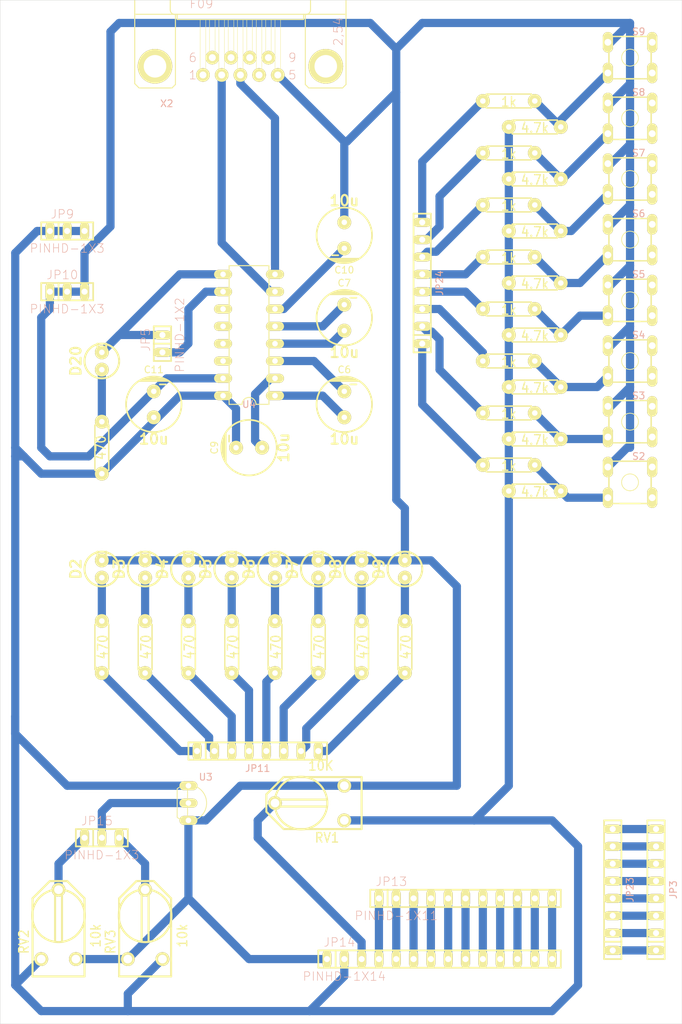
<source format=kicad_pcb>
(kicad_pcb (version 20171130) (host pcbnew "(5.1.6)-1")

  (general
    (thickness 1.6)
    (drawings 4)
    (tracks 242)
    (zones 0)
    (modules 63)
    (nets 95)
  )

  (page USLetter)
  (layers
    (0 F.Cu signal hide)
    (31 B.Cu signal)
    (32 B.Adhes user hide)
    (33 F.Adhes user hide)
    (34 B.Paste user hide)
    (35 F.Paste user hide)
    (36 B.SilkS user hide)
    (37 F.SilkS user)
    (38 B.Mask user hide)
    (39 F.Mask user hide)
    (40 Dwgs.User user)
    (41 Cmts.User user hide)
    (42 Eco1.User user hide)
    (43 Eco2.User user hide)
    (44 Edge.Cuts user)
    (45 Margin user hide)
    (46 B.CrtYd user hide)
    (47 F.CrtYd user hide)
    (48 B.Fab user hide)
    (49 F.Fab user hide)
  )

  (setup
    (last_trace_width 1.2)
    (trace_clearance 0.508)
    (zone_clearance 0.508)
    (zone_45_only no)
    (trace_min 0.2)
    (via_size 0.889)
    (via_drill 0.508)
    (via_min_size 0.4)
    (via_min_drill 0.3)
    (uvia_size 0.3)
    (uvia_drill 0.1)
    (uvias_allowed no)
    (uvia_min_size 0.2)
    (uvia_min_drill 0.1)
    (edge_width 0.05)
    (segment_width 0.2)
    (pcb_text_width 0.3)
    (pcb_text_size 1.5 1.5)
    (mod_edge_width 0.12)
    (mod_text_size 1 1)
    (mod_text_width 0.15)
    (pad_size 1.524 1.524)
    (pad_drill 0.762)
    (pad_to_mask_clearance 0.05)
    (aux_axis_origin 0 0)
    (visible_elements 7FFFFFFF)
    (pcbplotparams
      (layerselection 0x00000_fffffffe)
      (usegerberextensions true)
      (usegerberattributes false)
      (usegerberadvancedattributes false)
      (creategerberjobfile false)
      (excludeedgelayer true)
      (linewidth 0.100000)
      (plotframeref false)
      (viasonmask false)
      (mode 1)
      (useauxorigin false)
      (hpglpennumber 1)
      (hpglpenspeed 20)
      (hpglpendiameter 15.000000)
      (psnegative false)
      (psa4output false)
      (plotreference false)
      (plotvalue false)
      (plotinvisibletext false)
      (padsonsilk true)
      (subtractmaskfromsilk false)
      (outputformat 1)
      (mirror false)
      (drillshape 0)
      (scaleselection 1)
      (outputdirectory ""))
  )

  (net 0 "")
  (net 1 "Net-(C6-Pad2)")
  (net 2 "Net-(C6-Pad1)")
  (net 3 "Net-(C7-Pad2)")
  (net 4 "Net-(C7-Pad1)")
  (net 5 +5VA)
  (net 6 "Net-(C9-Pad1)")
  (net 7 "Net-(C10-Pad2)")
  (net 8 GNDA)
  (net 9 "Net-(D2-Pad1)")
  (net 10 "Net-(D3-Pad1)")
  (net 11 "Net-(D4-Pad1)")
  (net 12 "Net-(D5-Pad1)")
  (net 13 "Net-(D6-Pad1)")
  (net 14 "Net-(D7-Pad1)")
  (net 15 "Net-(D8-Pad1)")
  (net 16 "Net-(D9-Pad1)")
  (net 17 "Net-(D20-Pad1)")
  (net 18 "Net-(D20-Pad2)")
  (net 19 "Net-(JP23-Pad8)")
  (net 20 "Net-(JP23-Pad7)")
  (net 21 "Net-(JP23-Pad6)")
  (net 22 "Net-(JP23-Pad5)")
  (net 23 "Net-(JP23-Pad4)")
  (net 24 "Net-(JP23-Pad3)")
  (net 25 "Net-(JP23-Pad2)")
  (net 26 "Net-(JP23-Pad1)")
  (net 27 "Net-(JP5-Pad1)")
  (net 28 "Net-(JP11-Pad8)")
  (net 29 "Net-(JP11-Pad7)")
  (net 30 "Net-(JP11-Pad6)")
  (net 31 "Net-(JP11-Pad5)")
  (net 32 "Net-(JP11-Pad4)")
  (net 33 "Net-(JP11-Pad3)")
  (net 34 "Net-(JP11-Pad2)")
  (net 35 "Net-(JP11-Pad1)")
  (net 36 "Net-(JP13-Pad11)")
  (net 37 "Net-(JP13-Pad10)")
  (net 38 "Net-(JP13-Pad9)")
  (net 39 "Net-(JP13-Pad8)")
  (net 40 "Net-(JP13-Pad7)")
  (net 41 "Net-(JP13-Pad6)")
  (net 42 "Net-(JP13-Pad5)")
  (net 43 "Net-(JP13-Pad4)")
  (net 44 "Net-(JP13-Pad3)")
  (net 45 "Net-(JP13-Pad2)")
  (net 46 "Net-(JP13-Pad1)")
  (net 47 "Net-(JP14-Pad3)")
  (net 48 "Net-(JP15-Pad3)")
  (net 49 "Net-(JP15-Pad2)")
  (net 50 "Net-(JP15-Pad1)")
  (net 51 "Net-(JP24-Pad8)")
  (net 52 "Net-(JP24-Pad7)")
  (net 53 "Net-(JP24-Pad6)")
  (net 54 "Net-(JP24-Pad5)")
  (net 55 "Net-(JP24-Pad4)")
  (net 56 "Net-(JP24-Pad3)")
  (net 57 "Net-(JP24-Pad2)")
  (net 58 "Net-(JP24-Pad1)")
  (net 59 "Net-(R12-Pad2)")
  (net 60 "Net-(R13-Pad2)")
  (net 61 "Net-(R14-Pad2)")
  (net 62 "Net-(R15-Pad2)")
  (net 63 "Net-(R16-Pad2)")
  (net 64 "Net-(R17-Pad2)")
  (net 65 "Net-(R18-Pad2)")
  (net 66 "Net-(R19-Pad2)")
  (net 67 "Net-(S2-Pad4)")
  (net 68 "Net-(S2-Pad2)")
  (net 69 "Net-(S3-Pad4)")
  (net 70 "Net-(S3-Pad2)")
  (net 71 "Net-(S4-Pad4)")
  (net 72 "Net-(S4-Pad2)")
  (net 73 "Net-(S5-Pad4)")
  (net 74 "Net-(S5-Pad2)")
  (net 75 "Net-(S6-Pad4)")
  (net 76 "Net-(S6-Pad2)")
  (net 77 "Net-(S7-Pad4)")
  (net 78 "Net-(S7-Pad2)")
  (net 79 "Net-(S8-Pad4)")
  (net 80 "Net-(S8-Pad2)")
  (net 81 "Net-(S9-Pad4)")
  (net 82 "Net-(S9-Pad2)")
  (net 83 "Net-(U4-Pad14)")
  (net 84 "Net-(U4-Pad13)")
  (net 85 "Net-(U4-Pad12)")
  (net 86 "Net-(U4-Pad11)")
  (net 87 "Net-(U4-Pad8)")
  (net 88 "Net-(U4-Pad7)")
  (net 89 "Net-(X2-Pad9)")
  (net 90 "Net-(X2-Pad8)")
  (net 91 "Net-(X2-Pad7)")
  (net 92 "Net-(X2-Pad6)")
  (net 93 "Net-(X2-Pad4)")
  (net 94 "Net-(X2-Pad1)")

  (net_class Default "This is the default net class."
    (clearance 0.508)
    (trace_width 1.2)
    (via_dia 0.889)
    (via_drill 0.508)
    (uvia_dia 0.3)
    (uvia_drill 0.1)
    (add_net +5VA)
    (add_net GNDA)
    (add_net "Net-(C10-Pad2)")
    (add_net "Net-(C6-Pad1)")
    (add_net "Net-(C6-Pad2)")
    (add_net "Net-(C7-Pad1)")
    (add_net "Net-(C7-Pad2)")
    (add_net "Net-(C9-Pad1)")
    (add_net "Net-(D2-Pad1)")
    (add_net "Net-(D20-Pad1)")
    (add_net "Net-(D20-Pad2)")
    (add_net "Net-(D3-Pad1)")
    (add_net "Net-(D4-Pad1)")
    (add_net "Net-(D5-Pad1)")
    (add_net "Net-(D6-Pad1)")
    (add_net "Net-(D7-Pad1)")
    (add_net "Net-(D8-Pad1)")
    (add_net "Net-(D9-Pad1)")
    (add_net "Net-(JP11-Pad1)")
    (add_net "Net-(JP11-Pad2)")
    (add_net "Net-(JP11-Pad3)")
    (add_net "Net-(JP11-Pad4)")
    (add_net "Net-(JP11-Pad5)")
    (add_net "Net-(JP11-Pad6)")
    (add_net "Net-(JP11-Pad7)")
    (add_net "Net-(JP11-Pad8)")
    (add_net "Net-(JP13-Pad1)")
    (add_net "Net-(JP13-Pad10)")
    (add_net "Net-(JP13-Pad11)")
    (add_net "Net-(JP13-Pad2)")
    (add_net "Net-(JP13-Pad3)")
    (add_net "Net-(JP13-Pad4)")
    (add_net "Net-(JP13-Pad5)")
    (add_net "Net-(JP13-Pad6)")
    (add_net "Net-(JP13-Pad7)")
    (add_net "Net-(JP13-Pad8)")
    (add_net "Net-(JP13-Pad9)")
    (add_net "Net-(JP14-Pad3)")
    (add_net "Net-(JP15-Pad1)")
    (add_net "Net-(JP15-Pad2)")
    (add_net "Net-(JP15-Pad3)")
    (add_net "Net-(JP23-Pad1)")
    (add_net "Net-(JP23-Pad2)")
    (add_net "Net-(JP23-Pad3)")
    (add_net "Net-(JP23-Pad4)")
    (add_net "Net-(JP23-Pad5)")
    (add_net "Net-(JP23-Pad6)")
    (add_net "Net-(JP23-Pad7)")
    (add_net "Net-(JP23-Pad8)")
    (add_net "Net-(JP24-Pad1)")
    (add_net "Net-(JP24-Pad2)")
    (add_net "Net-(JP24-Pad3)")
    (add_net "Net-(JP24-Pad4)")
    (add_net "Net-(JP24-Pad5)")
    (add_net "Net-(JP24-Pad6)")
    (add_net "Net-(JP24-Pad7)")
    (add_net "Net-(JP24-Pad8)")
    (add_net "Net-(JP5-Pad1)")
    (add_net "Net-(R12-Pad2)")
    (add_net "Net-(R13-Pad2)")
    (add_net "Net-(R14-Pad2)")
    (add_net "Net-(R15-Pad2)")
    (add_net "Net-(R16-Pad2)")
    (add_net "Net-(R17-Pad2)")
    (add_net "Net-(R18-Pad2)")
    (add_net "Net-(R19-Pad2)")
    (add_net "Net-(S2-Pad2)")
    (add_net "Net-(S2-Pad4)")
    (add_net "Net-(S3-Pad2)")
    (add_net "Net-(S3-Pad4)")
    (add_net "Net-(S4-Pad2)")
    (add_net "Net-(S4-Pad4)")
    (add_net "Net-(S5-Pad2)")
    (add_net "Net-(S5-Pad4)")
    (add_net "Net-(S6-Pad2)")
    (add_net "Net-(S6-Pad4)")
    (add_net "Net-(S7-Pad2)")
    (add_net "Net-(S7-Pad4)")
    (add_net "Net-(S8-Pad2)")
    (add_net "Net-(S8-Pad4)")
    (add_net "Net-(S9-Pad2)")
    (add_net "Net-(S9-Pad4)")
    (add_net "Net-(U4-Pad11)")
    (add_net "Net-(U4-Pad12)")
    (add_net "Net-(U4-Pad13)")
    (add_net "Net-(U4-Pad14)")
    (add_net "Net-(U4-Pad7)")
    (add_net "Net-(U4-Pad8)")
    (add_net "Net-(X2-Pad1)")
    (add_net "Net-(X2-Pad4)")
    (add_net "Net-(X2-Pad6)")
    (add_net "Net-(X2-Pad7)")
    (add_net "Net-(X2-Pad8)")
    (add_net "Net-(X2-Pad9)")
  )

  (module user:Conector_F09HP (layer F.Cu) (tedit 51C9C9FD) (tstamp 5F6BC51D)
    (at 68.58 40.64)
    (descr "HARTING SUB-D")
    (tags "HARTING SUB-D")
    (path /5F75CD4C)
    (attr virtual)
    (fp_text reference X2 (at -10.795 5.461) (layer B.SilkS)
      (effects (font (size 1 1) (thickness 0.15)))
    )
    (fp_text value F09HP (at 0.254 -14.859) (layer B.SilkS)
      (effects (font (size 1.778 1.778) (thickness 0.0889)))
    )
    (fp_line (start -9.271 -6.858) (end 9.271 -6.858) (layer F.SilkS) (width 0.06604))
    (fp_line (start 9.271 -6.858) (end 9.271 -7.62) (layer F.SilkS) (width 0.06604))
    (fp_line (start -9.271 -7.62) (end 9.271 -7.62) (layer F.SilkS) (width 0.06604))
    (fp_line (start -9.271 -6.858) (end -9.271 -7.62) (layer F.SilkS) (width 0.06604))
    (fp_line (start -15.494 -11.176) (end 15.494 -11.176) (layer F.SilkS) (width 0.06604))
    (fp_line (start 15.494 -11.176) (end 15.494 -11.684) (layer F.SilkS) (width 0.06604))
    (fp_line (start -15.494 -11.684) (end 15.494 -11.684) (layer F.SilkS) (width 0.06604))
    (fp_line (start -15.494 -11.176) (end -15.494 -11.684) (layer F.SilkS) (width 0.06604))
    (fp_line (start -5.8928 0.381) (end -5.08 0.381) (layer F.SilkS) (width 0.06604))
    (fp_line (start -5.08 0.381) (end -5.08 -6.858) (layer F.SilkS) (width 0.06604))
    (fp_line (start -5.8928 -6.858) (end -5.08 -6.858) (layer F.SilkS) (width 0.06604))
    (fp_line (start -5.8928 0.381) (end -5.8928 -6.858) (layer F.SilkS) (width 0.06604))
    (fp_line (start -4.5212 -2.159) (end -3.7084 -2.159) (layer F.SilkS) (width 0.06604))
    (fp_line (start -3.7084 -2.159) (end -3.7084 -6.858) (layer F.SilkS) (width 0.06604))
    (fp_line (start -4.5212 -6.858) (end -3.7084 -6.858) (layer F.SilkS) (width 0.06604))
    (fp_line (start -4.5212 -2.159) (end -4.5212 -6.858) (layer F.SilkS) (width 0.06604))
    (fp_line (start -3.1496 0.381) (end -2.3368 0.381) (layer F.SilkS) (width 0.06604))
    (fp_line (start -2.3368 0.381) (end -2.3368 -6.858) (layer F.SilkS) (width 0.06604))
    (fp_line (start -3.1496 -6.858) (end -2.3368 -6.858) (layer F.SilkS) (width 0.06604))
    (fp_line (start -3.1496 0.381) (end -3.1496 -6.858) (layer F.SilkS) (width 0.06604))
    (fp_line (start -1.778 -2.159) (end -0.9652 -2.159) (layer F.SilkS) (width 0.06604))
    (fp_line (start -0.9652 -2.159) (end -0.9652 -6.858) (layer F.SilkS) (width 0.06604))
    (fp_line (start -1.778 -6.858) (end -0.9652 -6.858) (layer F.SilkS) (width 0.06604))
    (fp_line (start -1.778 -2.159) (end -1.778 -6.858) (layer F.SilkS) (width 0.06604))
    (fp_line (start -0.4318 0.381) (end 0.381 0.381) (layer F.SilkS) (width 0.06604))
    (fp_line (start 0.381 0.381) (end 0.381 -6.858) (layer F.SilkS) (width 0.06604))
    (fp_line (start -0.4318 -6.858) (end 0.381 -6.858) (layer F.SilkS) (width 0.06604))
    (fp_line (start -0.4318 0.381) (end -0.4318 -6.858) (layer F.SilkS) (width 0.06604))
    (fp_line (start 0.9398 -2.159) (end 1.7526 -2.159) (layer F.SilkS) (width 0.06604))
    (fp_line (start 1.7526 -2.159) (end 1.7526 -6.858) (layer F.SilkS) (width 0.06604))
    (fp_line (start 0.9398 -6.858) (end 1.7526 -6.858) (layer F.SilkS) (width 0.06604))
    (fp_line (start 0.9398 -2.159) (end 0.9398 -6.858) (layer F.SilkS) (width 0.06604))
    (fp_line (start 2.3368 0.381) (end 3.1496 0.381) (layer F.SilkS) (width 0.06604))
    (fp_line (start 3.1496 0.381) (end 3.1496 -6.858) (layer F.SilkS) (width 0.06604))
    (fp_line (start 2.3368 -6.858) (end 3.1496 -6.858) (layer F.SilkS) (width 0.06604))
    (fp_line (start 2.3368 0.381) (end 2.3368 -6.858) (layer F.SilkS) (width 0.06604))
    (fp_line (start 3.7084 -2.159) (end 4.5212 -2.159) (layer F.SilkS) (width 0.06604))
    (fp_line (start 4.5212 -2.159) (end 4.5212 -6.858) (layer F.SilkS) (width 0.06604))
    (fp_line (start 3.7084 -6.858) (end 4.5212 -6.858) (layer F.SilkS) (width 0.06604))
    (fp_line (start 3.7084 -2.159) (end 3.7084 -6.858) (layer F.SilkS) (width 0.06604))
    (fp_line (start 5.08 0.381) (end 5.8928 0.381) (layer F.SilkS) (width 0.06604))
    (fp_line (start 5.8928 0.381) (end 5.8928 -6.858) (layer F.SilkS) (width 0.06604))
    (fp_line (start 5.08 -6.858) (end 5.8928 -6.858) (layer F.SilkS) (width 0.06604))
    (fp_line (start 5.08 0.381) (end 5.08 -6.858) (layer F.SilkS) (width 0.06604))
    (fp_line (start -7.62 -17.907) (end -7.366 -17.907) (layer F.SilkS) (width 0.1524))
    (fp_line (start -7.747 -11.684) (end 7.747 -11.684) (layer F.SilkS) (width 0.1524))
    (fp_line (start -15.494 -7.62) (end -10.414 -7.62) (layer F.SilkS) (width 0.1524))
    (fp_line (start -15.494 -7.62) (end -15.494 -10.668) (layer F.SilkS) (width 0.1524))
    (fp_line (start -15.494 -7.62) (end -15.494 -7.493) (layer F.SilkS) (width 0.1524))
    (fp_line (start -15.494 -10.668) (end -15.494 -11.176) (layer F.SilkS) (width 0.1524))
    (fp_line (start -15.494 -11.176) (end -15.494 -11.684) (layer F.SilkS) (width 0.1524))
    (fp_line (start 15.494 -11.684) (end 15.494 -11.176) (layer F.SilkS) (width 0.1524))
    (fp_line (start 15.494 -11.176) (end 15.494 -10.668) (layer F.SilkS) (width 0.1524))
    (fp_line (start 15.494 -10.668) (end 15.494 -7.62) (layer F.SilkS) (width 0.1524))
    (fp_line (start 15.494 -7.62) (end 15.494 -7.493) (layer F.SilkS) (width 0.1524))
    (fp_line (start -15.494 -11.176) (end -12.954 -11.176) (layer F.SilkS) (width 0.1524))
    (fp_line (start -12.954 -11.176) (end -10.414 -11.176) (layer F.SilkS) (width 0.1524))
    (fp_line (start -10.414 -10.668) (end -10.414 -11.176) (layer F.SilkS) (width 0.1524))
    (fp_line (start -10.414 -10.668) (end -10.287 -10.668) (layer F.SilkS) (width 0.1524))
    (fp_line (start -10.414 -7.62) (end -9.525 -7.62) (layer F.SilkS) (width 0.1524))
    (fp_line (start -9.525 -7.62) (end -9.271 -7.62) (layer F.SilkS) (width 0.1524))
    (fp_line (start -10.287 -8.255) (end -10.287 -10.668) (layer F.SilkS) (width 0.1524))
    (fp_line (start -9.271 -7.62) (end -9.271 -6.858) (layer F.SilkS) (width 0.1524))
    (fp_line (start -9.271 -7.62) (end 9.271 -7.62) (layer F.SilkS) (width 0.1524))
    (fp_line (start -9.271 -6.858) (end 9.271 -6.858) (layer F.SilkS) (width 0.1524))
    (fp_line (start 9.271 -7.62) (end 9.271 -6.858) (layer F.SilkS) (width 0.1524))
    (fp_line (start 9.271 -7.62) (end 9.525 -7.62) (layer F.SilkS) (width 0.1524))
    (fp_line (start 9.525 -7.62) (end 10.414 -7.62) (layer F.SilkS) (width 0.1524))
    (fp_line (start 12.954 -11.176) (end 15.494 -11.176) (layer F.SilkS) (width 0.1524))
    (fp_line (start -10.414 -11.176) (end 10.414 -11.176) (layer F.SilkS) (width 0.1524))
    (fp_line (start 10.414 -11.176) (end 12.954 -11.176) (layer F.SilkS) (width 0.1524))
    (fp_line (start 10.414 -10.668) (end 10.414 -11.176) (layer F.SilkS) (width 0.1524))
    (fp_line (start 10.287 -8.255) (end 10.287 -10.668) (layer F.SilkS) (width 0.1524))
    (fp_line (start 10.287 -10.668) (end 10.414 -10.668) (layer F.SilkS) (width 0.1524))
    (fp_line (start -14.859 3.175) (end -15.494 2.54) (layer F.SilkS) (width 0.1524))
    (fp_line (start -15.494 2.54) (end -15.494 -7.493) (layer F.SilkS) (width 0.1524))
    (fp_line (start -10.033 3.175) (end -14.859 3.175) (layer F.SilkS) (width 0.1524))
    (fp_line (start -10.033 3.175) (end -9.525 2.667) (layer F.SilkS) (width 0.1524))
    (fp_line (start -9.525 2.667) (end -9.525 -7.62) (layer F.SilkS) (width 0.1524))
    (fp_line (start 9.525 2.667) (end 9.525 -7.62) (layer F.SilkS) (width 0.1524))
    (fp_line (start 9.525 2.667) (end 10.033 3.175) (layer F.SilkS) (width 0.1524))
    (fp_line (start 10.033 3.175) (end 14.986 3.175) (layer F.SilkS) (width 0.1524))
    (fp_line (start 14.986 3.175) (end 15.494 2.667) (layer F.SilkS) (width 0.1524))
    (fp_line (start 15.494 2.667) (end 15.494 -7.493) (layer F.SilkS) (width 0.1524))
    (fp_line (start 10.414 -7.62) (end 15.494 -7.62) (layer F.SilkS) (width 0.1524))
    (fp_line (start -15.494 -11.684) (end -7.747 -11.684) (layer F.SilkS) (width 0.1524))
    (fp_line (start -8.128 -12.319) (end -8.128 -17.399) (layer F.SilkS) (width 0.1524))
    (fp_line (start 7.747 -11.684) (end 15.494 -11.684) (layer F.SilkS) (width 0.1524))
    (fp_line (start 8.128 -12.319) (end 8.128 -17.399) (layer F.SilkS) (width 0.1524))
    (fp_line (start -7.366 -17.907) (end 7.366 -17.907) (layer F.SilkS) (width 0.1524))
    (fp_line (start 7.366 -17.907) (end 7.62 -17.907) (layer F.SilkS) (width 0.1524))
    (fp_circle (center -12.5222 0) (end -13.3477 0.8255) (layer F.SilkS) (width 0.0762))
    (fp_circle (center 12.5222 0) (end 13.3477 0.8255) (layer F.SilkS) (width 0.0762))
    (fp_text user F09 (at -5.715 -9.144) (layer B.SilkS)
      (effects (font (size 1.27 1.27) (thickness 0.0889)))
    )
    (fp_text user 2,54 (at 14.34846 -5.08 90) (layer B.SilkS)
      (effects (font (size 1.27 1.27) (thickness 0.0889)))
    )
    (fp_text user 6 (at -6.985 -1.27) (layer B.SilkS)
      (effects (font (size 1.27 1.27) (thickness 0.0889)))
    )
    (fp_text user 9 (at 7.62 -1.27) (layer B.SilkS)
      (effects (font (size 1.27 1.27) (thickness 0.0889)))
    )
    (fp_text user 5 (at 7.62 1.27) (layer B.SilkS)
      (effects (font (size 1.27 1.27) (thickness 0.0889)))
    )
    (fp_text user 1 (at -6.985 1.27) (layer B.SilkS)
      (effects (font (size 1.27 1.27) (thickness 0.0889)))
    )
    (fp_arc (start 8.76046 -12.319) (end 8.76046 -11.684) (angle 90) (layer F.SilkS) (width 0.1524))
    (fp_arc (start -8.76046 -12.319) (end -8.128 -12.319) (angle 90) (layer F.SilkS) (width 0.1524))
    (fp_arc (start 9.652 -8.255) (end 10.287 -8.255) (angle 90) (layer F.SilkS) (width 0.1524))
    (fp_arc (start -9.652 -8.255) (end -9.652 -7.62) (angle 90) (layer F.SilkS) (width 0.1524))
    (fp_arc (start 7.62 -17.399) (end 7.62 -17.907) (angle 90) (layer F.SilkS) (width 0.1524))
    (fp_arc (start -7.62 -17.399) (end -8.128 -17.399) (angle 90) (layer F.SilkS) (width 0.1524))
    (pad G2 thru_hole circle (at 12.5222 0) (size 5.08 5.08) (drill 3.302) (layers *.Cu F.Paste F.SilkS F.Mask))
    (pad G1 thru_hole circle (at -12.5222 0) (size 5.08 5.08) (drill 3.302) (layers *.Cu F.Paste F.SilkS F.Mask))
    (pad 9 thru_hole circle (at 4.1148 -1.27) (size 1.99898 1.99898) (drill 1.016) (layers *.Cu F.Paste F.SilkS F.Mask)
      (net 89 "Net-(X2-Pad9)"))
    (pad 8 thru_hole circle (at 1.3716 -1.27) (size 1.99898 1.99898) (drill 1.016) (layers *.Cu F.Paste F.SilkS F.Mask)
      (net 90 "Net-(X2-Pad8)"))
    (pad 7 thru_hole circle (at -1.3716 -1.27) (size 1.99898 1.99898) (drill 1.016) (layers *.Cu F.Paste F.SilkS F.Mask)
      (net 91 "Net-(X2-Pad7)"))
    (pad 6 thru_hole circle (at -4.1148 -1.27) (size 1.99898 1.99898) (drill 1.016) (layers *.Cu F.Paste F.SilkS F.Mask)
      (net 92 "Net-(X2-Pad6)"))
    (pad 5 thru_hole circle (at 5.4864 1.27) (size 1.99898 1.99898) (drill 1.016) (layers *.Cu F.Paste F.SilkS F.Mask)
      (net 8 GNDA))
    (pad 4 thru_hole circle (at 2.7432 1.27) (size 1.99898 1.99898) (drill 1.016) (layers *.Cu F.Paste F.SilkS F.Mask)
      (net 93 "Net-(X2-Pad4)"))
    (pad 3 thru_hole circle (at 0 1.27) (size 1.99898 1.99898) (drill 1.016) (layers *.Cu F.Paste F.SilkS F.Mask)
      (net 87 "Net-(U4-Pad8)"))
    (pad 2 thru_hole circle (at -2.7432 1.27) (size 1.99898 1.99898) (drill 1.016) (layers *.Cu F.Paste F.SilkS F.Mask)
      (net 88 "Net-(U4-Pad7)"))
    (pad 1 thru_hole circle (at -5.4864 1.27) (size 1.99898 1.99898) (drill 1.016) (layers *.Cu F.Paste F.SilkS F.Mask)
      (net 94 "Net-(X2-Pad1)"))
  )

  (module user:Maxim232 (layer F.Cu) (tedit 51CCC38E) (tstamp 5F6BC4A5)
    (at 69.85 80.01 90)
    (descr "DUAL IN LINE PACKAGE")
    (tags "DUAL IN LINE PACKAGE")
    (path /5F73F620)
    (attr virtual)
    (fp_text reference U4 (at -10.16 0) (layer B.SilkS)
      (effects (font (size 1 1) (thickness 0.15)))
    )
    (fp_text value MAX232 (at -3.683 0 90) (layer B.SilkS) hide
      (effects (font (size 1.27 1.27) (thickness 0.0889)))
    )
    (fp_line (start 10.16 -2.921) (end -10.16 -2.921) (layer F.SilkS) (width 0.1524))
    (fp_line (start -10.16 2.921) (end 10.16 2.921) (layer F.SilkS) (width 0.1524))
    (fp_line (start 10.16 -2.921) (end 10.16 2.921) (layer F.SilkS) (width 0.1524))
    (fp_line (start -10.16 -2.921) (end -10.16 -1.016) (layer F.SilkS) (width 0.1524))
    (fp_line (start -10.16 2.921) (end -10.16 1.016) (layer F.SilkS) (width 0.1524))
    (fp_arc (start -10.16 0) (end -10.16 -1.016) (angle 180) (layer F.SilkS) (width 0.1524))
    (pad 16 thru_hole oval (at -8.89 -3.81 90) (size 1.3208 2.6416) (drill 0.8128) (layers *.Cu F.Paste F.SilkS F.Mask)
      (net 5 +5VA))
    (pad 15 thru_hole oval (at -6.35 -3.81 90) (size 1.3208 2.6416) (drill 0.8128) (layers *.Cu F.Paste F.SilkS F.Mask)
      (net 8 GNDA))
    (pad 14 thru_hole oval (at -3.81 -3.81 90) (size 1.3208 2.6416) (drill 0.8128) (layers *.Cu F.Paste F.SilkS F.Mask)
      (net 83 "Net-(U4-Pad14)"))
    (pad 13 thru_hole oval (at -1.27 -3.81 90) (size 1.3208 2.6416) (drill 0.8128) (layers *.Cu F.Paste F.SilkS F.Mask)
      (net 84 "Net-(U4-Pad13)"))
    (pad 12 thru_hole oval (at 1.27 -3.81 90) (size 1.3208 2.6416) (drill 0.8128) (layers *.Cu F.Paste F.SilkS F.Mask)
      (net 85 "Net-(U4-Pad12)"))
    (pad 11 thru_hole oval (at 3.81 -3.81 90) (size 1.3208 2.6416) (drill 0.8128) (layers *.Cu F.Paste F.SilkS F.Mask)
      (net 86 "Net-(U4-Pad11)"))
    (pad 10 thru_hole oval (at 6.35 -3.81 90) (size 1.3208 2.6416) (drill 0.8128) (layers *.Cu F.Paste F.SilkS F.Mask)
      (net 27 "Net-(JP5-Pad1)"))
    (pad 9 thru_hole oval (at 8.89 -3.81 90) (size 1.3208 2.6416) (drill 0.8128) (layers *.Cu F.Paste F.SilkS F.Mask)
      (net 18 "Net-(D20-Pad2)"))
    (pad 8 thru_hole oval (at 8.89 3.81 90) (size 1.3208 2.6416) (drill 0.8128) (layers *.Cu F.Paste F.SilkS F.Mask)
      (net 87 "Net-(U4-Pad8)"))
    (pad 7 thru_hole oval (at 6.35 3.81 90) (size 1.3208 2.6416) (drill 0.8128) (layers *.Cu F.Paste F.SilkS F.Mask)
      (net 88 "Net-(U4-Pad7)"))
    (pad 6 thru_hole oval (at 3.81 3.81 90) (size 1.3208 2.6416) (drill 0.8128) (layers *.Cu F.Paste F.SilkS F.Mask)
      (net 7 "Net-(C10-Pad2)"))
    (pad 5 thru_hole oval (at 1.27 3.81 90) (size 1.3208 2.6416) (drill 0.8128) (layers *.Cu F.Paste F.SilkS F.Mask)
      (net 3 "Net-(C7-Pad2)"))
    (pad 4 thru_hole oval (at -1.27 3.81 90) (size 1.3208 2.6416) (drill 0.8128) (layers *.Cu F.Paste F.SilkS F.Mask)
      (net 4 "Net-(C7-Pad1)"))
    (pad 3 thru_hole oval (at -3.81 3.81 90) (size 1.3208 2.6416) (drill 0.8128) (layers *.Cu F.Paste F.SilkS F.Mask)
      (net 1 "Net-(C6-Pad2)"))
    (pad 2 thru_hole oval (at -6.35 3.81 90) (size 1.3208 2.6416) (drill 0.8128) (layers *.Cu F.Paste F.SilkS F.Mask)
      (net 6 "Net-(C9-Pad1)"))
    (pad 1 thru_hole oval (at -8.89 3.81 90) (size 1.3208 2.6416) (drill 0.8128) (layers *.Cu F.Paste F.SilkS F.Mask)
      (net 2 "Net-(C6-Pad1)"))
  )

  (module user:MCP9700A (layer F.Cu) (tedit 52CEFD97) (tstamp 5F6BC48B)
    (at 60.96 148.59 270)
    (descr "TO-92 PADS IN LINE")
    (tags "TO-92 PADS IN LINE")
    (path /5F698983)
    (attr virtual)
    (fp_text reference U3 (at -3.81 -2.54) (layer B.SilkS)
      (effects (font (size 1 1) (thickness 0.15)))
    )
    (fp_text value MCP9700A (at 1.27 2.667 90) (layer B.SilkS) hide
      (effects (font (size 1.27 1.27) (thickness 0.0889)))
    )
    (fp_line (start -2.09296 1.651) (end 2.09296 1.651) (layer F.SilkS) (width 0.127))
    (fp_line (start 1.13538 0.127) (end -1.13538 0.127) (layer F.SilkS) (width 0.127))
    (fp_line (start -1.40208 0.127) (end -2.66192 0.127) (layer F.SilkS) (width 0.127))
    (fp_line (start -1.13538 0.127) (end -1.40208 0.127) (layer F.SilkS) (width 0.127))
    (fp_line (start 2.66192 0.127) (end 1.40208 0.127) (layer F.SilkS) (width 0.127))
    (fp_line (start 1.40208 0.127) (end 1.13538 0.127) (layer F.SilkS) (width 0.127))
    (fp_arc (start 0 0) (end 2.42316 1.10998) (angle 13.6) (layer F.SilkS) (width 0.127))
    (fp_arc (start 0 0) (end 2.413 -1.13538) (angle 50.4) (layer F.SilkS) (width 0.127))
    (fp_arc (start 0 0) (end -2.09296 1.651) (angle 13) (layer F.SilkS) (width 0.127))
    (fp_arc (start 0 0) (end -2.413 1.13538) (angle 50.4) (layer F.SilkS) (width 0.127))
    (fp_arc (start 0 0) (end -2.413 -1.13538) (angle 129.5) (layer F.SilkS) (width 0.127))
    (pad 3 thru_hole oval (at 2.54 0 270) (size 1.3208 2.6416) (drill 0.8128) (layers *.Cu F.Paste F.SilkS F.Mask)
      (net 8 GNDA))
    (pad 2 thru_hole oval (at 0 0 270) (size 1.3208 2.6416) (drill 0.8128) (layers *.Cu F.Paste F.SilkS F.Mask)
      (net 49 "Net-(JP15-Pad2)"))
    (pad 1 thru_hole oval (at -2.54 0 270) (size 1.3208 2.6416) (drill 0.8128) (layers *.Cu F.Paste F.SilkS F.Mask)
      (net 5 +5VA))
  )

  (module user:DTS-6 (layer F.Cu) (tedit 51CCC518) (tstamp 5F6BC479)
    (at 125.73 39.37)
    (path /5F809C4E)
    (attr virtual)
    (fp_text reference S9 (at 1.27 -3.81) (layer B.SilkS)
      (effects (font (size 1 1) (thickness 0.15)))
    )
    (fp_text value DTS-6 (at 1.27 4.445) (layer B.SilkS) hide
      (effects (font (size 1.27 1.27) (thickness 0.0889)))
    )
    (fp_line (start -3.0988 -3.0988) (end 3.0988 -3.0988) (layer F.SilkS) (width 0.2032))
    (fp_line (start 3.0988 -3.0988) (end 3.0988 3.0988) (layer F.SilkS) (width 0.2032))
    (fp_line (start 3.0988 3.0988) (end -3.0988 3.0988) (layer F.SilkS) (width 0.2032))
    (fp_line (start -3.0988 3.0988) (end -3.0988 -3.0988) (layer F.SilkS) (width 0.2032))
    (fp_line (start 1.4986 -3.0988) (end -1.4986 -3.0988) (layer F.SilkS) (width 0.2032))
    (fp_line (start 3.0988 0.99822) (end 3.0988 -0.99822) (layer F.SilkS) (width 0.2032))
    (fp_line (start 1.4986 3.0988) (end -1.4986 3.0988) (layer F.SilkS) (width 0.2032))
    (fp_line (start -3.0988 0.99822) (end -3.0988 -0.99822) (layer F.SilkS) (width 0.2032))
    (fp_circle (center 0 0) (end -0.87376 0.87376) (layer F.SilkS) (width 0.1016))
    (fp_circle (center 0 0) (end -0.87376 0.87376) (layer F.SilkS) (width 0.1016))
    (pad 4 thru_hole oval (at 3.24866 2.2479) (size 1.50622 3.01498) (drill 0.99822) (layers *.Cu F.Paste F.SilkS F.Mask)
      (net 81 "Net-(S9-Pad4)"))
    (pad 3 thru_hole oval (at -3.24866 2.2479) (size 1.50622 3.01498) (drill 0.99822) (layers *.Cu F.Paste F.SilkS F.Mask)
      (net 66 "Net-(R19-Pad2)"))
    (pad 2 thru_hole oval (at 3.24866 -2.2479) (size 1.50622 3.01498) (drill 0.99822) (layers *.Cu F.Paste F.SilkS F.Mask)
      (net 82 "Net-(S9-Pad2)"))
    (pad 1 thru_hole oval (at -3.24866 -2.2479) (size 1.50622 3.01498) (drill 0.99822) (layers *.Cu F.Paste F.SilkS F.Mask)
      (net 8 GNDA))
  )

  (module user:DTS-6 (layer F.Cu) (tedit 51CCC518) (tstamp 5F6BC467)
    (at 125.73 48.26)
    (path /5F803C2E)
    (attr virtual)
    (fp_text reference S8 (at 1.27 -3.81) (layer B.SilkS)
      (effects (font (size 1 1) (thickness 0.15)))
    )
    (fp_text value DTS-6 (at 1.27 4.445) (layer B.SilkS) hide
      (effects (font (size 1.27 1.27) (thickness 0.0889)))
    )
    (fp_line (start -3.0988 -3.0988) (end 3.0988 -3.0988) (layer F.SilkS) (width 0.2032))
    (fp_line (start 3.0988 -3.0988) (end 3.0988 3.0988) (layer F.SilkS) (width 0.2032))
    (fp_line (start 3.0988 3.0988) (end -3.0988 3.0988) (layer F.SilkS) (width 0.2032))
    (fp_line (start -3.0988 3.0988) (end -3.0988 -3.0988) (layer F.SilkS) (width 0.2032))
    (fp_line (start 1.4986 -3.0988) (end -1.4986 -3.0988) (layer F.SilkS) (width 0.2032))
    (fp_line (start 3.0988 0.99822) (end 3.0988 -0.99822) (layer F.SilkS) (width 0.2032))
    (fp_line (start 1.4986 3.0988) (end -1.4986 3.0988) (layer F.SilkS) (width 0.2032))
    (fp_line (start -3.0988 0.99822) (end -3.0988 -0.99822) (layer F.SilkS) (width 0.2032))
    (fp_circle (center 0 0) (end -0.87376 0.87376) (layer F.SilkS) (width 0.1016))
    (fp_circle (center 0 0) (end -0.87376 0.87376) (layer F.SilkS) (width 0.1016))
    (pad 4 thru_hole oval (at 3.24866 2.2479) (size 1.50622 3.01498) (drill 0.99822) (layers *.Cu F.Paste F.SilkS F.Mask)
      (net 79 "Net-(S8-Pad4)"))
    (pad 3 thru_hole oval (at -3.24866 2.2479) (size 1.50622 3.01498) (drill 0.99822) (layers *.Cu F.Paste F.SilkS F.Mask)
      (net 65 "Net-(R18-Pad2)"))
    (pad 2 thru_hole oval (at 3.24866 -2.2479) (size 1.50622 3.01498) (drill 0.99822) (layers *.Cu F.Paste F.SilkS F.Mask)
      (net 80 "Net-(S8-Pad2)"))
    (pad 1 thru_hole oval (at -3.24866 -2.2479) (size 1.50622 3.01498) (drill 0.99822) (layers *.Cu F.Paste F.SilkS F.Mask)
      (net 8 GNDA))
  )

  (module user:DTS-6 (layer F.Cu) (tedit 51CCC518) (tstamp 5F6BC455)
    (at 125.73 57.15)
    (path /5F7FED16)
    (attr virtual)
    (fp_text reference S7 (at 1.27 -3.81) (layer B.SilkS)
      (effects (font (size 1 1) (thickness 0.15)))
    )
    (fp_text value DTS-6 (at 1.27 4.445) (layer B.SilkS) hide
      (effects (font (size 1.27 1.27) (thickness 0.0889)))
    )
    (fp_line (start -3.0988 -3.0988) (end 3.0988 -3.0988) (layer F.SilkS) (width 0.2032))
    (fp_line (start 3.0988 -3.0988) (end 3.0988 3.0988) (layer F.SilkS) (width 0.2032))
    (fp_line (start 3.0988 3.0988) (end -3.0988 3.0988) (layer F.SilkS) (width 0.2032))
    (fp_line (start -3.0988 3.0988) (end -3.0988 -3.0988) (layer F.SilkS) (width 0.2032))
    (fp_line (start 1.4986 -3.0988) (end -1.4986 -3.0988) (layer F.SilkS) (width 0.2032))
    (fp_line (start 3.0988 0.99822) (end 3.0988 -0.99822) (layer F.SilkS) (width 0.2032))
    (fp_line (start 1.4986 3.0988) (end -1.4986 3.0988) (layer F.SilkS) (width 0.2032))
    (fp_line (start -3.0988 0.99822) (end -3.0988 -0.99822) (layer F.SilkS) (width 0.2032))
    (fp_circle (center 0 0) (end -0.87376 0.87376) (layer F.SilkS) (width 0.1016))
    (fp_circle (center 0 0) (end -0.87376 0.87376) (layer F.SilkS) (width 0.1016))
    (pad 4 thru_hole oval (at 3.24866 2.2479) (size 1.50622 3.01498) (drill 0.99822) (layers *.Cu F.Paste F.SilkS F.Mask)
      (net 77 "Net-(S7-Pad4)"))
    (pad 3 thru_hole oval (at -3.24866 2.2479) (size 1.50622 3.01498) (drill 0.99822) (layers *.Cu F.Paste F.SilkS F.Mask)
      (net 64 "Net-(R17-Pad2)"))
    (pad 2 thru_hole oval (at 3.24866 -2.2479) (size 1.50622 3.01498) (drill 0.99822) (layers *.Cu F.Paste F.SilkS F.Mask)
      (net 78 "Net-(S7-Pad2)"))
    (pad 1 thru_hole oval (at -3.24866 -2.2479) (size 1.50622 3.01498) (drill 0.99822) (layers *.Cu F.Paste F.SilkS F.Mask)
      (net 8 GNDA))
  )

  (module user:DTS-6 (layer F.Cu) (tedit 51CCC518) (tstamp 5F6BC443)
    (at 125.73 66.04)
    (path /5F7FA396)
    (attr virtual)
    (fp_text reference S6 (at 1.27 -3.81) (layer B.SilkS)
      (effects (font (size 1 1) (thickness 0.15)))
    )
    (fp_text value DTS-6 (at 1.27 4.445) (layer B.SilkS) hide
      (effects (font (size 1.27 1.27) (thickness 0.0889)))
    )
    (fp_line (start -3.0988 -3.0988) (end 3.0988 -3.0988) (layer F.SilkS) (width 0.2032))
    (fp_line (start 3.0988 -3.0988) (end 3.0988 3.0988) (layer F.SilkS) (width 0.2032))
    (fp_line (start 3.0988 3.0988) (end -3.0988 3.0988) (layer F.SilkS) (width 0.2032))
    (fp_line (start -3.0988 3.0988) (end -3.0988 -3.0988) (layer F.SilkS) (width 0.2032))
    (fp_line (start 1.4986 -3.0988) (end -1.4986 -3.0988) (layer F.SilkS) (width 0.2032))
    (fp_line (start 3.0988 0.99822) (end 3.0988 -0.99822) (layer F.SilkS) (width 0.2032))
    (fp_line (start 1.4986 3.0988) (end -1.4986 3.0988) (layer F.SilkS) (width 0.2032))
    (fp_line (start -3.0988 0.99822) (end -3.0988 -0.99822) (layer F.SilkS) (width 0.2032))
    (fp_circle (center 0 0) (end -0.87376 0.87376) (layer F.SilkS) (width 0.1016))
    (fp_circle (center 0 0) (end -0.87376 0.87376) (layer F.SilkS) (width 0.1016))
    (pad 4 thru_hole oval (at 3.24866 2.2479) (size 1.50622 3.01498) (drill 0.99822) (layers *.Cu F.Paste F.SilkS F.Mask)
      (net 75 "Net-(S6-Pad4)"))
    (pad 3 thru_hole oval (at -3.24866 2.2479) (size 1.50622 3.01498) (drill 0.99822) (layers *.Cu F.Paste F.SilkS F.Mask)
      (net 63 "Net-(R16-Pad2)"))
    (pad 2 thru_hole oval (at 3.24866 -2.2479) (size 1.50622 3.01498) (drill 0.99822) (layers *.Cu F.Paste F.SilkS F.Mask)
      (net 76 "Net-(S6-Pad2)"))
    (pad 1 thru_hole oval (at -3.24866 -2.2479) (size 1.50622 3.01498) (drill 0.99822) (layers *.Cu F.Paste F.SilkS F.Mask)
      (net 8 GNDA))
  )

  (module user:DTS-6 (layer F.Cu) (tedit 51CCC518) (tstamp 5F6BC431)
    (at 125.73 74.93)
    (path /5F7F55FC)
    (attr virtual)
    (fp_text reference S5 (at 1.27 -3.81) (layer B.SilkS)
      (effects (font (size 1 1) (thickness 0.15)))
    )
    (fp_text value DTS-6 (at 1.27 4.445) (layer B.SilkS) hide
      (effects (font (size 1.27 1.27) (thickness 0.0889)))
    )
    (fp_line (start -3.0988 -3.0988) (end 3.0988 -3.0988) (layer F.SilkS) (width 0.2032))
    (fp_line (start 3.0988 -3.0988) (end 3.0988 3.0988) (layer F.SilkS) (width 0.2032))
    (fp_line (start 3.0988 3.0988) (end -3.0988 3.0988) (layer F.SilkS) (width 0.2032))
    (fp_line (start -3.0988 3.0988) (end -3.0988 -3.0988) (layer F.SilkS) (width 0.2032))
    (fp_line (start 1.4986 -3.0988) (end -1.4986 -3.0988) (layer F.SilkS) (width 0.2032))
    (fp_line (start 3.0988 0.99822) (end 3.0988 -0.99822) (layer F.SilkS) (width 0.2032))
    (fp_line (start 1.4986 3.0988) (end -1.4986 3.0988) (layer F.SilkS) (width 0.2032))
    (fp_line (start -3.0988 0.99822) (end -3.0988 -0.99822) (layer F.SilkS) (width 0.2032))
    (fp_circle (center 0 0) (end -0.87376 0.87376) (layer F.SilkS) (width 0.1016))
    (fp_circle (center 0 0) (end -0.87376 0.87376) (layer F.SilkS) (width 0.1016))
    (pad 4 thru_hole oval (at 3.24866 2.2479) (size 1.50622 3.01498) (drill 0.99822) (layers *.Cu F.Paste F.SilkS F.Mask)
      (net 73 "Net-(S5-Pad4)"))
    (pad 3 thru_hole oval (at -3.24866 2.2479) (size 1.50622 3.01498) (drill 0.99822) (layers *.Cu F.Paste F.SilkS F.Mask)
      (net 62 "Net-(R15-Pad2)"))
    (pad 2 thru_hole oval (at 3.24866 -2.2479) (size 1.50622 3.01498) (drill 0.99822) (layers *.Cu F.Paste F.SilkS F.Mask)
      (net 74 "Net-(S5-Pad2)"))
    (pad 1 thru_hole oval (at -3.24866 -2.2479) (size 1.50622 3.01498) (drill 0.99822) (layers *.Cu F.Paste F.SilkS F.Mask)
      (net 8 GNDA))
  )

  (module user:DTS-6 (layer F.Cu) (tedit 51CCC518) (tstamp 5F6BC41F)
    (at 125.73 83.82)
    (path /5F7F0DCE)
    (attr virtual)
    (fp_text reference S4 (at 1.27 -3.81) (layer B.SilkS)
      (effects (font (size 1 1) (thickness 0.15)))
    )
    (fp_text value DTS-6 (at 1.27 4.445) (layer B.SilkS) hide
      (effects (font (size 1.27 1.27) (thickness 0.0889)))
    )
    (fp_line (start -3.0988 -3.0988) (end 3.0988 -3.0988) (layer F.SilkS) (width 0.2032))
    (fp_line (start 3.0988 -3.0988) (end 3.0988 3.0988) (layer F.SilkS) (width 0.2032))
    (fp_line (start 3.0988 3.0988) (end -3.0988 3.0988) (layer F.SilkS) (width 0.2032))
    (fp_line (start -3.0988 3.0988) (end -3.0988 -3.0988) (layer F.SilkS) (width 0.2032))
    (fp_line (start 1.4986 -3.0988) (end -1.4986 -3.0988) (layer F.SilkS) (width 0.2032))
    (fp_line (start 3.0988 0.99822) (end 3.0988 -0.99822) (layer F.SilkS) (width 0.2032))
    (fp_line (start 1.4986 3.0988) (end -1.4986 3.0988) (layer F.SilkS) (width 0.2032))
    (fp_line (start -3.0988 0.99822) (end -3.0988 -0.99822) (layer F.SilkS) (width 0.2032))
    (fp_circle (center 0 0) (end -0.87376 0.87376) (layer F.SilkS) (width 0.1016))
    (fp_circle (center 0 0) (end -0.87376 0.87376) (layer F.SilkS) (width 0.1016))
    (pad 4 thru_hole oval (at 3.24866 2.2479) (size 1.50622 3.01498) (drill 0.99822) (layers *.Cu F.Paste F.SilkS F.Mask)
      (net 71 "Net-(S4-Pad4)"))
    (pad 3 thru_hole oval (at -3.24866 2.2479) (size 1.50622 3.01498) (drill 0.99822) (layers *.Cu F.Paste F.SilkS F.Mask)
      (net 61 "Net-(R14-Pad2)"))
    (pad 2 thru_hole oval (at 3.24866 -2.2479) (size 1.50622 3.01498) (drill 0.99822) (layers *.Cu F.Paste F.SilkS F.Mask)
      (net 72 "Net-(S4-Pad2)"))
    (pad 1 thru_hole oval (at -3.24866 -2.2479) (size 1.50622 3.01498) (drill 0.99822) (layers *.Cu F.Paste F.SilkS F.Mask)
      (net 8 GNDA))
  )

  (module user:DTS-6 (layer F.Cu) (tedit 51CCC518) (tstamp 5F6BC40D)
    (at 125.73 92.71)
    (path /5F7EC0DC)
    (attr virtual)
    (fp_text reference S3 (at 1.27 -3.81) (layer B.SilkS)
      (effects (font (size 1 1) (thickness 0.15)))
    )
    (fp_text value DTS-6 (at 1.27 4.445) (layer B.SilkS) hide
      (effects (font (size 1.27 1.27) (thickness 0.0889)))
    )
    (fp_line (start -3.0988 -3.0988) (end 3.0988 -3.0988) (layer F.SilkS) (width 0.2032))
    (fp_line (start 3.0988 -3.0988) (end 3.0988 3.0988) (layer F.SilkS) (width 0.2032))
    (fp_line (start 3.0988 3.0988) (end -3.0988 3.0988) (layer F.SilkS) (width 0.2032))
    (fp_line (start -3.0988 3.0988) (end -3.0988 -3.0988) (layer F.SilkS) (width 0.2032))
    (fp_line (start 1.4986 -3.0988) (end -1.4986 -3.0988) (layer F.SilkS) (width 0.2032))
    (fp_line (start 3.0988 0.99822) (end 3.0988 -0.99822) (layer F.SilkS) (width 0.2032))
    (fp_line (start 1.4986 3.0988) (end -1.4986 3.0988) (layer F.SilkS) (width 0.2032))
    (fp_line (start -3.0988 0.99822) (end -3.0988 -0.99822) (layer F.SilkS) (width 0.2032))
    (fp_circle (center 0 0) (end -0.87376 0.87376) (layer F.SilkS) (width 0.1016))
    (fp_circle (center 0 0) (end -0.87376 0.87376) (layer F.SilkS) (width 0.1016))
    (pad 4 thru_hole oval (at 3.24866 2.2479) (size 1.50622 3.01498) (drill 0.99822) (layers *.Cu F.Paste F.SilkS F.Mask)
      (net 69 "Net-(S3-Pad4)"))
    (pad 3 thru_hole oval (at -3.24866 2.2479) (size 1.50622 3.01498) (drill 0.99822) (layers *.Cu F.Paste F.SilkS F.Mask)
      (net 60 "Net-(R13-Pad2)"))
    (pad 2 thru_hole oval (at 3.24866 -2.2479) (size 1.50622 3.01498) (drill 0.99822) (layers *.Cu F.Paste F.SilkS F.Mask)
      (net 70 "Net-(S3-Pad2)"))
    (pad 1 thru_hole oval (at -3.24866 -2.2479) (size 1.50622 3.01498) (drill 0.99822) (layers *.Cu F.Paste F.SilkS F.Mask)
      (net 8 GNDA))
  )

  (module user:DTS-6 (layer F.Cu) (tedit 51CCC518) (tstamp 5F6BC3FB)
    (at 125.73 101.6)
    (path /5F7E9C02)
    (attr virtual)
    (fp_text reference S2 (at 1.27 -3.81) (layer B.SilkS)
      (effects (font (size 1 1) (thickness 0.15)))
    )
    (fp_text value DTS-6 (at 1.27 4.445) (layer B.SilkS) hide
      (effects (font (size 1.27 1.27) (thickness 0.0889)))
    )
    (fp_line (start -3.0988 -3.0988) (end 3.0988 -3.0988) (layer F.SilkS) (width 0.2032))
    (fp_line (start 3.0988 -3.0988) (end 3.0988 3.0988) (layer F.SilkS) (width 0.2032))
    (fp_line (start 3.0988 3.0988) (end -3.0988 3.0988) (layer F.SilkS) (width 0.2032))
    (fp_line (start -3.0988 3.0988) (end -3.0988 -3.0988) (layer F.SilkS) (width 0.2032))
    (fp_line (start 1.4986 -3.0988) (end -1.4986 -3.0988) (layer F.SilkS) (width 0.2032))
    (fp_line (start 3.0988 0.99822) (end 3.0988 -0.99822) (layer F.SilkS) (width 0.2032))
    (fp_line (start 1.4986 3.0988) (end -1.4986 3.0988) (layer F.SilkS) (width 0.2032))
    (fp_line (start -3.0988 0.99822) (end -3.0988 -0.99822) (layer F.SilkS) (width 0.2032))
    (fp_circle (center 0 0) (end -0.87376 0.87376) (layer F.SilkS) (width 0.1016))
    (fp_circle (center 0 0) (end -0.87376 0.87376) (layer F.SilkS) (width 0.1016))
    (pad 4 thru_hole oval (at 3.24866 2.2479) (size 1.50622 3.01498) (drill 0.99822) (layers *.Cu F.Paste F.SilkS F.Mask)
      (net 67 "Net-(S2-Pad4)"))
    (pad 3 thru_hole oval (at -3.24866 2.2479) (size 1.50622 3.01498) (drill 0.99822) (layers *.Cu F.Paste F.SilkS F.Mask)
      (net 59 "Net-(R12-Pad2)"))
    (pad 2 thru_hole oval (at 3.24866 -2.2479) (size 1.50622 3.01498) (drill 0.99822) (layers *.Cu F.Paste F.SilkS F.Mask)
      (net 68 "Net-(S2-Pad2)"))
    (pad 1 thru_hole oval (at -3.24866 -2.2479) (size 1.50622 3.01498) (drill 0.99822) (layers *.Cu F.Paste F.SilkS F.Mask)
      (net 8 GNDA))
  )

  (module discret:RV2X4 (layer F.Cu) (tedit 200000) (tstamp 5F6BC3E9)
    (at 54.61 166.37 90)
    (descr "Resistance variable / Potentiometre")
    (tags R)
    (path /5F69B22A)
    (fp_text reference RV3 (at -2.54 -5.08 90) (layer F.SilkS)
      (effects (font (size 1.397 1.27) (thickness 0.2032)))
    )
    (fp_text value 10k (at -1.651 5.461 90) (layer F.SilkS)
      (effects (font (size 1.397 1.27) (thickness 0.2032)))
    )
    (fp_line (start -7.62 -3.81) (end 3.81 -3.81) (layer F.SilkS) (width 0.3048))
    (fp_line (start 3.81 -3.81) (end 6.35 -1.27) (layer F.SilkS) (width 0.3048))
    (fp_line (start 6.35 -1.27) (end 6.35 1.27) (layer F.SilkS) (width 0.3048))
    (fp_line (start 6.35 1.27) (end 3.81 3.81) (layer F.SilkS) (width 0.3048))
    (fp_line (start 3.81 3.81) (end -7.62 3.81) (layer F.SilkS) (width 0.3048))
    (fp_line (start -7.62 3.81) (end -7.62 -3.81) (layer F.SilkS) (width 0.3048))
    (fp_line (start 0.762 -3.81) (end 1.905 -3.81) (layer F.SilkS) (width 0.3048))
    (fp_line (start 1.651 3.81) (end 0.762 3.81) (layer F.SilkS) (width 0.3048))
    (fp_line (start -2.54 -0.508) (end 4.953 -0.508) (layer F.SilkS) (width 0.3048))
    (fp_line (start -2.54 0.508) (end 4.953 0.508) (layer F.SilkS) (width 0.3048))
    (fp_circle (center 1.27 0) (end -2.54 -0.635) (layer F.SilkS) (width 0.3048))
    (pad 3 thru_hole circle (at -5.08 2.54 90) (size 2.032 2.032) (drill 1.27) (layers *.Cu *.Mask F.SilkS)
      (net 5 +5VA))
    (pad 2 thru_hole circle (at 5.08 0 90) (size 2.032 2.032) (drill 1.27) (layers *.Cu *.Mask F.SilkS)
      (net 48 "Net-(JP15-Pad3)"))
    (pad 1 thru_hole circle (at -5.08 -2.54 90) (size 2.032 2.032) (drill 1.27) (layers *.Cu *.Mask F.SilkS)
      (net 8 GNDA))
    (model discret/adjustable_rx2v4.wrl
      (at (xyz 0 0 0))
      (scale (xyz 1 1 1))
      (rotate (xyz 0 0 0))
    )
  )

  (module discret:RV2X4 (layer F.Cu) (tedit 200000) (tstamp 5F6BC3D7)
    (at 41.91 166.37 90)
    (descr "Resistance variable / Potentiometre")
    (tags R)
    (path /5F69A9CA)
    (fp_text reference RV2 (at -2.54 -5.08 90) (layer F.SilkS)
      (effects (font (size 1.397 1.27) (thickness 0.2032)))
    )
    (fp_text value 10k (at -1.651 5.461 90) (layer F.SilkS)
      (effects (font (size 1.397 1.27) (thickness 0.2032)))
    )
    (fp_line (start -7.62 -3.81) (end 3.81 -3.81) (layer F.SilkS) (width 0.3048))
    (fp_line (start 3.81 -3.81) (end 6.35 -1.27) (layer F.SilkS) (width 0.3048))
    (fp_line (start 6.35 -1.27) (end 6.35 1.27) (layer F.SilkS) (width 0.3048))
    (fp_line (start 6.35 1.27) (end 3.81 3.81) (layer F.SilkS) (width 0.3048))
    (fp_line (start 3.81 3.81) (end -7.62 3.81) (layer F.SilkS) (width 0.3048))
    (fp_line (start -7.62 3.81) (end -7.62 -3.81) (layer F.SilkS) (width 0.3048))
    (fp_line (start 0.762 -3.81) (end 1.905 -3.81) (layer F.SilkS) (width 0.3048))
    (fp_line (start 1.651 3.81) (end 0.762 3.81) (layer F.SilkS) (width 0.3048))
    (fp_line (start -2.54 -0.508) (end 4.953 -0.508) (layer F.SilkS) (width 0.3048))
    (fp_line (start -2.54 0.508) (end 4.953 0.508) (layer F.SilkS) (width 0.3048))
    (fp_circle (center 1.27 0) (end -2.54 -0.635) (layer F.SilkS) (width 0.3048))
    (pad 3 thru_hole circle (at -5.08 2.54 90) (size 2.032 2.032) (drill 1.27) (layers *.Cu *.Mask F.SilkS)
      (net 8 GNDA))
    (pad 2 thru_hole circle (at 5.08 0 90) (size 2.032 2.032) (drill 1.27) (layers *.Cu *.Mask F.SilkS)
      (net 50 "Net-(JP15-Pad1)"))
    (pad 1 thru_hole circle (at -5.08 -2.54 90) (size 2.032 2.032) (drill 1.27) (layers *.Cu *.Mask F.SilkS)
      (net 5 +5VA))
    (model discret/adjustable_rx2v4.wrl
      (at (xyz 0 0 0))
      (scale (xyz 1 1 1))
      (rotate (xyz 0 0 0))
    )
  )

  (module discret:RV2X4 (layer F.Cu) (tedit 200000) (tstamp 5F6BC3C5)
    (at 78.74 148.59 180)
    (descr "Resistance variable / Potentiometre")
    (tags R)
    (path /5F6FC287)
    (fp_text reference RV1 (at -2.54 -5.08) (layer F.SilkS)
      (effects (font (size 1.397 1.27) (thickness 0.2032)))
    )
    (fp_text value 10K (at -1.651 5.461) (layer F.SilkS)
      (effects (font (size 1.397 1.27) (thickness 0.2032)))
    )
    (fp_line (start -7.62 -3.81) (end 3.81 -3.81) (layer F.SilkS) (width 0.3048))
    (fp_line (start 3.81 -3.81) (end 6.35 -1.27) (layer F.SilkS) (width 0.3048))
    (fp_line (start 6.35 -1.27) (end 6.35 1.27) (layer F.SilkS) (width 0.3048))
    (fp_line (start 6.35 1.27) (end 3.81 3.81) (layer F.SilkS) (width 0.3048))
    (fp_line (start 3.81 3.81) (end -7.62 3.81) (layer F.SilkS) (width 0.3048))
    (fp_line (start -7.62 3.81) (end -7.62 -3.81) (layer F.SilkS) (width 0.3048))
    (fp_line (start 0.762 -3.81) (end 1.905 -3.81) (layer F.SilkS) (width 0.3048))
    (fp_line (start 1.651 3.81) (end 0.762 3.81) (layer F.SilkS) (width 0.3048))
    (fp_line (start -2.54 -0.508) (end 4.953 -0.508) (layer F.SilkS) (width 0.3048))
    (fp_line (start -2.54 0.508) (end 4.953 0.508) (layer F.SilkS) (width 0.3048))
    (fp_circle (center 1.27 0) (end -2.54 -0.635) (layer F.SilkS) (width 0.3048))
    (pad 3 thru_hole circle (at -5.08 2.54 180) (size 2.032 2.032) (drill 1.27) (layers *.Cu *.Mask F.SilkS)
      (net 8 GNDA))
    (pad 2 thru_hole circle (at 5.08 0 180) (size 2.032 2.032) (drill 1.27) (layers *.Cu *.Mask F.SilkS)
      (net 47 "Net-(JP14-Pad3)"))
    (pad 1 thru_hole circle (at -5.08 -2.54 180) (size 2.032 2.032) (drill 1.27) (layers *.Cu *.Mask F.SilkS)
      (net 5 +5VA))
    (model discret/adjustable_rx2v4.wrl
      (at (xyz 0 0 0))
      (scale (xyz 1 1 1))
      (rotate (xyz 0 0 0))
    )
  )

  (module user:Resistor (layer F.Cu) (tedit 51C9BFF1) (tstamp 5F6BC3B3)
    (at 111.76 49.53)
    (descr "Resitance 3 pas")
    (tags R)
    (path /5F8C9F28)
    (autoplace_cost180 10)
    (fp_text reference R27 (at 0 0.127) (layer F.SilkS) hide
      (effects (font (size 1.397 1.27) (thickness 0.2032)))
    )
    (fp_text value 4.7k (at 0 0.127) (layer F.SilkS)
      (effects (font (size 1.397 1.27) (thickness 0.2032)))
    )
    (fp_line (start -3.302 -0.508) (end -2.794 -1.016) (layer F.SilkS) (width 0.2032))
    (fp_line (start 3.302 1.016) (end 3.302 0) (layer F.SilkS) (width 0.2032))
    (fp_line (start -3.302 1.016) (end 3.302 1.016) (layer F.SilkS) (width 0.2032))
    (fp_line (start -3.302 -1.016) (end -3.302 1.016) (layer F.SilkS) (width 0.2032))
    (fp_line (start 3.302 -1.016) (end -3.302 -1.016) (layer F.SilkS) (width 0.2032))
    (fp_line (start 3.302 0) (end 3.302 -1.016) (layer F.SilkS) (width 0.2032))
    (fp_line (start 3.81 0) (end 3.302 0) (layer F.SilkS) (width 0.2032))
    (fp_line (start -3.81 0) (end -3.302 0) (layer F.SilkS) (width 0.2032))
    (fp_line (start -3.81 0) (end -3.302 0) (layer F.SilkS) (width 0.2032))
    (fp_line (start 3.81 0) (end 3.302 0) (layer F.SilkS) (width 0.2032))
    (fp_line (start 3.302 0) (end 3.302 -1.016) (layer F.SilkS) (width 0.2032))
    (fp_line (start 3.302 -1.016) (end -3.302 -1.016) (layer F.SilkS) (width 0.2032))
    (fp_line (start -3.302 -1.016) (end -3.302 1.016) (layer F.SilkS) (width 0.2032))
    (fp_line (start -3.302 1.016) (end 3.302 1.016) (layer F.SilkS) (width 0.2032))
    (fp_line (start 3.302 1.016) (end 3.302 0) (layer F.SilkS) (width 0.2032))
    (fp_line (start -3.302 -0.508) (end -2.794 -1.016) (layer F.SilkS) (width 0.2032))
    (pad 1 thru_hole circle (at -3.81 0) (size 2.032 2.032) (drill 0.8128) (layers *.Cu *.Mask F.SilkS)
      (net 5 +5VA))
    (pad 2 thru_hole circle (at 3.81 0) (size 2.032 2.032) (drill 0.8128) (layers *.Cu *.Mask F.SilkS)
      (net 66 "Net-(R19-Pad2)"))
    (model discret/resistor.wrl
      (at (xyz 0 0 0))
      (scale (xyz 0.3 0.3 0.3))
      (rotate (xyz 0 0 0))
    )
  )

  (module user:Resistor (layer F.Cu) (tedit 51C9BFF1) (tstamp 5F6BC39D)
    (at 111.76 57.15)
    (descr "Resitance 3 pas")
    (tags R)
    (path /5F8C9F22)
    (autoplace_cost180 10)
    (fp_text reference R26 (at 0 0.127) (layer F.SilkS) hide
      (effects (font (size 1.397 1.27) (thickness 0.2032)))
    )
    (fp_text value 4.7k (at 0 0.127) (layer F.SilkS)
      (effects (font (size 1.397 1.27) (thickness 0.2032)))
    )
    (fp_line (start -3.302 -0.508) (end -2.794 -1.016) (layer F.SilkS) (width 0.2032))
    (fp_line (start 3.302 1.016) (end 3.302 0) (layer F.SilkS) (width 0.2032))
    (fp_line (start -3.302 1.016) (end 3.302 1.016) (layer F.SilkS) (width 0.2032))
    (fp_line (start -3.302 -1.016) (end -3.302 1.016) (layer F.SilkS) (width 0.2032))
    (fp_line (start 3.302 -1.016) (end -3.302 -1.016) (layer F.SilkS) (width 0.2032))
    (fp_line (start 3.302 0) (end 3.302 -1.016) (layer F.SilkS) (width 0.2032))
    (fp_line (start 3.81 0) (end 3.302 0) (layer F.SilkS) (width 0.2032))
    (fp_line (start -3.81 0) (end -3.302 0) (layer F.SilkS) (width 0.2032))
    (fp_line (start -3.81 0) (end -3.302 0) (layer F.SilkS) (width 0.2032))
    (fp_line (start 3.81 0) (end 3.302 0) (layer F.SilkS) (width 0.2032))
    (fp_line (start 3.302 0) (end 3.302 -1.016) (layer F.SilkS) (width 0.2032))
    (fp_line (start 3.302 -1.016) (end -3.302 -1.016) (layer F.SilkS) (width 0.2032))
    (fp_line (start -3.302 -1.016) (end -3.302 1.016) (layer F.SilkS) (width 0.2032))
    (fp_line (start -3.302 1.016) (end 3.302 1.016) (layer F.SilkS) (width 0.2032))
    (fp_line (start 3.302 1.016) (end 3.302 0) (layer F.SilkS) (width 0.2032))
    (fp_line (start -3.302 -0.508) (end -2.794 -1.016) (layer F.SilkS) (width 0.2032))
    (pad 1 thru_hole circle (at -3.81 0) (size 2.032 2.032) (drill 0.8128) (layers *.Cu *.Mask F.SilkS)
      (net 5 +5VA))
    (pad 2 thru_hole circle (at 3.81 0) (size 2.032 2.032) (drill 0.8128) (layers *.Cu *.Mask F.SilkS)
      (net 65 "Net-(R18-Pad2)"))
    (model discret/resistor.wrl
      (at (xyz 0 0 0))
      (scale (xyz 0.3 0.3 0.3))
      (rotate (xyz 0 0 0))
    )
  )

  (module user:Resistor (layer F.Cu) (tedit 51C9BFF1) (tstamp 5F6BC387)
    (at 111.76 64.77)
    (descr "Resitance 3 pas")
    (tags R)
    (path /5F8C315A)
    (autoplace_cost180 10)
    (fp_text reference R25 (at 0 0.127) (layer F.SilkS) hide
      (effects (font (size 1.397 1.27) (thickness 0.2032)))
    )
    (fp_text value 4.7k (at 0 0.127) (layer F.SilkS)
      (effects (font (size 1.397 1.27) (thickness 0.2032)))
    )
    (fp_line (start -3.302 -0.508) (end -2.794 -1.016) (layer F.SilkS) (width 0.2032))
    (fp_line (start 3.302 1.016) (end 3.302 0) (layer F.SilkS) (width 0.2032))
    (fp_line (start -3.302 1.016) (end 3.302 1.016) (layer F.SilkS) (width 0.2032))
    (fp_line (start -3.302 -1.016) (end -3.302 1.016) (layer F.SilkS) (width 0.2032))
    (fp_line (start 3.302 -1.016) (end -3.302 -1.016) (layer F.SilkS) (width 0.2032))
    (fp_line (start 3.302 0) (end 3.302 -1.016) (layer F.SilkS) (width 0.2032))
    (fp_line (start 3.81 0) (end 3.302 0) (layer F.SilkS) (width 0.2032))
    (fp_line (start -3.81 0) (end -3.302 0) (layer F.SilkS) (width 0.2032))
    (fp_line (start -3.81 0) (end -3.302 0) (layer F.SilkS) (width 0.2032))
    (fp_line (start 3.81 0) (end 3.302 0) (layer F.SilkS) (width 0.2032))
    (fp_line (start 3.302 0) (end 3.302 -1.016) (layer F.SilkS) (width 0.2032))
    (fp_line (start 3.302 -1.016) (end -3.302 -1.016) (layer F.SilkS) (width 0.2032))
    (fp_line (start -3.302 -1.016) (end -3.302 1.016) (layer F.SilkS) (width 0.2032))
    (fp_line (start -3.302 1.016) (end 3.302 1.016) (layer F.SilkS) (width 0.2032))
    (fp_line (start 3.302 1.016) (end 3.302 0) (layer F.SilkS) (width 0.2032))
    (fp_line (start -3.302 -0.508) (end -2.794 -1.016) (layer F.SilkS) (width 0.2032))
    (pad 1 thru_hole circle (at -3.81 0) (size 2.032 2.032) (drill 0.8128) (layers *.Cu *.Mask F.SilkS)
      (net 5 +5VA))
    (pad 2 thru_hole circle (at 3.81 0) (size 2.032 2.032) (drill 0.8128) (layers *.Cu *.Mask F.SilkS)
      (net 64 "Net-(R17-Pad2)"))
    (model discret/resistor.wrl
      (at (xyz 0 0 0))
      (scale (xyz 0.3 0.3 0.3))
      (rotate (xyz 0 0 0))
    )
  )

  (module user:Resistor (layer F.Cu) (tedit 51C9BFF1) (tstamp 5F6BC371)
    (at 111.76 72.39)
    (descr "Resitance 3 pas")
    (tags R)
    (path /5F8C3154)
    (autoplace_cost180 10)
    (fp_text reference R24 (at 0 0.127) (layer F.SilkS) hide
      (effects (font (size 1.397 1.27) (thickness 0.2032)))
    )
    (fp_text value 4.7k (at 0 0.127) (layer F.SilkS)
      (effects (font (size 1.397 1.27) (thickness 0.2032)))
    )
    (fp_line (start -3.302 -0.508) (end -2.794 -1.016) (layer F.SilkS) (width 0.2032))
    (fp_line (start 3.302 1.016) (end 3.302 0) (layer F.SilkS) (width 0.2032))
    (fp_line (start -3.302 1.016) (end 3.302 1.016) (layer F.SilkS) (width 0.2032))
    (fp_line (start -3.302 -1.016) (end -3.302 1.016) (layer F.SilkS) (width 0.2032))
    (fp_line (start 3.302 -1.016) (end -3.302 -1.016) (layer F.SilkS) (width 0.2032))
    (fp_line (start 3.302 0) (end 3.302 -1.016) (layer F.SilkS) (width 0.2032))
    (fp_line (start 3.81 0) (end 3.302 0) (layer F.SilkS) (width 0.2032))
    (fp_line (start -3.81 0) (end -3.302 0) (layer F.SilkS) (width 0.2032))
    (fp_line (start -3.81 0) (end -3.302 0) (layer F.SilkS) (width 0.2032))
    (fp_line (start 3.81 0) (end 3.302 0) (layer F.SilkS) (width 0.2032))
    (fp_line (start 3.302 0) (end 3.302 -1.016) (layer F.SilkS) (width 0.2032))
    (fp_line (start 3.302 -1.016) (end -3.302 -1.016) (layer F.SilkS) (width 0.2032))
    (fp_line (start -3.302 -1.016) (end -3.302 1.016) (layer F.SilkS) (width 0.2032))
    (fp_line (start -3.302 1.016) (end 3.302 1.016) (layer F.SilkS) (width 0.2032))
    (fp_line (start 3.302 1.016) (end 3.302 0) (layer F.SilkS) (width 0.2032))
    (fp_line (start -3.302 -0.508) (end -2.794 -1.016) (layer F.SilkS) (width 0.2032))
    (pad 1 thru_hole circle (at -3.81 0) (size 2.032 2.032) (drill 0.8128) (layers *.Cu *.Mask F.SilkS)
      (net 5 +5VA))
    (pad 2 thru_hole circle (at 3.81 0) (size 2.032 2.032) (drill 0.8128) (layers *.Cu *.Mask F.SilkS)
      (net 63 "Net-(R16-Pad2)"))
    (model discret/resistor.wrl
      (at (xyz 0 0 0))
      (scale (xyz 0.3 0.3 0.3))
      (rotate (xyz 0 0 0))
    )
  )

  (module user:Resistor (layer F.Cu) (tedit 51C9BFF1) (tstamp 5F6BC35B)
    (at 111.76 80.01)
    (descr "Resitance 3 pas")
    (tags R)
    (path /5F8BD30C)
    (autoplace_cost180 10)
    (fp_text reference R23 (at 0 0.127) (layer F.SilkS) hide
      (effects (font (size 1.397 1.27) (thickness 0.2032)))
    )
    (fp_text value 4.7k (at 0 0.127) (layer F.SilkS)
      (effects (font (size 1.397 1.27) (thickness 0.2032)))
    )
    (fp_line (start -3.302 -0.508) (end -2.794 -1.016) (layer F.SilkS) (width 0.2032))
    (fp_line (start 3.302 1.016) (end 3.302 0) (layer F.SilkS) (width 0.2032))
    (fp_line (start -3.302 1.016) (end 3.302 1.016) (layer F.SilkS) (width 0.2032))
    (fp_line (start -3.302 -1.016) (end -3.302 1.016) (layer F.SilkS) (width 0.2032))
    (fp_line (start 3.302 -1.016) (end -3.302 -1.016) (layer F.SilkS) (width 0.2032))
    (fp_line (start 3.302 0) (end 3.302 -1.016) (layer F.SilkS) (width 0.2032))
    (fp_line (start 3.81 0) (end 3.302 0) (layer F.SilkS) (width 0.2032))
    (fp_line (start -3.81 0) (end -3.302 0) (layer F.SilkS) (width 0.2032))
    (fp_line (start -3.81 0) (end -3.302 0) (layer F.SilkS) (width 0.2032))
    (fp_line (start 3.81 0) (end 3.302 0) (layer F.SilkS) (width 0.2032))
    (fp_line (start 3.302 0) (end 3.302 -1.016) (layer F.SilkS) (width 0.2032))
    (fp_line (start 3.302 -1.016) (end -3.302 -1.016) (layer F.SilkS) (width 0.2032))
    (fp_line (start -3.302 -1.016) (end -3.302 1.016) (layer F.SilkS) (width 0.2032))
    (fp_line (start -3.302 1.016) (end 3.302 1.016) (layer F.SilkS) (width 0.2032))
    (fp_line (start 3.302 1.016) (end 3.302 0) (layer F.SilkS) (width 0.2032))
    (fp_line (start -3.302 -0.508) (end -2.794 -1.016) (layer F.SilkS) (width 0.2032))
    (pad 1 thru_hole circle (at -3.81 0) (size 2.032 2.032) (drill 0.8128) (layers *.Cu *.Mask F.SilkS)
      (net 5 +5VA))
    (pad 2 thru_hole circle (at 3.81 0) (size 2.032 2.032) (drill 0.8128) (layers *.Cu *.Mask F.SilkS)
      (net 62 "Net-(R15-Pad2)"))
    (model discret/resistor.wrl
      (at (xyz 0 0 0))
      (scale (xyz 0.3 0.3 0.3))
      (rotate (xyz 0 0 0))
    )
  )

  (module user:Resistor (layer F.Cu) (tedit 51C9BFF1) (tstamp 5F6BC345)
    (at 111.76 87.63)
    (descr "Resitance 3 pas")
    (tags R)
    (path /5F8BD306)
    (autoplace_cost180 10)
    (fp_text reference R22 (at 0 0.127) (layer F.SilkS) hide
      (effects (font (size 1.397 1.27) (thickness 0.2032)))
    )
    (fp_text value 4.7k (at 0 0.127) (layer F.SilkS)
      (effects (font (size 1.397 1.27) (thickness 0.2032)))
    )
    (fp_line (start -3.302 -0.508) (end -2.794 -1.016) (layer F.SilkS) (width 0.2032))
    (fp_line (start 3.302 1.016) (end 3.302 0) (layer F.SilkS) (width 0.2032))
    (fp_line (start -3.302 1.016) (end 3.302 1.016) (layer F.SilkS) (width 0.2032))
    (fp_line (start -3.302 -1.016) (end -3.302 1.016) (layer F.SilkS) (width 0.2032))
    (fp_line (start 3.302 -1.016) (end -3.302 -1.016) (layer F.SilkS) (width 0.2032))
    (fp_line (start 3.302 0) (end 3.302 -1.016) (layer F.SilkS) (width 0.2032))
    (fp_line (start 3.81 0) (end 3.302 0) (layer F.SilkS) (width 0.2032))
    (fp_line (start -3.81 0) (end -3.302 0) (layer F.SilkS) (width 0.2032))
    (fp_line (start -3.81 0) (end -3.302 0) (layer F.SilkS) (width 0.2032))
    (fp_line (start 3.81 0) (end 3.302 0) (layer F.SilkS) (width 0.2032))
    (fp_line (start 3.302 0) (end 3.302 -1.016) (layer F.SilkS) (width 0.2032))
    (fp_line (start 3.302 -1.016) (end -3.302 -1.016) (layer F.SilkS) (width 0.2032))
    (fp_line (start -3.302 -1.016) (end -3.302 1.016) (layer F.SilkS) (width 0.2032))
    (fp_line (start -3.302 1.016) (end 3.302 1.016) (layer F.SilkS) (width 0.2032))
    (fp_line (start 3.302 1.016) (end 3.302 0) (layer F.SilkS) (width 0.2032))
    (fp_line (start -3.302 -0.508) (end -2.794 -1.016) (layer F.SilkS) (width 0.2032))
    (pad 1 thru_hole circle (at -3.81 0) (size 2.032 2.032) (drill 0.8128) (layers *.Cu *.Mask F.SilkS)
      (net 5 +5VA))
    (pad 2 thru_hole circle (at 3.81 0) (size 2.032 2.032) (drill 0.8128) (layers *.Cu *.Mask F.SilkS)
      (net 61 "Net-(R14-Pad2)"))
    (model discret/resistor.wrl
      (at (xyz 0 0 0))
      (scale (xyz 0.3 0.3 0.3))
      (rotate (xyz 0 0 0))
    )
  )

  (module user:Resistor (layer F.Cu) (tedit 51C9BFF1) (tstamp 5F6BC32F)
    (at 111.76 95.25)
    (descr "Resitance 3 pas")
    (tags R)
    (path /5F8B1501)
    (autoplace_cost180 10)
    (fp_text reference R21 (at 0 0.127) (layer F.SilkS) hide
      (effects (font (size 1.397 1.27) (thickness 0.2032)))
    )
    (fp_text value 4.7k (at 0 0.127) (layer F.SilkS)
      (effects (font (size 1.397 1.27) (thickness 0.2032)))
    )
    (fp_line (start -3.302 -0.508) (end -2.794 -1.016) (layer F.SilkS) (width 0.2032))
    (fp_line (start 3.302 1.016) (end 3.302 0) (layer F.SilkS) (width 0.2032))
    (fp_line (start -3.302 1.016) (end 3.302 1.016) (layer F.SilkS) (width 0.2032))
    (fp_line (start -3.302 -1.016) (end -3.302 1.016) (layer F.SilkS) (width 0.2032))
    (fp_line (start 3.302 -1.016) (end -3.302 -1.016) (layer F.SilkS) (width 0.2032))
    (fp_line (start 3.302 0) (end 3.302 -1.016) (layer F.SilkS) (width 0.2032))
    (fp_line (start 3.81 0) (end 3.302 0) (layer F.SilkS) (width 0.2032))
    (fp_line (start -3.81 0) (end -3.302 0) (layer F.SilkS) (width 0.2032))
    (fp_line (start -3.81 0) (end -3.302 0) (layer F.SilkS) (width 0.2032))
    (fp_line (start 3.81 0) (end 3.302 0) (layer F.SilkS) (width 0.2032))
    (fp_line (start 3.302 0) (end 3.302 -1.016) (layer F.SilkS) (width 0.2032))
    (fp_line (start 3.302 -1.016) (end -3.302 -1.016) (layer F.SilkS) (width 0.2032))
    (fp_line (start -3.302 -1.016) (end -3.302 1.016) (layer F.SilkS) (width 0.2032))
    (fp_line (start -3.302 1.016) (end 3.302 1.016) (layer F.SilkS) (width 0.2032))
    (fp_line (start 3.302 1.016) (end 3.302 0) (layer F.SilkS) (width 0.2032))
    (fp_line (start -3.302 -0.508) (end -2.794 -1.016) (layer F.SilkS) (width 0.2032))
    (pad 1 thru_hole circle (at -3.81 0) (size 2.032 2.032) (drill 0.8128) (layers *.Cu *.Mask F.SilkS)
      (net 5 +5VA))
    (pad 2 thru_hole circle (at 3.81 0) (size 2.032 2.032) (drill 0.8128) (layers *.Cu *.Mask F.SilkS)
      (net 60 "Net-(R13-Pad2)"))
    (model discret/resistor.wrl
      (at (xyz 0 0 0))
      (scale (xyz 0.3 0.3 0.3))
      (rotate (xyz 0 0 0))
    )
  )

  (module user:Resistor (layer F.Cu) (tedit 51C9BFF1) (tstamp 5F6BC319)
    (at 111.76 102.87)
    (descr "Resitance 3 pas")
    (tags R)
    (path /5F8A4D51)
    (autoplace_cost180 10)
    (fp_text reference R20 (at 0 0.127) (layer F.SilkS) hide
      (effects (font (size 1.397 1.27) (thickness 0.2032)))
    )
    (fp_text value 4.7k (at 0 0.127) (layer F.SilkS)
      (effects (font (size 1.397 1.27) (thickness 0.2032)))
    )
    (fp_line (start -3.302 -0.508) (end -2.794 -1.016) (layer F.SilkS) (width 0.2032))
    (fp_line (start 3.302 1.016) (end 3.302 0) (layer F.SilkS) (width 0.2032))
    (fp_line (start -3.302 1.016) (end 3.302 1.016) (layer F.SilkS) (width 0.2032))
    (fp_line (start -3.302 -1.016) (end -3.302 1.016) (layer F.SilkS) (width 0.2032))
    (fp_line (start 3.302 -1.016) (end -3.302 -1.016) (layer F.SilkS) (width 0.2032))
    (fp_line (start 3.302 0) (end 3.302 -1.016) (layer F.SilkS) (width 0.2032))
    (fp_line (start 3.81 0) (end 3.302 0) (layer F.SilkS) (width 0.2032))
    (fp_line (start -3.81 0) (end -3.302 0) (layer F.SilkS) (width 0.2032))
    (fp_line (start -3.81 0) (end -3.302 0) (layer F.SilkS) (width 0.2032))
    (fp_line (start 3.81 0) (end 3.302 0) (layer F.SilkS) (width 0.2032))
    (fp_line (start 3.302 0) (end 3.302 -1.016) (layer F.SilkS) (width 0.2032))
    (fp_line (start 3.302 -1.016) (end -3.302 -1.016) (layer F.SilkS) (width 0.2032))
    (fp_line (start -3.302 -1.016) (end -3.302 1.016) (layer F.SilkS) (width 0.2032))
    (fp_line (start -3.302 1.016) (end 3.302 1.016) (layer F.SilkS) (width 0.2032))
    (fp_line (start 3.302 1.016) (end 3.302 0) (layer F.SilkS) (width 0.2032))
    (fp_line (start -3.302 -0.508) (end -2.794 -1.016) (layer F.SilkS) (width 0.2032))
    (pad 1 thru_hole circle (at -3.81 0) (size 2.032 2.032) (drill 0.8128) (layers *.Cu *.Mask F.SilkS)
      (net 5 +5VA))
    (pad 2 thru_hole circle (at 3.81 0) (size 2.032 2.032) (drill 0.8128) (layers *.Cu *.Mask F.SilkS)
      (net 59 "Net-(R12-Pad2)"))
    (model discret/resistor.wrl
      (at (xyz 0 0 0))
      (scale (xyz 0.3 0.3 0.3))
      (rotate (xyz 0 0 0))
    )
  )

  (module user:Resistor (layer F.Cu) (tedit 51C9BFF1) (tstamp 5F6BC303)
    (at 107.95 45.72)
    (descr "Resitance 3 pas")
    (tags R)
    (path /5F89F235)
    (autoplace_cost180 10)
    (fp_text reference R19 (at 0 0.127) (layer F.SilkS) hide
      (effects (font (size 1.397 1.27) (thickness 0.2032)))
    )
    (fp_text value 1k (at 0 0.127) (layer F.SilkS)
      (effects (font (size 1.397 1.27) (thickness 0.2032)))
    )
    (fp_line (start -3.302 -0.508) (end -2.794 -1.016) (layer F.SilkS) (width 0.2032))
    (fp_line (start 3.302 1.016) (end 3.302 0) (layer F.SilkS) (width 0.2032))
    (fp_line (start -3.302 1.016) (end 3.302 1.016) (layer F.SilkS) (width 0.2032))
    (fp_line (start -3.302 -1.016) (end -3.302 1.016) (layer F.SilkS) (width 0.2032))
    (fp_line (start 3.302 -1.016) (end -3.302 -1.016) (layer F.SilkS) (width 0.2032))
    (fp_line (start 3.302 0) (end 3.302 -1.016) (layer F.SilkS) (width 0.2032))
    (fp_line (start 3.81 0) (end 3.302 0) (layer F.SilkS) (width 0.2032))
    (fp_line (start -3.81 0) (end -3.302 0) (layer F.SilkS) (width 0.2032))
    (fp_line (start -3.81 0) (end -3.302 0) (layer F.SilkS) (width 0.2032))
    (fp_line (start 3.81 0) (end 3.302 0) (layer F.SilkS) (width 0.2032))
    (fp_line (start 3.302 0) (end 3.302 -1.016) (layer F.SilkS) (width 0.2032))
    (fp_line (start 3.302 -1.016) (end -3.302 -1.016) (layer F.SilkS) (width 0.2032))
    (fp_line (start -3.302 -1.016) (end -3.302 1.016) (layer F.SilkS) (width 0.2032))
    (fp_line (start -3.302 1.016) (end 3.302 1.016) (layer F.SilkS) (width 0.2032))
    (fp_line (start 3.302 1.016) (end 3.302 0) (layer F.SilkS) (width 0.2032))
    (fp_line (start -3.302 -0.508) (end -2.794 -1.016) (layer F.SilkS) (width 0.2032))
    (pad 1 thru_hole circle (at -3.81 0) (size 2.032 2.032) (drill 0.8128) (layers *.Cu *.Mask F.SilkS)
      (net 51 "Net-(JP24-Pad8)"))
    (pad 2 thru_hole circle (at 3.81 0) (size 2.032 2.032) (drill 0.8128) (layers *.Cu *.Mask F.SilkS)
      (net 66 "Net-(R19-Pad2)"))
    (model discret/resistor.wrl
      (at (xyz 0 0 0))
      (scale (xyz 0.3 0.3 0.3))
      (rotate (xyz 0 0 0))
    )
  )

  (module user:Resistor (layer F.Cu) (tedit 51C9BFF1) (tstamp 5F6BC2ED)
    (at 107.95 53.34)
    (descr "Resitance 3 pas")
    (tags R)
    (path /5F89F22F)
    (autoplace_cost180 10)
    (fp_text reference R18 (at 0 0.127) (layer F.SilkS) hide
      (effects (font (size 1.397 1.27) (thickness 0.2032)))
    )
    (fp_text value 1k (at 0 0.127) (layer F.SilkS)
      (effects (font (size 1.397 1.27) (thickness 0.2032)))
    )
    (fp_line (start -3.302 -0.508) (end -2.794 -1.016) (layer F.SilkS) (width 0.2032))
    (fp_line (start 3.302 1.016) (end 3.302 0) (layer F.SilkS) (width 0.2032))
    (fp_line (start -3.302 1.016) (end 3.302 1.016) (layer F.SilkS) (width 0.2032))
    (fp_line (start -3.302 -1.016) (end -3.302 1.016) (layer F.SilkS) (width 0.2032))
    (fp_line (start 3.302 -1.016) (end -3.302 -1.016) (layer F.SilkS) (width 0.2032))
    (fp_line (start 3.302 0) (end 3.302 -1.016) (layer F.SilkS) (width 0.2032))
    (fp_line (start 3.81 0) (end 3.302 0) (layer F.SilkS) (width 0.2032))
    (fp_line (start -3.81 0) (end -3.302 0) (layer F.SilkS) (width 0.2032))
    (fp_line (start -3.81 0) (end -3.302 0) (layer F.SilkS) (width 0.2032))
    (fp_line (start 3.81 0) (end 3.302 0) (layer F.SilkS) (width 0.2032))
    (fp_line (start 3.302 0) (end 3.302 -1.016) (layer F.SilkS) (width 0.2032))
    (fp_line (start 3.302 -1.016) (end -3.302 -1.016) (layer F.SilkS) (width 0.2032))
    (fp_line (start -3.302 -1.016) (end -3.302 1.016) (layer F.SilkS) (width 0.2032))
    (fp_line (start -3.302 1.016) (end 3.302 1.016) (layer F.SilkS) (width 0.2032))
    (fp_line (start 3.302 1.016) (end 3.302 0) (layer F.SilkS) (width 0.2032))
    (fp_line (start -3.302 -0.508) (end -2.794 -1.016) (layer F.SilkS) (width 0.2032))
    (pad 1 thru_hole circle (at -3.81 0) (size 2.032 2.032) (drill 0.8128) (layers *.Cu *.Mask F.SilkS)
      (net 52 "Net-(JP24-Pad7)"))
    (pad 2 thru_hole circle (at 3.81 0) (size 2.032 2.032) (drill 0.8128) (layers *.Cu *.Mask F.SilkS)
      (net 65 "Net-(R18-Pad2)"))
    (model discret/resistor.wrl
      (at (xyz 0 0 0))
      (scale (xyz 0.3 0.3 0.3))
      (rotate (xyz 0 0 0))
    )
  )

  (module user:Resistor (layer F.Cu) (tedit 51C9BFF1) (tstamp 5F6BC2D7)
    (at 107.95 60.96)
    (descr "Resitance 3 pas")
    (tags R)
    (path /5F899469)
    (autoplace_cost180 10)
    (fp_text reference R17 (at 0 0.127) (layer F.SilkS) hide
      (effects (font (size 1.397 1.27) (thickness 0.2032)))
    )
    (fp_text value 1k (at 0 0.127) (layer F.SilkS)
      (effects (font (size 1.397 1.27) (thickness 0.2032)))
    )
    (fp_line (start -3.302 -0.508) (end -2.794 -1.016) (layer F.SilkS) (width 0.2032))
    (fp_line (start 3.302 1.016) (end 3.302 0) (layer F.SilkS) (width 0.2032))
    (fp_line (start -3.302 1.016) (end 3.302 1.016) (layer F.SilkS) (width 0.2032))
    (fp_line (start -3.302 -1.016) (end -3.302 1.016) (layer F.SilkS) (width 0.2032))
    (fp_line (start 3.302 -1.016) (end -3.302 -1.016) (layer F.SilkS) (width 0.2032))
    (fp_line (start 3.302 0) (end 3.302 -1.016) (layer F.SilkS) (width 0.2032))
    (fp_line (start 3.81 0) (end 3.302 0) (layer F.SilkS) (width 0.2032))
    (fp_line (start -3.81 0) (end -3.302 0) (layer F.SilkS) (width 0.2032))
    (fp_line (start -3.81 0) (end -3.302 0) (layer F.SilkS) (width 0.2032))
    (fp_line (start 3.81 0) (end 3.302 0) (layer F.SilkS) (width 0.2032))
    (fp_line (start 3.302 0) (end 3.302 -1.016) (layer F.SilkS) (width 0.2032))
    (fp_line (start 3.302 -1.016) (end -3.302 -1.016) (layer F.SilkS) (width 0.2032))
    (fp_line (start -3.302 -1.016) (end -3.302 1.016) (layer F.SilkS) (width 0.2032))
    (fp_line (start -3.302 1.016) (end 3.302 1.016) (layer F.SilkS) (width 0.2032))
    (fp_line (start 3.302 1.016) (end 3.302 0) (layer F.SilkS) (width 0.2032))
    (fp_line (start -3.302 -0.508) (end -2.794 -1.016) (layer F.SilkS) (width 0.2032))
    (pad 1 thru_hole circle (at -3.81 0) (size 2.032 2.032) (drill 0.8128) (layers *.Cu *.Mask F.SilkS)
      (net 53 "Net-(JP24-Pad6)"))
    (pad 2 thru_hole circle (at 3.81 0) (size 2.032 2.032) (drill 0.8128) (layers *.Cu *.Mask F.SilkS)
      (net 64 "Net-(R17-Pad2)"))
    (model discret/resistor.wrl
      (at (xyz 0 0 0))
      (scale (xyz 0.3 0.3 0.3))
      (rotate (xyz 0 0 0))
    )
  )

  (module user:Resistor (layer F.Cu) (tedit 51C9BFF1) (tstamp 5F6BC2C1)
    (at 107.95 68.58)
    (descr "Resitance 3 pas")
    (tags R)
    (path /5F899463)
    (autoplace_cost180 10)
    (fp_text reference R16 (at 0 0.127) (layer F.SilkS) hide
      (effects (font (size 1.397 1.27) (thickness 0.2032)))
    )
    (fp_text value 1k (at 0 0.127) (layer F.SilkS)
      (effects (font (size 1.397 1.27) (thickness 0.2032)))
    )
    (fp_line (start -3.302 -0.508) (end -2.794 -1.016) (layer F.SilkS) (width 0.2032))
    (fp_line (start 3.302 1.016) (end 3.302 0) (layer F.SilkS) (width 0.2032))
    (fp_line (start -3.302 1.016) (end 3.302 1.016) (layer F.SilkS) (width 0.2032))
    (fp_line (start -3.302 -1.016) (end -3.302 1.016) (layer F.SilkS) (width 0.2032))
    (fp_line (start 3.302 -1.016) (end -3.302 -1.016) (layer F.SilkS) (width 0.2032))
    (fp_line (start 3.302 0) (end 3.302 -1.016) (layer F.SilkS) (width 0.2032))
    (fp_line (start 3.81 0) (end 3.302 0) (layer F.SilkS) (width 0.2032))
    (fp_line (start -3.81 0) (end -3.302 0) (layer F.SilkS) (width 0.2032))
    (fp_line (start -3.81 0) (end -3.302 0) (layer F.SilkS) (width 0.2032))
    (fp_line (start 3.81 0) (end 3.302 0) (layer F.SilkS) (width 0.2032))
    (fp_line (start 3.302 0) (end 3.302 -1.016) (layer F.SilkS) (width 0.2032))
    (fp_line (start 3.302 -1.016) (end -3.302 -1.016) (layer F.SilkS) (width 0.2032))
    (fp_line (start -3.302 -1.016) (end -3.302 1.016) (layer F.SilkS) (width 0.2032))
    (fp_line (start -3.302 1.016) (end 3.302 1.016) (layer F.SilkS) (width 0.2032))
    (fp_line (start 3.302 1.016) (end 3.302 0) (layer F.SilkS) (width 0.2032))
    (fp_line (start -3.302 -0.508) (end -2.794 -1.016) (layer F.SilkS) (width 0.2032))
    (pad 1 thru_hole circle (at -3.81 0) (size 2.032 2.032) (drill 0.8128) (layers *.Cu *.Mask F.SilkS)
      (net 54 "Net-(JP24-Pad5)"))
    (pad 2 thru_hole circle (at 3.81 0) (size 2.032 2.032) (drill 0.8128) (layers *.Cu *.Mask F.SilkS)
      (net 63 "Net-(R16-Pad2)"))
    (model discret/resistor.wrl
      (at (xyz 0 0 0))
      (scale (xyz 0.3 0.3 0.3))
      (rotate (xyz 0 0 0))
    )
  )

  (module user:Resistor (layer F.Cu) (tedit 51C9BFF1) (tstamp 5F6BC2AB)
    (at 107.95 76.2)
    (descr "Resitance 3 pas")
    (tags R)
    (path /5F88DDE9)
    (autoplace_cost180 10)
    (fp_text reference R15 (at 0 0.127) (layer F.SilkS) hide
      (effects (font (size 1.397 1.27) (thickness 0.2032)))
    )
    (fp_text value 1k (at 0 0.127) (layer F.SilkS)
      (effects (font (size 1.397 1.27) (thickness 0.2032)))
    )
    (fp_line (start -3.302 -0.508) (end -2.794 -1.016) (layer F.SilkS) (width 0.2032))
    (fp_line (start 3.302 1.016) (end 3.302 0) (layer F.SilkS) (width 0.2032))
    (fp_line (start -3.302 1.016) (end 3.302 1.016) (layer F.SilkS) (width 0.2032))
    (fp_line (start -3.302 -1.016) (end -3.302 1.016) (layer F.SilkS) (width 0.2032))
    (fp_line (start 3.302 -1.016) (end -3.302 -1.016) (layer F.SilkS) (width 0.2032))
    (fp_line (start 3.302 0) (end 3.302 -1.016) (layer F.SilkS) (width 0.2032))
    (fp_line (start 3.81 0) (end 3.302 0) (layer F.SilkS) (width 0.2032))
    (fp_line (start -3.81 0) (end -3.302 0) (layer F.SilkS) (width 0.2032))
    (fp_line (start -3.81 0) (end -3.302 0) (layer F.SilkS) (width 0.2032))
    (fp_line (start 3.81 0) (end 3.302 0) (layer F.SilkS) (width 0.2032))
    (fp_line (start 3.302 0) (end 3.302 -1.016) (layer F.SilkS) (width 0.2032))
    (fp_line (start 3.302 -1.016) (end -3.302 -1.016) (layer F.SilkS) (width 0.2032))
    (fp_line (start -3.302 -1.016) (end -3.302 1.016) (layer F.SilkS) (width 0.2032))
    (fp_line (start -3.302 1.016) (end 3.302 1.016) (layer F.SilkS) (width 0.2032))
    (fp_line (start 3.302 1.016) (end 3.302 0) (layer F.SilkS) (width 0.2032))
    (fp_line (start -3.302 -0.508) (end -2.794 -1.016) (layer F.SilkS) (width 0.2032))
    (pad 1 thru_hole circle (at -3.81 0) (size 2.032 2.032) (drill 0.8128) (layers *.Cu *.Mask F.SilkS)
      (net 55 "Net-(JP24-Pad4)"))
    (pad 2 thru_hole circle (at 3.81 0) (size 2.032 2.032) (drill 0.8128) (layers *.Cu *.Mask F.SilkS)
      (net 62 "Net-(R15-Pad2)"))
    (model discret/resistor.wrl
      (at (xyz 0 0 0))
      (scale (xyz 0.3 0.3 0.3))
      (rotate (xyz 0 0 0))
    )
  )

  (module user:Resistor (layer F.Cu) (tedit 51C9BFF1) (tstamp 5F6BC295)
    (at 107.95 83.82)
    (descr "Resitance 3 pas")
    (tags R)
    (path /5F88DDE3)
    (autoplace_cost180 10)
    (fp_text reference R14 (at 0 0.127) (layer F.SilkS) hide
      (effects (font (size 1.397 1.27) (thickness 0.2032)))
    )
    (fp_text value 1k (at 0 0.127) (layer F.SilkS)
      (effects (font (size 1.397 1.27) (thickness 0.2032)))
    )
    (fp_line (start -3.302 -0.508) (end -2.794 -1.016) (layer F.SilkS) (width 0.2032))
    (fp_line (start 3.302 1.016) (end 3.302 0) (layer F.SilkS) (width 0.2032))
    (fp_line (start -3.302 1.016) (end 3.302 1.016) (layer F.SilkS) (width 0.2032))
    (fp_line (start -3.302 -1.016) (end -3.302 1.016) (layer F.SilkS) (width 0.2032))
    (fp_line (start 3.302 -1.016) (end -3.302 -1.016) (layer F.SilkS) (width 0.2032))
    (fp_line (start 3.302 0) (end 3.302 -1.016) (layer F.SilkS) (width 0.2032))
    (fp_line (start 3.81 0) (end 3.302 0) (layer F.SilkS) (width 0.2032))
    (fp_line (start -3.81 0) (end -3.302 0) (layer F.SilkS) (width 0.2032))
    (fp_line (start -3.81 0) (end -3.302 0) (layer F.SilkS) (width 0.2032))
    (fp_line (start 3.81 0) (end 3.302 0) (layer F.SilkS) (width 0.2032))
    (fp_line (start 3.302 0) (end 3.302 -1.016) (layer F.SilkS) (width 0.2032))
    (fp_line (start 3.302 -1.016) (end -3.302 -1.016) (layer F.SilkS) (width 0.2032))
    (fp_line (start -3.302 -1.016) (end -3.302 1.016) (layer F.SilkS) (width 0.2032))
    (fp_line (start -3.302 1.016) (end 3.302 1.016) (layer F.SilkS) (width 0.2032))
    (fp_line (start 3.302 1.016) (end 3.302 0) (layer F.SilkS) (width 0.2032))
    (fp_line (start -3.302 -0.508) (end -2.794 -1.016) (layer F.SilkS) (width 0.2032))
    (pad 1 thru_hole circle (at -3.81 0) (size 2.032 2.032) (drill 0.8128) (layers *.Cu *.Mask F.SilkS)
      (net 56 "Net-(JP24-Pad3)"))
    (pad 2 thru_hole circle (at 3.81 0) (size 2.032 2.032) (drill 0.8128) (layers *.Cu *.Mask F.SilkS)
      (net 61 "Net-(R14-Pad2)"))
    (model discret/resistor.wrl
      (at (xyz 0 0 0))
      (scale (xyz 0.3 0.3 0.3))
      (rotate (xyz 0 0 0))
    )
  )

  (module user:Resistor (layer F.Cu) (tedit 51C9BFF1) (tstamp 5F6BC27F)
    (at 107.95 91.44)
    (descr "Resitance 3 pas")
    (tags R)
    (path /5F8828D2)
    (autoplace_cost180 10)
    (fp_text reference R13 (at 0 0.127) (layer F.SilkS) hide
      (effects (font (size 1.397 1.27) (thickness 0.2032)))
    )
    (fp_text value 1k (at 0 0.127) (layer F.SilkS)
      (effects (font (size 1.397 1.27) (thickness 0.2032)))
    )
    (fp_line (start -3.302 -0.508) (end -2.794 -1.016) (layer F.SilkS) (width 0.2032))
    (fp_line (start 3.302 1.016) (end 3.302 0) (layer F.SilkS) (width 0.2032))
    (fp_line (start -3.302 1.016) (end 3.302 1.016) (layer F.SilkS) (width 0.2032))
    (fp_line (start -3.302 -1.016) (end -3.302 1.016) (layer F.SilkS) (width 0.2032))
    (fp_line (start 3.302 -1.016) (end -3.302 -1.016) (layer F.SilkS) (width 0.2032))
    (fp_line (start 3.302 0) (end 3.302 -1.016) (layer F.SilkS) (width 0.2032))
    (fp_line (start 3.81 0) (end 3.302 0) (layer F.SilkS) (width 0.2032))
    (fp_line (start -3.81 0) (end -3.302 0) (layer F.SilkS) (width 0.2032))
    (fp_line (start -3.81 0) (end -3.302 0) (layer F.SilkS) (width 0.2032))
    (fp_line (start 3.81 0) (end 3.302 0) (layer F.SilkS) (width 0.2032))
    (fp_line (start 3.302 0) (end 3.302 -1.016) (layer F.SilkS) (width 0.2032))
    (fp_line (start 3.302 -1.016) (end -3.302 -1.016) (layer F.SilkS) (width 0.2032))
    (fp_line (start -3.302 -1.016) (end -3.302 1.016) (layer F.SilkS) (width 0.2032))
    (fp_line (start -3.302 1.016) (end 3.302 1.016) (layer F.SilkS) (width 0.2032))
    (fp_line (start 3.302 1.016) (end 3.302 0) (layer F.SilkS) (width 0.2032))
    (fp_line (start -3.302 -0.508) (end -2.794 -1.016) (layer F.SilkS) (width 0.2032))
    (pad 1 thru_hole circle (at -3.81 0) (size 2.032 2.032) (drill 0.8128) (layers *.Cu *.Mask F.SilkS)
      (net 57 "Net-(JP24-Pad2)"))
    (pad 2 thru_hole circle (at 3.81 0) (size 2.032 2.032) (drill 0.8128) (layers *.Cu *.Mask F.SilkS)
      (net 60 "Net-(R13-Pad2)"))
    (model discret/resistor.wrl
      (at (xyz 0 0 0))
      (scale (xyz 0.3 0.3 0.3))
      (rotate (xyz 0 0 0))
    )
  )

  (module user:Resistor (layer F.Cu) (tedit 51C9BFF1) (tstamp 5F6BC269)
    (at 107.95 99.06)
    (descr "Resitance 3 pas")
    (tags R)
    (path /5F8815F9)
    (autoplace_cost180 10)
    (fp_text reference R12 (at 0 0.127) (layer F.SilkS) hide
      (effects (font (size 1.397 1.27) (thickness 0.2032)))
    )
    (fp_text value 1k (at 0 0.127) (layer F.SilkS)
      (effects (font (size 1.397 1.27) (thickness 0.2032)))
    )
    (fp_line (start -3.302 -0.508) (end -2.794 -1.016) (layer F.SilkS) (width 0.2032))
    (fp_line (start 3.302 1.016) (end 3.302 0) (layer F.SilkS) (width 0.2032))
    (fp_line (start -3.302 1.016) (end 3.302 1.016) (layer F.SilkS) (width 0.2032))
    (fp_line (start -3.302 -1.016) (end -3.302 1.016) (layer F.SilkS) (width 0.2032))
    (fp_line (start 3.302 -1.016) (end -3.302 -1.016) (layer F.SilkS) (width 0.2032))
    (fp_line (start 3.302 0) (end 3.302 -1.016) (layer F.SilkS) (width 0.2032))
    (fp_line (start 3.81 0) (end 3.302 0) (layer F.SilkS) (width 0.2032))
    (fp_line (start -3.81 0) (end -3.302 0) (layer F.SilkS) (width 0.2032))
    (fp_line (start -3.81 0) (end -3.302 0) (layer F.SilkS) (width 0.2032))
    (fp_line (start 3.81 0) (end 3.302 0) (layer F.SilkS) (width 0.2032))
    (fp_line (start 3.302 0) (end 3.302 -1.016) (layer F.SilkS) (width 0.2032))
    (fp_line (start 3.302 -1.016) (end -3.302 -1.016) (layer F.SilkS) (width 0.2032))
    (fp_line (start -3.302 -1.016) (end -3.302 1.016) (layer F.SilkS) (width 0.2032))
    (fp_line (start -3.302 1.016) (end 3.302 1.016) (layer F.SilkS) (width 0.2032))
    (fp_line (start 3.302 1.016) (end 3.302 0) (layer F.SilkS) (width 0.2032))
    (fp_line (start -3.302 -0.508) (end -2.794 -1.016) (layer F.SilkS) (width 0.2032))
    (pad 1 thru_hole circle (at -3.81 0) (size 2.032 2.032) (drill 0.8128) (layers *.Cu *.Mask F.SilkS)
      (net 58 "Net-(JP24-Pad1)"))
    (pad 2 thru_hole circle (at 3.81 0) (size 2.032 2.032) (drill 0.8128) (layers *.Cu *.Mask F.SilkS)
      (net 59 "Net-(R12-Pad2)"))
    (model discret/resistor.wrl
      (at (xyz 0 0 0))
      (scale (xyz 0.3 0.3 0.3))
      (rotate (xyz 0 0 0))
    )
  )

  (module user:Resistor (layer F.Cu) (tedit 51C9BFF1) (tstamp 5F6BC253)
    (at 48.26 125.73 90)
    (descr "Resitance 3 pas")
    (tags R)
    (path /5F6B1FD7)
    (autoplace_cost180 10)
    (fp_text reference R11 (at 0 0.127 90) (layer F.SilkS) hide
      (effects (font (size 1.397 1.27) (thickness 0.2032)))
    )
    (fp_text value 470 (at 0 0.127 90) (layer F.SilkS)
      (effects (font (size 1.397 1.27) (thickness 0.2032)))
    )
    (fp_line (start -3.302 -0.508) (end -2.794 -1.016) (layer F.SilkS) (width 0.2032))
    (fp_line (start 3.302 1.016) (end 3.302 0) (layer F.SilkS) (width 0.2032))
    (fp_line (start -3.302 1.016) (end 3.302 1.016) (layer F.SilkS) (width 0.2032))
    (fp_line (start -3.302 -1.016) (end -3.302 1.016) (layer F.SilkS) (width 0.2032))
    (fp_line (start 3.302 -1.016) (end -3.302 -1.016) (layer F.SilkS) (width 0.2032))
    (fp_line (start 3.302 0) (end 3.302 -1.016) (layer F.SilkS) (width 0.2032))
    (fp_line (start 3.81 0) (end 3.302 0) (layer F.SilkS) (width 0.2032))
    (fp_line (start -3.81 0) (end -3.302 0) (layer F.SilkS) (width 0.2032))
    (fp_line (start -3.81 0) (end -3.302 0) (layer F.SilkS) (width 0.2032))
    (fp_line (start 3.81 0) (end 3.302 0) (layer F.SilkS) (width 0.2032))
    (fp_line (start 3.302 0) (end 3.302 -1.016) (layer F.SilkS) (width 0.2032))
    (fp_line (start 3.302 -1.016) (end -3.302 -1.016) (layer F.SilkS) (width 0.2032))
    (fp_line (start -3.302 -1.016) (end -3.302 1.016) (layer F.SilkS) (width 0.2032))
    (fp_line (start -3.302 1.016) (end 3.302 1.016) (layer F.SilkS) (width 0.2032))
    (fp_line (start 3.302 1.016) (end 3.302 0) (layer F.SilkS) (width 0.2032))
    (fp_line (start -3.302 -0.508) (end -2.794 -1.016) (layer F.SilkS) (width 0.2032))
    (pad 1 thru_hole circle (at -3.81 0 90) (size 2.032 2.032) (drill 0.8128) (layers *.Cu *.Mask F.SilkS)
      (net 35 "Net-(JP11-Pad1)"))
    (pad 2 thru_hole circle (at 3.81 0 90) (size 2.032 2.032) (drill 0.8128) (layers *.Cu *.Mask F.SilkS)
      (net 9 "Net-(D2-Pad1)"))
    (model discret/resistor.wrl
      (at (xyz 0 0 0))
      (scale (xyz 0.3 0.3 0.3))
      (rotate (xyz 0 0 0))
    )
  )

  (module user:Resistor (layer F.Cu) (tedit 51C9BFF1) (tstamp 5F6BC23D)
    (at 54.61 125.73 90)
    (descr "Resitance 3 pas")
    (tags R)
    (path /5F6B0FFB)
    (autoplace_cost180 10)
    (fp_text reference R10 (at 0 0.127 90) (layer F.SilkS) hide
      (effects (font (size 1.397 1.27) (thickness 0.2032)))
    )
    (fp_text value 470 (at 0 0.127 90) (layer F.SilkS)
      (effects (font (size 1.397 1.27) (thickness 0.2032)))
    )
    (fp_line (start -3.302 -0.508) (end -2.794 -1.016) (layer F.SilkS) (width 0.2032))
    (fp_line (start 3.302 1.016) (end 3.302 0) (layer F.SilkS) (width 0.2032))
    (fp_line (start -3.302 1.016) (end 3.302 1.016) (layer F.SilkS) (width 0.2032))
    (fp_line (start -3.302 -1.016) (end -3.302 1.016) (layer F.SilkS) (width 0.2032))
    (fp_line (start 3.302 -1.016) (end -3.302 -1.016) (layer F.SilkS) (width 0.2032))
    (fp_line (start 3.302 0) (end 3.302 -1.016) (layer F.SilkS) (width 0.2032))
    (fp_line (start 3.81 0) (end 3.302 0) (layer F.SilkS) (width 0.2032))
    (fp_line (start -3.81 0) (end -3.302 0) (layer F.SilkS) (width 0.2032))
    (fp_line (start -3.81 0) (end -3.302 0) (layer F.SilkS) (width 0.2032))
    (fp_line (start 3.81 0) (end 3.302 0) (layer F.SilkS) (width 0.2032))
    (fp_line (start 3.302 0) (end 3.302 -1.016) (layer F.SilkS) (width 0.2032))
    (fp_line (start 3.302 -1.016) (end -3.302 -1.016) (layer F.SilkS) (width 0.2032))
    (fp_line (start -3.302 -1.016) (end -3.302 1.016) (layer F.SilkS) (width 0.2032))
    (fp_line (start -3.302 1.016) (end 3.302 1.016) (layer F.SilkS) (width 0.2032))
    (fp_line (start 3.302 1.016) (end 3.302 0) (layer F.SilkS) (width 0.2032))
    (fp_line (start -3.302 -0.508) (end -2.794 -1.016) (layer F.SilkS) (width 0.2032))
    (pad 1 thru_hole circle (at -3.81 0 90) (size 2.032 2.032) (drill 0.8128) (layers *.Cu *.Mask F.SilkS)
      (net 34 "Net-(JP11-Pad2)"))
    (pad 2 thru_hole circle (at 3.81 0 90) (size 2.032 2.032) (drill 0.8128) (layers *.Cu *.Mask F.SilkS)
      (net 10 "Net-(D3-Pad1)"))
    (model discret/resistor.wrl
      (at (xyz 0 0 0))
      (scale (xyz 0.3 0.3 0.3))
      (rotate (xyz 0 0 0))
    )
  )

  (module user:Resistor (layer F.Cu) (tedit 51C9BFF1) (tstamp 5F6BC227)
    (at 60.96 125.73 90)
    (descr "Resitance 3 pas")
    (tags R)
    (path /5F6B0B4C)
    (autoplace_cost180 10)
    (fp_text reference R9 (at 0 0.127 90) (layer F.SilkS) hide
      (effects (font (size 1.397 1.27) (thickness 0.2032)))
    )
    (fp_text value 470 (at 0 0.127 90) (layer F.SilkS)
      (effects (font (size 1.397 1.27) (thickness 0.2032)))
    )
    (fp_line (start -3.302 -0.508) (end -2.794 -1.016) (layer F.SilkS) (width 0.2032))
    (fp_line (start 3.302 1.016) (end 3.302 0) (layer F.SilkS) (width 0.2032))
    (fp_line (start -3.302 1.016) (end 3.302 1.016) (layer F.SilkS) (width 0.2032))
    (fp_line (start -3.302 -1.016) (end -3.302 1.016) (layer F.SilkS) (width 0.2032))
    (fp_line (start 3.302 -1.016) (end -3.302 -1.016) (layer F.SilkS) (width 0.2032))
    (fp_line (start 3.302 0) (end 3.302 -1.016) (layer F.SilkS) (width 0.2032))
    (fp_line (start 3.81 0) (end 3.302 0) (layer F.SilkS) (width 0.2032))
    (fp_line (start -3.81 0) (end -3.302 0) (layer F.SilkS) (width 0.2032))
    (fp_line (start -3.81 0) (end -3.302 0) (layer F.SilkS) (width 0.2032))
    (fp_line (start 3.81 0) (end 3.302 0) (layer F.SilkS) (width 0.2032))
    (fp_line (start 3.302 0) (end 3.302 -1.016) (layer F.SilkS) (width 0.2032))
    (fp_line (start 3.302 -1.016) (end -3.302 -1.016) (layer F.SilkS) (width 0.2032))
    (fp_line (start -3.302 -1.016) (end -3.302 1.016) (layer F.SilkS) (width 0.2032))
    (fp_line (start -3.302 1.016) (end 3.302 1.016) (layer F.SilkS) (width 0.2032))
    (fp_line (start 3.302 1.016) (end 3.302 0) (layer F.SilkS) (width 0.2032))
    (fp_line (start -3.302 -0.508) (end -2.794 -1.016) (layer F.SilkS) (width 0.2032))
    (pad 1 thru_hole circle (at -3.81 0 90) (size 2.032 2.032) (drill 0.8128) (layers *.Cu *.Mask F.SilkS)
      (net 33 "Net-(JP11-Pad3)"))
    (pad 2 thru_hole circle (at 3.81 0 90) (size 2.032 2.032) (drill 0.8128) (layers *.Cu *.Mask F.SilkS)
      (net 11 "Net-(D4-Pad1)"))
    (model discret/resistor.wrl
      (at (xyz 0 0 0))
      (scale (xyz 0.3 0.3 0.3))
      (rotate (xyz 0 0 0))
    )
  )

  (module user:Resistor (layer F.Cu) (tedit 51C9BFF1) (tstamp 5F6BC211)
    (at 67.31 125.73 90)
    (descr "Resitance 3 pas")
    (tags R)
    (path /5F6B0085)
    (autoplace_cost180 10)
    (fp_text reference R8 (at 0 0.127 90) (layer F.SilkS) hide
      (effects (font (size 1.397 1.27) (thickness 0.2032)))
    )
    (fp_text value 470 (at 0 0.127 90) (layer F.SilkS)
      (effects (font (size 1.397 1.27) (thickness 0.2032)))
    )
    (fp_line (start -3.302 -0.508) (end -2.794 -1.016) (layer F.SilkS) (width 0.2032))
    (fp_line (start 3.302 1.016) (end 3.302 0) (layer F.SilkS) (width 0.2032))
    (fp_line (start -3.302 1.016) (end 3.302 1.016) (layer F.SilkS) (width 0.2032))
    (fp_line (start -3.302 -1.016) (end -3.302 1.016) (layer F.SilkS) (width 0.2032))
    (fp_line (start 3.302 -1.016) (end -3.302 -1.016) (layer F.SilkS) (width 0.2032))
    (fp_line (start 3.302 0) (end 3.302 -1.016) (layer F.SilkS) (width 0.2032))
    (fp_line (start 3.81 0) (end 3.302 0) (layer F.SilkS) (width 0.2032))
    (fp_line (start -3.81 0) (end -3.302 0) (layer F.SilkS) (width 0.2032))
    (fp_line (start -3.81 0) (end -3.302 0) (layer F.SilkS) (width 0.2032))
    (fp_line (start 3.81 0) (end 3.302 0) (layer F.SilkS) (width 0.2032))
    (fp_line (start 3.302 0) (end 3.302 -1.016) (layer F.SilkS) (width 0.2032))
    (fp_line (start 3.302 -1.016) (end -3.302 -1.016) (layer F.SilkS) (width 0.2032))
    (fp_line (start -3.302 -1.016) (end -3.302 1.016) (layer F.SilkS) (width 0.2032))
    (fp_line (start -3.302 1.016) (end 3.302 1.016) (layer F.SilkS) (width 0.2032))
    (fp_line (start 3.302 1.016) (end 3.302 0) (layer F.SilkS) (width 0.2032))
    (fp_line (start -3.302 -0.508) (end -2.794 -1.016) (layer F.SilkS) (width 0.2032))
    (pad 1 thru_hole circle (at -3.81 0 90) (size 2.032 2.032) (drill 0.8128) (layers *.Cu *.Mask F.SilkS)
      (net 32 "Net-(JP11-Pad4)"))
    (pad 2 thru_hole circle (at 3.81 0 90) (size 2.032 2.032) (drill 0.8128) (layers *.Cu *.Mask F.SilkS)
      (net 12 "Net-(D5-Pad1)"))
    (model discret/resistor.wrl
      (at (xyz 0 0 0))
      (scale (xyz 0.3 0.3 0.3))
      (rotate (xyz 0 0 0))
    )
  )

  (module user:Resistor (layer F.Cu) (tedit 51C9BFF1) (tstamp 5F6BC1FB)
    (at 73.66 125.73 90)
    (descr "Resitance 3 pas")
    (tags R)
    (path /5F6AE3CC)
    (autoplace_cost180 10)
    (fp_text reference R7 (at 0 0.127 90) (layer F.SilkS) hide
      (effects (font (size 1.397 1.27) (thickness 0.2032)))
    )
    (fp_text value 470 (at 0 0.127 90) (layer F.SilkS)
      (effects (font (size 1.397 1.27) (thickness 0.2032)))
    )
    (fp_line (start -3.302 -0.508) (end -2.794 -1.016) (layer F.SilkS) (width 0.2032))
    (fp_line (start 3.302 1.016) (end 3.302 0) (layer F.SilkS) (width 0.2032))
    (fp_line (start -3.302 1.016) (end 3.302 1.016) (layer F.SilkS) (width 0.2032))
    (fp_line (start -3.302 -1.016) (end -3.302 1.016) (layer F.SilkS) (width 0.2032))
    (fp_line (start 3.302 -1.016) (end -3.302 -1.016) (layer F.SilkS) (width 0.2032))
    (fp_line (start 3.302 0) (end 3.302 -1.016) (layer F.SilkS) (width 0.2032))
    (fp_line (start 3.81 0) (end 3.302 0) (layer F.SilkS) (width 0.2032))
    (fp_line (start -3.81 0) (end -3.302 0) (layer F.SilkS) (width 0.2032))
    (fp_line (start -3.81 0) (end -3.302 0) (layer F.SilkS) (width 0.2032))
    (fp_line (start 3.81 0) (end 3.302 0) (layer F.SilkS) (width 0.2032))
    (fp_line (start 3.302 0) (end 3.302 -1.016) (layer F.SilkS) (width 0.2032))
    (fp_line (start 3.302 -1.016) (end -3.302 -1.016) (layer F.SilkS) (width 0.2032))
    (fp_line (start -3.302 -1.016) (end -3.302 1.016) (layer F.SilkS) (width 0.2032))
    (fp_line (start -3.302 1.016) (end 3.302 1.016) (layer F.SilkS) (width 0.2032))
    (fp_line (start 3.302 1.016) (end 3.302 0) (layer F.SilkS) (width 0.2032))
    (fp_line (start -3.302 -0.508) (end -2.794 -1.016) (layer F.SilkS) (width 0.2032))
    (pad 1 thru_hole circle (at -3.81 0 90) (size 2.032 2.032) (drill 0.8128) (layers *.Cu *.Mask F.SilkS)
      (net 31 "Net-(JP11-Pad5)"))
    (pad 2 thru_hole circle (at 3.81 0 90) (size 2.032 2.032) (drill 0.8128) (layers *.Cu *.Mask F.SilkS)
      (net 13 "Net-(D6-Pad1)"))
    (model discret/resistor.wrl
      (at (xyz 0 0 0))
      (scale (xyz 0.3 0.3 0.3))
      (rotate (xyz 0 0 0))
    )
  )

  (module user:Resistor (layer F.Cu) (tedit 51C9BFF1) (tstamp 5F6BC1E5)
    (at 80.01 125.73 90)
    (descr "Resitance 3 pas")
    (tags R)
    (path /5F6AE067)
    (autoplace_cost180 10)
    (fp_text reference R6 (at 0 0.127 90) (layer F.SilkS) hide
      (effects (font (size 1.397 1.27) (thickness 0.2032)))
    )
    (fp_text value 470 (at 0 0.127 90) (layer F.SilkS)
      (effects (font (size 1.397 1.27) (thickness 0.2032)))
    )
    (fp_line (start -3.302 -0.508) (end -2.794 -1.016) (layer F.SilkS) (width 0.2032))
    (fp_line (start 3.302 1.016) (end 3.302 0) (layer F.SilkS) (width 0.2032))
    (fp_line (start -3.302 1.016) (end 3.302 1.016) (layer F.SilkS) (width 0.2032))
    (fp_line (start -3.302 -1.016) (end -3.302 1.016) (layer F.SilkS) (width 0.2032))
    (fp_line (start 3.302 -1.016) (end -3.302 -1.016) (layer F.SilkS) (width 0.2032))
    (fp_line (start 3.302 0) (end 3.302 -1.016) (layer F.SilkS) (width 0.2032))
    (fp_line (start 3.81 0) (end 3.302 0) (layer F.SilkS) (width 0.2032))
    (fp_line (start -3.81 0) (end -3.302 0) (layer F.SilkS) (width 0.2032))
    (fp_line (start -3.81 0) (end -3.302 0) (layer F.SilkS) (width 0.2032))
    (fp_line (start 3.81 0) (end 3.302 0) (layer F.SilkS) (width 0.2032))
    (fp_line (start 3.302 0) (end 3.302 -1.016) (layer F.SilkS) (width 0.2032))
    (fp_line (start 3.302 -1.016) (end -3.302 -1.016) (layer F.SilkS) (width 0.2032))
    (fp_line (start -3.302 -1.016) (end -3.302 1.016) (layer F.SilkS) (width 0.2032))
    (fp_line (start -3.302 1.016) (end 3.302 1.016) (layer F.SilkS) (width 0.2032))
    (fp_line (start 3.302 1.016) (end 3.302 0) (layer F.SilkS) (width 0.2032))
    (fp_line (start -3.302 -0.508) (end -2.794 -1.016) (layer F.SilkS) (width 0.2032))
    (pad 1 thru_hole circle (at -3.81 0 90) (size 2.032 2.032) (drill 0.8128) (layers *.Cu *.Mask F.SilkS)
      (net 30 "Net-(JP11-Pad6)"))
    (pad 2 thru_hole circle (at 3.81 0 90) (size 2.032 2.032) (drill 0.8128) (layers *.Cu *.Mask F.SilkS)
      (net 14 "Net-(D7-Pad1)"))
    (model discret/resistor.wrl
      (at (xyz 0 0 0))
      (scale (xyz 0.3 0.3 0.3))
      (rotate (xyz 0 0 0))
    )
  )

  (module user:Resistor (layer F.Cu) (tedit 51C9BFF1) (tstamp 5F6BC1CF)
    (at 86.36 125.73 90)
    (descr "Resitance 3 pas")
    (tags R)
    (path /5F6AC110)
    (autoplace_cost180 10)
    (fp_text reference R5 (at 0 0.127 90) (layer F.SilkS) hide
      (effects (font (size 1.397 1.27) (thickness 0.2032)))
    )
    (fp_text value 470 (at 0 0.127 90) (layer F.SilkS)
      (effects (font (size 1.397 1.27) (thickness 0.2032)))
    )
    (fp_line (start -3.302 -0.508) (end -2.794 -1.016) (layer F.SilkS) (width 0.2032))
    (fp_line (start 3.302 1.016) (end 3.302 0) (layer F.SilkS) (width 0.2032))
    (fp_line (start -3.302 1.016) (end 3.302 1.016) (layer F.SilkS) (width 0.2032))
    (fp_line (start -3.302 -1.016) (end -3.302 1.016) (layer F.SilkS) (width 0.2032))
    (fp_line (start 3.302 -1.016) (end -3.302 -1.016) (layer F.SilkS) (width 0.2032))
    (fp_line (start 3.302 0) (end 3.302 -1.016) (layer F.SilkS) (width 0.2032))
    (fp_line (start 3.81 0) (end 3.302 0) (layer F.SilkS) (width 0.2032))
    (fp_line (start -3.81 0) (end -3.302 0) (layer F.SilkS) (width 0.2032))
    (fp_line (start -3.81 0) (end -3.302 0) (layer F.SilkS) (width 0.2032))
    (fp_line (start 3.81 0) (end 3.302 0) (layer F.SilkS) (width 0.2032))
    (fp_line (start 3.302 0) (end 3.302 -1.016) (layer F.SilkS) (width 0.2032))
    (fp_line (start 3.302 -1.016) (end -3.302 -1.016) (layer F.SilkS) (width 0.2032))
    (fp_line (start -3.302 -1.016) (end -3.302 1.016) (layer F.SilkS) (width 0.2032))
    (fp_line (start -3.302 1.016) (end 3.302 1.016) (layer F.SilkS) (width 0.2032))
    (fp_line (start 3.302 1.016) (end 3.302 0) (layer F.SilkS) (width 0.2032))
    (fp_line (start -3.302 -0.508) (end -2.794 -1.016) (layer F.SilkS) (width 0.2032))
    (pad 1 thru_hole circle (at -3.81 0 90) (size 2.032 2.032) (drill 0.8128) (layers *.Cu *.Mask F.SilkS)
      (net 29 "Net-(JP11-Pad7)"))
    (pad 2 thru_hole circle (at 3.81 0 90) (size 2.032 2.032) (drill 0.8128) (layers *.Cu *.Mask F.SilkS)
      (net 15 "Net-(D8-Pad1)"))
    (model discret/resistor.wrl
      (at (xyz 0 0 0))
      (scale (xyz 0.3 0.3 0.3))
      (rotate (xyz 0 0 0))
    )
  )

  (module user:Resistor (layer F.Cu) (tedit 51C9BFF1) (tstamp 5F6BC1B9)
    (at 92.71 125.73 90)
    (descr "Resitance 3 pas")
    (tags R)
    (path /5F6B180E)
    (autoplace_cost180 10)
    (fp_text reference R4 (at 0 0.127 90) (layer F.SilkS) hide
      (effects (font (size 1.397 1.27) (thickness 0.2032)))
    )
    (fp_text value 470 (at 0 0.127 90) (layer F.SilkS)
      (effects (font (size 1.397 1.27) (thickness 0.2032)))
    )
    (fp_line (start -3.302 -0.508) (end -2.794 -1.016) (layer F.SilkS) (width 0.2032))
    (fp_line (start 3.302 1.016) (end 3.302 0) (layer F.SilkS) (width 0.2032))
    (fp_line (start -3.302 1.016) (end 3.302 1.016) (layer F.SilkS) (width 0.2032))
    (fp_line (start -3.302 -1.016) (end -3.302 1.016) (layer F.SilkS) (width 0.2032))
    (fp_line (start 3.302 -1.016) (end -3.302 -1.016) (layer F.SilkS) (width 0.2032))
    (fp_line (start 3.302 0) (end 3.302 -1.016) (layer F.SilkS) (width 0.2032))
    (fp_line (start 3.81 0) (end 3.302 0) (layer F.SilkS) (width 0.2032))
    (fp_line (start -3.81 0) (end -3.302 0) (layer F.SilkS) (width 0.2032))
    (fp_line (start -3.81 0) (end -3.302 0) (layer F.SilkS) (width 0.2032))
    (fp_line (start 3.81 0) (end 3.302 0) (layer F.SilkS) (width 0.2032))
    (fp_line (start 3.302 0) (end 3.302 -1.016) (layer F.SilkS) (width 0.2032))
    (fp_line (start 3.302 -1.016) (end -3.302 -1.016) (layer F.SilkS) (width 0.2032))
    (fp_line (start -3.302 -1.016) (end -3.302 1.016) (layer F.SilkS) (width 0.2032))
    (fp_line (start -3.302 1.016) (end 3.302 1.016) (layer F.SilkS) (width 0.2032))
    (fp_line (start 3.302 1.016) (end 3.302 0) (layer F.SilkS) (width 0.2032))
    (fp_line (start -3.302 -0.508) (end -2.794 -1.016) (layer F.SilkS) (width 0.2032))
    (pad 1 thru_hole circle (at -3.81 0 90) (size 2.032 2.032) (drill 0.8128) (layers *.Cu *.Mask F.SilkS)
      (net 28 "Net-(JP11-Pad8)"))
    (pad 2 thru_hole circle (at 3.81 0 90) (size 2.032 2.032) (drill 0.8128) (layers *.Cu *.Mask F.SilkS)
      (net 16 "Net-(D9-Pad1)"))
    (model discret/resistor.wrl
      (at (xyz 0 0 0))
      (scale (xyz 0.3 0.3 0.3))
      (rotate (xyz 0 0 0))
    )
  )

  (module user:Resistor (layer F.Cu) (tedit 51C9BFF1) (tstamp 5F6BC1A3)
    (at 48.26 96.52 270)
    (descr "Resitance 3 pas")
    (tags R)
    (path /5F79A706)
    (autoplace_cost180 10)
    (fp_text reference R3 (at 0 0.127 90) (layer F.SilkS) hide
      (effects (font (size 1.397 1.27) (thickness 0.2032)))
    )
    (fp_text value 470 (at 0 0.127 90) (layer F.SilkS)
      (effects (font (size 1.397 1.27) (thickness 0.2032)))
    )
    (fp_line (start -3.302 -0.508) (end -2.794 -1.016) (layer F.SilkS) (width 0.2032))
    (fp_line (start 3.302 1.016) (end 3.302 0) (layer F.SilkS) (width 0.2032))
    (fp_line (start -3.302 1.016) (end 3.302 1.016) (layer F.SilkS) (width 0.2032))
    (fp_line (start -3.302 -1.016) (end -3.302 1.016) (layer F.SilkS) (width 0.2032))
    (fp_line (start 3.302 -1.016) (end -3.302 -1.016) (layer F.SilkS) (width 0.2032))
    (fp_line (start 3.302 0) (end 3.302 -1.016) (layer F.SilkS) (width 0.2032))
    (fp_line (start 3.81 0) (end 3.302 0) (layer F.SilkS) (width 0.2032))
    (fp_line (start -3.81 0) (end -3.302 0) (layer F.SilkS) (width 0.2032))
    (fp_line (start -3.81 0) (end -3.302 0) (layer F.SilkS) (width 0.2032))
    (fp_line (start 3.81 0) (end 3.302 0) (layer F.SilkS) (width 0.2032))
    (fp_line (start 3.302 0) (end 3.302 -1.016) (layer F.SilkS) (width 0.2032))
    (fp_line (start 3.302 -1.016) (end -3.302 -1.016) (layer F.SilkS) (width 0.2032))
    (fp_line (start -3.302 -1.016) (end -3.302 1.016) (layer F.SilkS) (width 0.2032))
    (fp_line (start -3.302 1.016) (end 3.302 1.016) (layer F.SilkS) (width 0.2032))
    (fp_line (start 3.302 1.016) (end 3.302 0) (layer F.SilkS) (width 0.2032))
    (fp_line (start -3.302 -0.508) (end -2.794 -1.016) (layer F.SilkS) (width 0.2032))
    (pad 1 thru_hole circle (at -3.81 0 270) (size 2.032 2.032) (drill 0.8128) (layers *.Cu *.Mask F.SilkS)
      (net 17 "Net-(D20-Pad1)"))
    (pad 2 thru_hole circle (at 3.81 0 270) (size 2.032 2.032) (drill 0.8128) (layers *.Cu *.Mask F.SilkS)
      (net 5 +5VA))
    (model discret/resistor.wrl
      (at (xyz 0 0 0))
      (scale (xyz 0.3 0.3 0.3))
      (rotate (xyz 0 0 0))
    )
  )

  (module user:pinhead-1X08 (layer F.Cu) (tedit 51E43B04) (tstamp 5F6BC18D)
    (at 95.25 72.39 90)
    (descr "PIN HEADER - 0.1\"")
    (tags "PIN HEADER - 0.1\"")
    (path /5F97F3C8)
    (attr virtual)
    (fp_text reference JP24 (at 0 2.54 90) (layer B.SilkS)
      (effects (font (size 1 1) (thickness 0.15)))
    )
    (fp_text value PINHD-1X8 (at -6.35 2.54 90) (layer B.SilkS) hide
      (effects (font (size 1.27 1.27) (thickness 0.0889)))
    )
    (fp_line (start 6.096 0.254) (end 6.604 0.254) (layer F.SilkS) (width 0.06604))
    (fp_line (start 6.604 0.254) (end 6.604 -0.254) (layer F.SilkS) (width 0.06604))
    (fp_line (start 6.096 -0.254) (end 6.604 -0.254) (layer F.SilkS) (width 0.06604))
    (fp_line (start 6.096 0.254) (end 6.096 -0.254) (layer F.SilkS) (width 0.06604))
    (fp_line (start 3.556 0.254) (end 4.064 0.254) (layer F.SilkS) (width 0.06604))
    (fp_line (start 4.064 0.254) (end 4.064 -0.254) (layer F.SilkS) (width 0.06604))
    (fp_line (start 3.556 -0.254) (end 4.064 -0.254) (layer F.SilkS) (width 0.06604))
    (fp_line (start 3.556 0.254) (end 3.556 -0.254) (layer F.SilkS) (width 0.06604))
    (fp_line (start 1.016 0.254) (end 1.524 0.254) (layer F.SilkS) (width 0.06604))
    (fp_line (start 1.524 0.254) (end 1.524 -0.254) (layer F.SilkS) (width 0.06604))
    (fp_line (start 1.016 -0.254) (end 1.524 -0.254) (layer F.SilkS) (width 0.06604))
    (fp_line (start 1.016 0.254) (end 1.016 -0.254) (layer F.SilkS) (width 0.06604))
    (fp_line (start -1.524 0.254) (end -1.016 0.254) (layer F.SilkS) (width 0.06604))
    (fp_line (start -1.016 0.254) (end -1.016 -0.254) (layer F.SilkS) (width 0.06604))
    (fp_line (start -1.524 -0.254) (end -1.016 -0.254) (layer F.SilkS) (width 0.06604))
    (fp_line (start -1.524 0.254) (end -1.524 -0.254) (layer F.SilkS) (width 0.06604))
    (fp_line (start -4.064 0.254) (end -3.556 0.254) (layer F.SilkS) (width 0.06604))
    (fp_line (start -3.556 0.254) (end -3.556 -0.254) (layer F.SilkS) (width 0.06604))
    (fp_line (start -4.064 -0.254) (end -3.556 -0.254) (layer F.SilkS) (width 0.06604))
    (fp_line (start -4.064 0.254) (end -4.064 -0.254) (layer F.SilkS) (width 0.06604))
    (fp_line (start -6.604 0.254) (end -6.096 0.254) (layer F.SilkS) (width 0.06604))
    (fp_line (start -6.096 0.254) (end -6.096 -0.254) (layer F.SilkS) (width 0.06604))
    (fp_line (start -6.604 -0.254) (end -6.096 -0.254) (layer F.SilkS) (width 0.06604))
    (fp_line (start -6.604 0.254) (end -6.604 -0.254) (layer F.SilkS) (width 0.06604))
    (fp_line (start -9.144 0.254) (end -8.636 0.254) (layer F.SilkS) (width 0.06604))
    (fp_line (start -8.636 0.254) (end -8.636 -0.254) (layer F.SilkS) (width 0.06604))
    (fp_line (start -9.144 -0.254) (end -8.636 -0.254) (layer F.SilkS) (width 0.06604))
    (fp_line (start -9.144 0.254) (end -9.144 -0.254) (layer F.SilkS) (width 0.06604))
    (fp_line (start 8.636 0.254) (end 9.144 0.254) (layer F.SilkS) (width 0.06604))
    (fp_line (start 9.144 0.254) (end 9.144 -0.254) (layer F.SilkS) (width 0.06604))
    (fp_line (start 8.636 -0.254) (end 9.144 -0.254) (layer F.SilkS) (width 0.06604))
    (fp_line (start 8.636 0.254) (end 8.636 -0.254) (layer F.SilkS) (width 0.06604))
    (fp_line (start -10.16 -1.27) (end -10.16 1.27) (layer F.SilkS) (width 0.254))
    (fp_line (start 10.16 -1.27) (end 10.16 1.27) (layer F.SilkS) (width 0.254))
    (fp_line (start -10.16 -1.27) (end -7.62 -1.27) (layer F.SilkS) (width 0.254))
    (fp_line (start -7.62 -1.27) (end 10.16 -1.27) (layer F.SilkS) (width 0.254))
    (fp_line (start 10.16 1.27) (end -10.16 1.27) (layer F.SilkS) (width 0.254))
    (fp_line (start -7.62 -1.27) (end -7.62 1.27) (layer F.SilkS) (width 0.254))
    (pad 8 thru_hole oval (at 8.89 0 90) (size 1.3208 2.6416) (drill 0.889) (layers *.Cu *.Mask F.SilkS)
      (net 51 "Net-(JP24-Pad8)"))
    (pad 7 thru_hole oval (at 6.35 0 90) (size 1.3208 2.6416) (drill 0.889) (layers *.Cu *.Mask F.SilkS)
      (net 52 "Net-(JP24-Pad7)"))
    (pad 6 thru_hole oval (at 3.81 0 90) (size 1.3208 2.6416) (drill 0.889) (layers *.Cu *.Mask F.SilkS)
      (net 53 "Net-(JP24-Pad6)"))
    (pad 5 thru_hole oval (at 1.27 0 90) (size 1.3208 2.6416) (drill 0.889) (layers *.Cu *.Mask F.SilkS)
      (net 54 "Net-(JP24-Pad5)"))
    (pad 4 thru_hole oval (at -1.27 0 90) (size 1.3208 2.6416) (drill 0.889) (layers *.Cu *.Mask F.SilkS)
      (net 55 "Net-(JP24-Pad4)"))
    (pad 3 thru_hole oval (at -3.81 0 90) (size 1.3208 2.6416) (drill 0.889) (layers *.Cu *.Mask F.SilkS)
      (net 56 "Net-(JP24-Pad3)"))
    (pad 2 thru_hole oval (at -6.35 0 90) (size 1.3208 2.6416) (drill 0.889) (layers *.Cu *.Mask F.SilkS)
      (net 57 "Net-(JP24-Pad2)"))
    (pad 1 thru_hole oval (at -8.89 0 90) (size 1.3208 2.6416) (drill 0.889) (layers *.Cu *.Mask F.SilkS)
      (net 58 "Net-(JP24-Pad1)"))
    (pad 1 thru_hole rect (at -8.89 0 90) (size 1.524 0) (drill 1.016) (layers *.Cu F.Paste F.SilkS F.Mask)
      (net 58 "Net-(JP24-Pad1)"))
  )

  (module user:pinhead-1X08 (layer F.Cu) (tedit 51E43B04) (tstamp 5F6BC15A)
    (at 123.19 161.29 90)
    (descr "PIN HEADER - 0.1\"")
    (tags "PIN HEADER - 0.1\"")
    (path /5F6E68A1)
    (attr virtual)
    (fp_text reference JP23 (at 0 2.54 90) (layer B.SilkS)
      (effects (font (size 1 1) (thickness 0.15)))
    )
    (fp_text value PINHD-1X8 (at -6.35 2.54 90) (layer B.SilkS) hide
      (effects (font (size 1.27 1.27) (thickness 0.0889)))
    )
    (fp_line (start 6.096 0.254) (end 6.604 0.254) (layer F.SilkS) (width 0.06604))
    (fp_line (start 6.604 0.254) (end 6.604 -0.254) (layer F.SilkS) (width 0.06604))
    (fp_line (start 6.096 -0.254) (end 6.604 -0.254) (layer F.SilkS) (width 0.06604))
    (fp_line (start 6.096 0.254) (end 6.096 -0.254) (layer F.SilkS) (width 0.06604))
    (fp_line (start 3.556 0.254) (end 4.064 0.254) (layer F.SilkS) (width 0.06604))
    (fp_line (start 4.064 0.254) (end 4.064 -0.254) (layer F.SilkS) (width 0.06604))
    (fp_line (start 3.556 -0.254) (end 4.064 -0.254) (layer F.SilkS) (width 0.06604))
    (fp_line (start 3.556 0.254) (end 3.556 -0.254) (layer F.SilkS) (width 0.06604))
    (fp_line (start 1.016 0.254) (end 1.524 0.254) (layer F.SilkS) (width 0.06604))
    (fp_line (start 1.524 0.254) (end 1.524 -0.254) (layer F.SilkS) (width 0.06604))
    (fp_line (start 1.016 -0.254) (end 1.524 -0.254) (layer F.SilkS) (width 0.06604))
    (fp_line (start 1.016 0.254) (end 1.016 -0.254) (layer F.SilkS) (width 0.06604))
    (fp_line (start -1.524 0.254) (end -1.016 0.254) (layer F.SilkS) (width 0.06604))
    (fp_line (start -1.016 0.254) (end -1.016 -0.254) (layer F.SilkS) (width 0.06604))
    (fp_line (start -1.524 -0.254) (end -1.016 -0.254) (layer F.SilkS) (width 0.06604))
    (fp_line (start -1.524 0.254) (end -1.524 -0.254) (layer F.SilkS) (width 0.06604))
    (fp_line (start -4.064 0.254) (end -3.556 0.254) (layer F.SilkS) (width 0.06604))
    (fp_line (start -3.556 0.254) (end -3.556 -0.254) (layer F.SilkS) (width 0.06604))
    (fp_line (start -4.064 -0.254) (end -3.556 -0.254) (layer F.SilkS) (width 0.06604))
    (fp_line (start -4.064 0.254) (end -4.064 -0.254) (layer F.SilkS) (width 0.06604))
    (fp_line (start -6.604 0.254) (end -6.096 0.254) (layer F.SilkS) (width 0.06604))
    (fp_line (start -6.096 0.254) (end -6.096 -0.254) (layer F.SilkS) (width 0.06604))
    (fp_line (start -6.604 -0.254) (end -6.096 -0.254) (layer F.SilkS) (width 0.06604))
    (fp_line (start -6.604 0.254) (end -6.604 -0.254) (layer F.SilkS) (width 0.06604))
    (fp_line (start -9.144 0.254) (end -8.636 0.254) (layer F.SilkS) (width 0.06604))
    (fp_line (start -8.636 0.254) (end -8.636 -0.254) (layer F.SilkS) (width 0.06604))
    (fp_line (start -9.144 -0.254) (end -8.636 -0.254) (layer F.SilkS) (width 0.06604))
    (fp_line (start -9.144 0.254) (end -9.144 -0.254) (layer F.SilkS) (width 0.06604))
    (fp_line (start 8.636 0.254) (end 9.144 0.254) (layer F.SilkS) (width 0.06604))
    (fp_line (start 9.144 0.254) (end 9.144 -0.254) (layer F.SilkS) (width 0.06604))
    (fp_line (start 8.636 -0.254) (end 9.144 -0.254) (layer F.SilkS) (width 0.06604))
    (fp_line (start 8.636 0.254) (end 8.636 -0.254) (layer F.SilkS) (width 0.06604))
    (fp_line (start -10.16 -1.27) (end -10.16 1.27) (layer F.SilkS) (width 0.254))
    (fp_line (start 10.16 -1.27) (end 10.16 1.27) (layer F.SilkS) (width 0.254))
    (fp_line (start -10.16 -1.27) (end -7.62 -1.27) (layer F.SilkS) (width 0.254))
    (fp_line (start -7.62 -1.27) (end 10.16 -1.27) (layer F.SilkS) (width 0.254))
    (fp_line (start 10.16 1.27) (end -10.16 1.27) (layer F.SilkS) (width 0.254))
    (fp_line (start -7.62 -1.27) (end -7.62 1.27) (layer F.SilkS) (width 0.254))
    (pad 8 thru_hole oval (at 8.89 0 90) (size 1.3208 2.6416) (drill 0.889) (layers *.Cu *.Mask F.SilkS)
      (net 19 "Net-(JP23-Pad8)"))
    (pad 7 thru_hole oval (at 6.35 0 90) (size 1.3208 2.6416) (drill 0.889) (layers *.Cu *.Mask F.SilkS)
      (net 20 "Net-(JP23-Pad7)"))
    (pad 6 thru_hole oval (at 3.81 0 90) (size 1.3208 2.6416) (drill 0.889) (layers *.Cu *.Mask F.SilkS)
      (net 21 "Net-(JP23-Pad6)"))
    (pad 5 thru_hole oval (at 1.27 0 90) (size 1.3208 2.6416) (drill 0.889) (layers *.Cu *.Mask F.SilkS)
      (net 22 "Net-(JP23-Pad5)"))
    (pad 4 thru_hole oval (at -1.27 0 90) (size 1.3208 2.6416) (drill 0.889) (layers *.Cu *.Mask F.SilkS)
      (net 23 "Net-(JP23-Pad4)"))
    (pad 3 thru_hole oval (at -3.81 0 90) (size 1.3208 2.6416) (drill 0.889) (layers *.Cu *.Mask F.SilkS)
      (net 24 "Net-(JP23-Pad3)"))
    (pad 2 thru_hole oval (at -6.35 0 90) (size 1.3208 2.6416) (drill 0.889) (layers *.Cu *.Mask F.SilkS)
      (net 25 "Net-(JP23-Pad2)"))
    (pad 1 thru_hole oval (at -8.89 0 90) (size 1.3208 2.6416) (drill 0.889) (layers *.Cu *.Mask F.SilkS)
      (net 26 "Net-(JP23-Pad1)"))
    (pad 1 thru_hole rect (at -8.89 0 90) (size 1.524 0) (drill 1.016) (layers *.Cu F.Paste F.SilkS F.Mask)
      (net 26 "Net-(JP23-Pad1)"))
  )

  (module user:pinhead-1X03 (layer F.Cu) (tedit 51E43B5B) (tstamp 5F6BC127)
    (at 48.26 153.67)
    (descr "PIN HEADER - 0.1\"")
    (tags "PIN HEADER - 0.1\"")
    (path /5F6997D6)
    (attr virtual)
    (fp_text reference JP15 (at -0.7112 -2.4638) (layer B.SilkS)
      (effects (font (size 1.27 1.27) (thickness 0.0889)))
    )
    (fp_text value PINHD-1X3 (at 0 2.54) (layer B.SilkS)
      (effects (font (size 1.27 1.27) (thickness 0.0889)))
    )
    (fp_line (start -0.254 0.254) (end 0.254 0.254) (layer F.SilkS) (width 0.06604))
    (fp_line (start 0.254 0.254) (end 0.254 -0.254) (layer F.SilkS) (width 0.06604))
    (fp_line (start -0.254 -0.254) (end 0.254 -0.254) (layer F.SilkS) (width 0.06604))
    (fp_line (start -0.254 0.254) (end -0.254 -0.254) (layer F.SilkS) (width 0.06604))
    (fp_line (start -2.794 0.254) (end -2.286 0.254) (layer F.SilkS) (width 0.06604))
    (fp_line (start -2.286 0.254) (end -2.286 -0.254) (layer F.SilkS) (width 0.06604))
    (fp_line (start -2.794 -0.254) (end -2.286 -0.254) (layer F.SilkS) (width 0.06604))
    (fp_line (start -2.794 0.254) (end -2.794 -0.254) (layer F.SilkS) (width 0.06604))
    (fp_line (start 2.286 0.254) (end 2.794 0.254) (layer F.SilkS) (width 0.06604))
    (fp_line (start 2.794 0.254) (end 2.794 -0.254) (layer F.SilkS) (width 0.06604))
    (fp_line (start 2.286 -0.254) (end 2.794 -0.254) (layer F.SilkS) (width 0.06604))
    (fp_line (start 2.286 0.254) (end 2.286 -0.254) (layer F.SilkS) (width 0.06604))
    (fp_line (start -3.81 -1.27) (end -3.81 1.27) (layer F.SilkS) (width 0.254))
    (fp_line (start -3.81 -1.27) (end -1.27 -1.27) (layer F.SilkS) (width 0.254))
    (fp_line (start -1.27 -1.27) (end 3.81 -1.27) (layer F.SilkS) (width 0.254))
    (fp_line (start 3.81 -1.27) (end 3.81 1.27) (layer F.SilkS) (width 0.254))
    (fp_line (start 3.81 1.27) (end -3.81 1.27) (layer F.SilkS) (width 0.254))
    (fp_line (start -1.27 -1.27) (end -1.27 1.27) (layer F.SilkS) (width 0.254))
    (pad 3 thru_hole oval (at 2.54 0) (size 1.3208 2.6416) (drill 0.889) (layers *.Cu *.Mask F.SilkS)
      (net 48 "Net-(JP15-Pad3)"))
    (pad 2 thru_hole oval (at 0 0) (size 1.3208 2.6416) (drill 0.889) (layers *.Cu *.Mask F.SilkS)
      (net 49 "Net-(JP15-Pad2)"))
    (pad 1 thru_hole oval (at -2.54 0) (size 1.3208 2.6416) (drill 0.889) (layers *.Cu *.Mask F.SilkS)
      (net 50 "Net-(JP15-Pad1)"))
    (pad 1 thru_hole rect (at -2.54 0) (size 1.524 0) (drill 1.016) (layers *.Cu F.Paste F.SilkS F.Mask)
      (net 50 "Net-(JP15-Pad1)"))
  )

  (module user:pinhead-1X14 (layer F.Cu) (tedit 51E43BE6) (tstamp 5F6BC10D)
    (at 97.79 171.45)
    (descr "PIN HEADER - 0.1\"")
    (tags "PIN HEADER - 0.1\"")
    (path /5F6FEDF5)
    (attr virtual)
    (fp_text reference JP14 (at -14.6812 -2.4638) (layer B.SilkS)
      (effects (font (size 1.27 1.27) (thickness 0.0889)))
    )
    (fp_text value PINHD-1X14 (at -13.97 2.54) (layer B.SilkS)
      (effects (font (size 1.27 1.27) (thickness 0.0889)))
    )
    (fp_line (start 13.716 0.254) (end 14.224 0.254) (layer F.SilkS) (width 0.06604))
    (fp_line (start 14.224 0.254) (end 14.224 -0.254) (layer F.SilkS) (width 0.06604))
    (fp_line (start 13.716 -0.254) (end 14.224 -0.254) (layer F.SilkS) (width 0.06604))
    (fp_line (start 13.716 0.254) (end 13.716 -0.254) (layer F.SilkS) (width 0.06604))
    (fp_line (start 11.176 0.254) (end 11.684 0.254) (layer F.SilkS) (width 0.06604))
    (fp_line (start 11.684 0.254) (end 11.684 -0.254) (layer F.SilkS) (width 0.06604))
    (fp_line (start 11.176 -0.254) (end 11.684 -0.254) (layer F.SilkS) (width 0.06604))
    (fp_line (start 11.176 0.254) (end 11.176 -0.254) (layer F.SilkS) (width 0.06604))
    (fp_line (start 8.636 0.254) (end 9.144 0.254) (layer F.SilkS) (width 0.06604))
    (fp_line (start 9.144 0.254) (end 9.144 -0.254) (layer F.SilkS) (width 0.06604))
    (fp_line (start 8.636 -0.254) (end 9.144 -0.254) (layer F.SilkS) (width 0.06604))
    (fp_line (start 8.636 0.254) (end 8.636 -0.254) (layer F.SilkS) (width 0.06604))
    (fp_line (start 6.096 0.254) (end 6.604 0.254) (layer F.SilkS) (width 0.06604))
    (fp_line (start 6.604 0.254) (end 6.604 -0.254) (layer F.SilkS) (width 0.06604))
    (fp_line (start 6.096 -0.254) (end 6.604 -0.254) (layer F.SilkS) (width 0.06604))
    (fp_line (start 6.096 0.254) (end 6.096 -0.254) (layer F.SilkS) (width 0.06604))
    (fp_line (start 3.556 0.254) (end 4.064 0.254) (layer F.SilkS) (width 0.06604))
    (fp_line (start 4.064 0.254) (end 4.064 -0.254) (layer F.SilkS) (width 0.06604))
    (fp_line (start 3.556 -0.254) (end 4.064 -0.254) (layer F.SilkS) (width 0.06604))
    (fp_line (start 3.556 0.254) (end 3.556 -0.254) (layer F.SilkS) (width 0.06604))
    (fp_line (start 1.016 0.254) (end 1.524 0.254) (layer F.SilkS) (width 0.06604))
    (fp_line (start 1.524 0.254) (end 1.524 -0.254) (layer F.SilkS) (width 0.06604))
    (fp_line (start 1.016 -0.254) (end 1.524 -0.254) (layer F.SilkS) (width 0.06604))
    (fp_line (start 1.016 0.254) (end 1.016 -0.254) (layer F.SilkS) (width 0.06604))
    (fp_line (start -1.524 0.254) (end -1.016 0.254) (layer F.SilkS) (width 0.06604))
    (fp_line (start -1.016 0.254) (end -1.016 -0.254) (layer F.SilkS) (width 0.06604))
    (fp_line (start -1.524 -0.254) (end -1.016 -0.254) (layer F.SilkS) (width 0.06604))
    (fp_line (start -1.524 0.254) (end -1.524 -0.254) (layer F.SilkS) (width 0.06604))
    (fp_line (start -4.064 0.254) (end -3.556 0.254) (layer F.SilkS) (width 0.06604))
    (fp_line (start -3.556 0.254) (end -3.556 -0.254) (layer F.SilkS) (width 0.06604))
    (fp_line (start -4.064 -0.254) (end -3.556 -0.254) (layer F.SilkS) (width 0.06604))
    (fp_line (start -4.064 0.254) (end -4.064 -0.254) (layer F.SilkS) (width 0.06604))
    (fp_line (start -6.604 0.254) (end -6.096 0.254) (layer F.SilkS) (width 0.06604))
    (fp_line (start -6.096 0.254) (end -6.096 -0.254) (layer F.SilkS) (width 0.06604))
    (fp_line (start -6.604 -0.254) (end -6.096 -0.254) (layer F.SilkS) (width 0.06604))
    (fp_line (start -6.604 0.254) (end -6.604 -0.254) (layer F.SilkS) (width 0.06604))
    (fp_line (start -9.144 0.254) (end -8.636 0.254) (layer F.SilkS) (width 0.06604))
    (fp_line (start -8.636 0.254) (end -8.636 -0.254) (layer F.SilkS) (width 0.06604))
    (fp_line (start -9.144 -0.254) (end -8.636 -0.254) (layer F.SilkS) (width 0.06604))
    (fp_line (start -9.144 0.254) (end -9.144 -0.254) (layer F.SilkS) (width 0.06604))
    (fp_line (start -11.684 0.254) (end -11.176 0.254) (layer F.SilkS) (width 0.06604))
    (fp_line (start -11.176 0.254) (end -11.176 -0.254) (layer F.SilkS) (width 0.06604))
    (fp_line (start -11.684 -0.254) (end -11.176 -0.254) (layer F.SilkS) (width 0.06604))
    (fp_line (start -11.684 0.254) (end -11.684 -0.254) (layer F.SilkS) (width 0.06604))
    (fp_line (start -14.224 0.254) (end -13.716 0.254) (layer F.SilkS) (width 0.06604))
    (fp_line (start -13.716 0.254) (end -13.716 -0.254) (layer F.SilkS) (width 0.06604))
    (fp_line (start -14.224 -0.254) (end -13.716 -0.254) (layer F.SilkS) (width 0.06604))
    (fp_line (start -14.224 0.254) (end -14.224 -0.254) (layer F.SilkS) (width 0.06604))
    (fp_line (start -16.764 0.254) (end -16.256 0.254) (layer F.SilkS) (width 0.06604))
    (fp_line (start -16.256 0.254) (end -16.256 -0.254) (layer F.SilkS) (width 0.06604))
    (fp_line (start -16.764 -0.254) (end -16.256 -0.254) (layer F.SilkS) (width 0.06604))
    (fp_line (start -16.764 0.254) (end -16.764 -0.254) (layer F.SilkS) (width 0.06604))
    (fp_line (start 16.256 0.254) (end 16.764 0.254) (layer F.SilkS) (width 0.06604))
    (fp_line (start 16.764 0.254) (end 16.764 -0.254) (layer F.SilkS) (width 0.06604))
    (fp_line (start 16.256 -0.254) (end 16.764 -0.254) (layer F.SilkS) (width 0.06604))
    (fp_line (start 16.256 0.254) (end 16.256 -0.254) (layer F.SilkS) (width 0.06604))
    (fp_line (start -17.78 -1.27) (end -17.78 1.27) (layer F.SilkS) (width 0.254))
    (fp_line (start -17.78 -1.27) (end -15.24 -1.27) (layer F.SilkS) (width 0.254))
    (fp_line (start -15.24 -1.27) (end 17.78 -1.27) (layer F.SilkS) (width 0.254))
    (fp_line (start 17.78 -1.27) (end 17.78 1.27) (layer F.SilkS) (width 0.254))
    (fp_line (start 17.78 1.27) (end -17.78 1.27) (layer F.SilkS) (width 0.254))
    (fp_line (start -15.24 -1.27) (end -15.24 1.27) (layer F.SilkS) (width 0.254))
    (pad 14 thru_hole oval (at 16.51 0) (size 1.3208 2.6416) (drill 0.889) (layers *.Cu *.Mask F.SilkS)
      (net 36 "Net-(JP13-Pad11)"))
    (pad 13 thru_hole oval (at 13.97 0) (size 1.3208 2.6416) (drill 0.889) (layers *.Cu *.Mask F.SilkS)
      (net 37 "Net-(JP13-Pad10)"))
    (pad 12 thru_hole oval (at 11.43 0) (size 1.3208 2.6416) (drill 0.889) (layers *.Cu *.Mask F.SilkS)
      (net 38 "Net-(JP13-Pad9)"))
    (pad 11 thru_hole oval (at 8.89 0) (size 1.3208 2.6416) (drill 0.889) (layers *.Cu *.Mask F.SilkS)
      (net 39 "Net-(JP13-Pad8)"))
    (pad 10 thru_hole oval (at 6.35 0) (size 1.3208 2.6416) (drill 0.889) (layers *.Cu *.Mask F.SilkS)
      (net 40 "Net-(JP13-Pad7)"))
    (pad 9 thru_hole oval (at 3.81 0) (size 1.3208 2.6416) (drill 0.889) (layers *.Cu *.Mask F.SilkS)
      (net 41 "Net-(JP13-Pad6)"))
    (pad 8 thru_hole oval (at 1.27 0) (size 1.3208 2.6416) (drill 0.889) (layers *.Cu *.Mask F.SilkS)
      (net 42 "Net-(JP13-Pad5)"))
    (pad 7 thru_hole oval (at -1.27 0) (size 1.3208 2.6416) (drill 0.889) (layers *.Cu *.Mask F.SilkS)
      (net 43 "Net-(JP13-Pad4)"))
    (pad 6 thru_hole oval (at -3.81 0) (size 1.3208 2.6416) (drill 0.889) (layers *.Cu *.Mask F.SilkS)
      (net 44 "Net-(JP13-Pad3)"))
    (pad 5 thru_hole oval (at -6.35 0) (size 1.3208 2.6416) (drill 0.889) (layers *.Cu *.Mask F.SilkS)
      (net 45 "Net-(JP13-Pad2)"))
    (pad 4 thru_hole oval (at -8.89 0) (size 1.3208 2.6416) (drill 0.889) (layers *.Cu *.Mask F.SilkS)
      (net 46 "Net-(JP13-Pad1)"))
    (pad 3 thru_hole oval (at -11.43 0) (size 1.3208 2.6416) (drill 0.889) (layers *.Cu *.Mask F.SilkS)
      (net 47 "Net-(JP14-Pad3)"))
    (pad 2 thru_hole oval (at -13.97 0) (size 1.3208 2.6416) (drill 0.889) (layers *.Cu *.Mask F.SilkS)
      (net 5 +5VA))
    (pad 1 thru_hole oval (at -16.51 0) (size 1.3208 2.6416) (drill 0.889) (layers *.Cu *.Mask F.SilkS)
      (net 8 GNDA))
    (pad 1 thru_hole rect (at -16.51 0) (size 1.524 0) (drill 1.016) (layers F&B.Cu F.Paste F.SilkS F.Mask)
      (net 8 GNDA))
  )

  (module user:pinhead-1X11 (layer F.Cu) (tedit 51E43BAE) (tstamp 5F6BC0BC)
    (at 101.6 162.56)
    (descr "PIN HEADER - 0.1\"")
    (tags "PIN HEADER - 0.1\"")
    (path /5F6FD76F)
    (attr virtual)
    (fp_text reference JP13 (at -10.8712 -2.4638) (layer B.SilkS)
      (effects (font (size 1.27 1.27) (thickness 0.0889)))
    )
    (fp_text value PINHD-1X11 (at -10.16 2.54) (layer B.SilkS)
      (effects (font (size 1.27 1.27) (thickness 0.0889)))
    )
    (fp_line (start 9.906 0.254) (end 10.414 0.254) (layer F.SilkS) (width 0.06604))
    (fp_line (start 10.414 0.254) (end 10.414 -0.254) (layer F.SilkS) (width 0.06604))
    (fp_line (start 9.906 -0.254) (end 10.414 -0.254) (layer F.SilkS) (width 0.06604))
    (fp_line (start 9.906 0.254) (end 9.906 -0.254) (layer F.SilkS) (width 0.06604))
    (fp_line (start 7.366 0.254) (end 7.874 0.254) (layer F.SilkS) (width 0.06604))
    (fp_line (start 7.874 0.254) (end 7.874 -0.254) (layer F.SilkS) (width 0.06604))
    (fp_line (start 7.366 -0.254) (end 7.874 -0.254) (layer F.SilkS) (width 0.06604))
    (fp_line (start 7.366 0.254) (end 7.366 -0.254) (layer F.SilkS) (width 0.06604))
    (fp_line (start 4.826 0.254) (end 5.334 0.254) (layer F.SilkS) (width 0.06604))
    (fp_line (start 5.334 0.254) (end 5.334 -0.254) (layer F.SilkS) (width 0.06604))
    (fp_line (start 4.826 -0.254) (end 5.334 -0.254) (layer F.SilkS) (width 0.06604))
    (fp_line (start 4.826 0.254) (end 4.826 -0.254) (layer F.SilkS) (width 0.06604))
    (fp_line (start 2.286 0.254) (end 2.794 0.254) (layer F.SilkS) (width 0.06604))
    (fp_line (start 2.794 0.254) (end 2.794 -0.254) (layer F.SilkS) (width 0.06604))
    (fp_line (start 2.286 -0.254) (end 2.794 -0.254) (layer F.SilkS) (width 0.06604))
    (fp_line (start 2.286 0.254) (end 2.286 -0.254) (layer F.SilkS) (width 0.06604))
    (fp_line (start -0.254 0.254) (end 0.254 0.254) (layer F.SilkS) (width 0.06604))
    (fp_line (start 0.254 0.254) (end 0.254 -0.254) (layer F.SilkS) (width 0.06604))
    (fp_line (start -0.254 -0.254) (end 0.254 -0.254) (layer F.SilkS) (width 0.06604))
    (fp_line (start -0.254 0.254) (end -0.254 -0.254) (layer F.SilkS) (width 0.06604))
    (fp_line (start -2.794 0.254) (end -2.286 0.254) (layer F.SilkS) (width 0.06604))
    (fp_line (start -2.286 0.254) (end -2.286 -0.254) (layer F.SilkS) (width 0.06604))
    (fp_line (start -2.794 -0.254) (end -2.286 -0.254) (layer F.SilkS) (width 0.06604))
    (fp_line (start -2.794 0.254) (end -2.794 -0.254) (layer F.SilkS) (width 0.06604))
    (fp_line (start -5.334 0.254) (end -4.826 0.254) (layer F.SilkS) (width 0.06604))
    (fp_line (start -4.826 0.254) (end -4.826 -0.254) (layer F.SilkS) (width 0.06604))
    (fp_line (start -5.334 -0.254) (end -4.826 -0.254) (layer F.SilkS) (width 0.06604))
    (fp_line (start -5.334 0.254) (end -5.334 -0.254) (layer F.SilkS) (width 0.06604))
    (fp_line (start -7.874 0.254) (end -7.366 0.254) (layer F.SilkS) (width 0.06604))
    (fp_line (start -7.366 0.254) (end -7.366 -0.254) (layer F.SilkS) (width 0.06604))
    (fp_line (start -7.874 -0.254) (end -7.366 -0.254) (layer F.SilkS) (width 0.06604))
    (fp_line (start -7.874 0.254) (end -7.874 -0.254) (layer F.SilkS) (width 0.06604))
    (fp_line (start -10.414 0.254) (end -9.906 0.254) (layer F.SilkS) (width 0.06604))
    (fp_line (start -9.906 0.254) (end -9.906 -0.254) (layer F.SilkS) (width 0.06604))
    (fp_line (start -10.414 -0.254) (end -9.906 -0.254) (layer F.SilkS) (width 0.06604))
    (fp_line (start -10.414 0.254) (end -10.414 -0.254) (layer F.SilkS) (width 0.06604))
    (fp_line (start -12.954 0.254) (end -12.446 0.254) (layer F.SilkS) (width 0.06604))
    (fp_line (start -12.446 0.254) (end -12.446 -0.254) (layer F.SilkS) (width 0.06604))
    (fp_line (start -12.954 -0.254) (end -12.446 -0.254) (layer F.SilkS) (width 0.06604))
    (fp_line (start -12.954 0.254) (end -12.954 -0.254) (layer F.SilkS) (width 0.06604))
    (fp_line (start 12.446 0.254) (end 12.954 0.254) (layer F.SilkS) (width 0.06604))
    (fp_line (start 12.954 0.254) (end 12.954 -0.254) (layer F.SilkS) (width 0.06604))
    (fp_line (start 12.446 -0.254) (end 12.954 -0.254) (layer F.SilkS) (width 0.06604))
    (fp_line (start 12.446 0.254) (end 12.446 -0.254) (layer F.SilkS) (width 0.06604))
    (fp_line (start 13.97 1.27) (end -13.97 1.27) (layer F.SilkS) (width 0.254))
    (fp_line (start -13.97 -1.27) (end -13.97 1.27) (layer F.SilkS) (width 0.254))
    (fp_line (start 13.97 -1.27) (end 13.97 1.27) (layer F.SilkS) (width 0.254))
    (fp_line (start 13.97 -1.27) (end -11.43 -1.27) (layer F.SilkS) (width 0.254))
    (fp_line (start -11.43 -1.27) (end -13.97 -1.27) (layer F.SilkS) (width 0.254))
    (fp_line (start -11.43 -1.27) (end -11.43 1.27) (layer F.SilkS) (width 0.254))
    (pad 11 thru_hole oval (at 12.7 0) (size 1.3208 2.6416) (drill 0.889) (layers *.Cu *.Mask F.SilkS)
      (net 36 "Net-(JP13-Pad11)"))
    (pad 10 thru_hole oval (at 10.16 0) (size 1.3208 2.6416) (drill 0.889) (layers *.Cu *.Mask F.SilkS)
      (net 37 "Net-(JP13-Pad10)"))
    (pad 9 thru_hole oval (at 7.62 0) (size 1.3208 2.6416) (drill 0.889) (layers *.Cu *.Mask F.SilkS)
      (net 38 "Net-(JP13-Pad9)"))
    (pad 8 thru_hole oval (at 5.08 0) (size 1.3208 2.6416) (drill 0.889) (layers *.Cu *.Mask F.SilkS)
      (net 39 "Net-(JP13-Pad8)"))
    (pad 7 thru_hole oval (at 2.54 0) (size 1.3208 2.6416) (drill 0.889) (layers *.Cu *.Mask F.SilkS)
      (net 40 "Net-(JP13-Pad7)"))
    (pad 6 thru_hole oval (at 0 0) (size 1.3208 2.6416) (drill 0.889) (layers *.Cu *.Mask F.SilkS)
      (net 41 "Net-(JP13-Pad6)"))
    (pad 5 thru_hole oval (at -2.54 0) (size 1.3208 2.6416) (drill 0.889) (layers *.Cu *.Mask F.SilkS)
      (net 42 "Net-(JP13-Pad5)"))
    (pad 4 thru_hole oval (at -5.08 0) (size 1.3208 2.6416) (drill 0.889) (layers *.Cu *.Mask F.SilkS)
      (net 43 "Net-(JP13-Pad4)"))
    (pad 3 thru_hole oval (at -7.62 0) (size 1.3208 2.6416) (drill 0.889) (layers *.Cu *.Mask F.SilkS)
      (net 44 "Net-(JP13-Pad3)"))
    (pad 2 thru_hole oval (at -10.16 0) (size 1.3208 2.6416) (drill 0.889) (layers *.Cu *.Mask F.SilkS)
      (net 45 "Net-(JP13-Pad2)"))
    (pad 1 thru_hole oval (at -12.7 0) (size 1.3208 2.6416) (drill 0.889) (layers *.Cu *.Mask F.SilkS)
      (net 46 "Net-(JP13-Pad1)"))
    (pad 1 thru_hole rect (at -12.7 0) (size 1.524 0) (drill 1.016) (layers F&B.Cu F.Paste F.SilkS F.Mask)
      (net 46 "Net-(JP13-Pad1)"))
  )

  (module user:pinhead-1X08 (layer F.Cu) (tedit 51E43B04) (tstamp 5F6BC07A)
    (at 71.12 140.97)
    (descr "PIN HEADER - 0.1\"")
    (tags "PIN HEADER - 0.1\"")
    (path /5F6C231B)
    (attr virtual)
    (fp_text reference JP11 (at 0 2.54) (layer B.SilkS)
      (effects (font (size 1 1) (thickness 0.15)))
    )
    (fp_text value PINHD-1X8 (at -6.35 2.54) (layer B.SilkS) hide
      (effects (font (size 1.27 1.27) (thickness 0.0889)))
    )
    (fp_line (start 6.096 0.254) (end 6.604 0.254) (layer F.SilkS) (width 0.06604))
    (fp_line (start 6.604 0.254) (end 6.604 -0.254) (layer F.SilkS) (width 0.06604))
    (fp_line (start 6.096 -0.254) (end 6.604 -0.254) (layer F.SilkS) (width 0.06604))
    (fp_line (start 6.096 0.254) (end 6.096 -0.254) (layer F.SilkS) (width 0.06604))
    (fp_line (start 3.556 0.254) (end 4.064 0.254) (layer F.SilkS) (width 0.06604))
    (fp_line (start 4.064 0.254) (end 4.064 -0.254) (layer F.SilkS) (width 0.06604))
    (fp_line (start 3.556 -0.254) (end 4.064 -0.254) (layer F.SilkS) (width 0.06604))
    (fp_line (start 3.556 0.254) (end 3.556 -0.254) (layer F.SilkS) (width 0.06604))
    (fp_line (start 1.016 0.254) (end 1.524 0.254) (layer F.SilkS) (width 0.06604))
    (fp_line (start 1.524 0.254) (end 1.524 -0.254) (layer F.SilkS) (width 0.06604))
    (fp_line (start 1.016 -0.254) (end 1.524 -0.254) (layer F.SilkS) (width 0.06604))
    (fp_line (start 1.016 0.254) (end 1.016 -0.254) (layer F.SilkS) (width 0.06604))
    (fp_line (start -1.524 0.254) (end -1.016 0.254) (layer F.SilkS) (width 0.06604))
    (fp_line (start -1.016 0.254) (end -1.016 -0.254) (layer F.SilkS) (width 0.06604))
    (fp_line (start -1.524 -0.254) (end -1.016 -0.254) (layer F.SilkS) (width 0.06604))
    (fp_line (start -1.524 0.254) (end -1.524 -0.254) (layer F.SilkS) (width 0.06604))
    (fp_line (start -4.064 0.254) (end -3.556 0.254) (layer F.SilkS) (width 0.06604))
    (fp_line (start -3.556 0.254) (end -3.556 -0.254) (layer F.SilkS) (width 0.06604))
    (fp_line (start -4.064 -0.254) (end -3.556 -0.254) (layer F.SilkS) (width 0.06604))
    (fp_line (start -4.064 0.254) (end -4.064 -0.254) (layer F.SilkS) (width 0.06604))
    (fp_line (start -6.604 0.254) (end -6.096 0.254) (layer F.SilkS) (width 0.06604))
    (fp_line (start -6.096 0.254) (end -6.096 -0.254) (layer F.SilkS) (width 0.06604))
    (fp_line (start -6.604 -0.254) (end -6.096 -0.254) (layer F.SilkS) (width 0.06604))
    (fp_line (start -6.604 0.254) (end -6.604 -0.254) (layer F.SilkS) (width 0.06604))
    (fp_line (start -9.144 0.254) (end -8.636 0.254) (layer F.SilkS) (width 0.06604))
    (fp_line (start -8.636 0.254) (end -8.636 -0.254) (layer F.SilkS) (width 0.06604))
    (fp_line (start -9.144 -0.254) (end -8.636 -0.254) (layer F.SilkS) (width 0.06604))
    (fp_line (start -9.144 0.254) (end -9.144 -0.254) (layer F.SilkS) (width 0.06604))
    (fp_line (start 8.636 0.254) (end 9.144 0.254) (layer F.SilkS) (width 0.06604))
    (fp_line (start 9.144 0.254) (end 9.144 -0.254) (layer F.SilkS) (width 0.06604))
    (fp_line (start 8.636 -0.254) (end 9.144 -0.254) (layer F.SilkS) (width 0.06604))
    (fp_line (start 8.636 0.254) (end 8.636 -0.254) (layer F.SilkS) (width 0.06604))
    (fp_line (start -10.16 -1.27) (end -10.16 1.27) (layer F.SilkS) (width 0.254))
    (fp_line (start 10.16 -1.27) (end 10.16 1.27) (layer F.SilkS) (width 0.254))
    (fp_line (start -10.16 -1.27) (end -7.62 -1.27) (layer F.SilkS) (width 0.254))
    (fp_line (start -7.62 -1.27) (end 10.16 -1.27) (layer F.SilkS) (width 0.254))
    (fp_line (start 10.16 1.27) (end -10.16 1.27) (layer F.SilkS) (width 0.254))
    (fp_line (start -7.62 -1.27) (end -7.62 1.27) (layer F.SilkS) (width 0.254))
    (pad 8 thru_hole oval (at 8.89 0) (size 1.3208 2.6416) (drill 0.889) (layers *.Cu *.Mask F.SilkS)
      (net 28 "Net-(JP11-Pad8)"))
    (pad 7 thru_hole oval (at 6.35 0) (size 1.3208 2.6416) (drill 0.889) (layers *.Cu *.Mask F.SilkS)
      (net 29 "Net-(JP11-Pad7)"))
    (pad 6 thru_hole oval (at 3.81 0) (size 1.3208 2.6416) (drill 0.889) (layers *.Cu *.Mask F.SilkS)
      (net 30 "Net-(JP11-Pad6)"))
    (pad 5 thru_hole oval (at 1.27 0) (size 1.3208 2.6416) (drill 0.889) (layers *.Cu *.Mask F.SilkS)
      (net 31 "Net-(JP11-Pad5)"))
    (pad 4 thru_hole oval (at -1.27 0) (size 1.3208 2.6416) (drill 0.889) (layers *.Cu *.Mask F.SilkS)
      (net 32 "Net-(JP11-Pad4)"))
    (pad 3 thru_hole oval (at -3.81 0) (size 1.3208 2.6416) (drill 0.889) (layers *.Cu *.Mask F.SilkS)
      (net 33 "Net-(JP11-Pad3)"))
    (pad 2 thru_hole oval (at -6.35 0) (size 1.3208 2.6416) (drill 0.889) (layers *.Cu *.Mask F.SilkS)
      (net 34 "Net-(JP11-Pad2)"))
    (pad 1 thru_hole oval (at -8.89 0) (size 1.3208 2.6416) (drill 0.889) (layers *.Cu *.Mask F.SilkS)
      (net 35 "Net-(JP11-Pad1)"))
    (pad 1 thru_hole rect (at -8.89 0) (size 1.524 0) (drill 1.016) (layers *.Cu F.Paste F.SilkS F.Mask)
      (net 35 "Net-(JP11-Pad1)"))
  )

  (module user:pinhead-1X03 (layer F.Cu) (tedit 51E43B5B) (tstamp 5F6BC047)
    (at 43.18 73.66)
    (descr "PIN HEADER - 0.1\"")
    (tags "PIN HEADER - 0.1\"")
    (path /5F6A15D7)
    (attr virtual)
    (fp_text reference JP10 (at -0.7112 -2.4638) (layer B.SilkS)
      (effects (font (size 1.27 1.27) (thickness 0.0889)))
    )
    (fp_text value PINHD-1X3 (at 0 2.54) (layer B.SilkS)
      (effects (font (size 1.27 1.27) (thickness 0.0889)))
    )
    (fp_line (start -0.254 0.254) (end 0.254 0.254) (layer F.SilkS) (width 0.06604))
    (fp_line (start 0.254 0.254) (end 0.254 -0.254) (layer F.SilkS) (width 0.06604))
    (fp_line (start -0.254 -0.254) (end 0.254 -0.254) (layer F.SilkS) (width 0.06604))
    (fp_line (start -0.254 0.254) (end -0.254 -0.254) (layer F.SilkS) (width 0.06604))
    (fp_line (start -2.794 0.254) (end -2.286 0.254) (layer F.SilkS) (width 0.06604))
    (fp_line (start -2.286 0.254) (end -2.286 -0.254) (layer F.SilkS) (width 0.06604))
    (fp_line (start -2.794 -0.254) (end -2.286 -0.254) (layer F.SilkS) (width 0.06604))
    (fp_line (start -2.794 0.254) (end -2.794 -0.254) (layer F.SilkS) (width 0.06604))
    (fp_line (start 2.286 0.254) (end 2.794 0.254) (layer F.SilkS) (width 0.06604))
    (fp_line (start 2.794 0.254) (end 2.794 -0.254) (layer F.SilkS) (width 0.06604))
    (fp_line (start 2.286 -0.254) (end 2.794 -0.254) (layer F.SilkS) (width 0.06604))
    (fp_line (start 2.286 0.254) (end 2.286 -0.254) (layer F.SilkS) (width 0.06604))
    (fp_line (start -3.81 -1.27) (end -3.81 1.27) (layer F.SilkS) (width 0.254))
    (fp_line (start -3.81 -1.27) (end -1.27 -1.27) (layer F.SilkS) (width 0.254))
    (fp_line (start -1.27 -1.27) (end 3.81 -1.27) (layer F.SilkS) (width 0.254))
    (fp_line (start 3.81 -1.27) (end 3.81 1.27) (layer F.SilkS) (width 0.254))
    (fp_line (start 3.81 1.27) (end -3.81 1.27) (layer F.SilkS) (width 0.254))
    (fp_line (start -1.27 -1.27) (end -1.27 1.27) (layer F.SilkS) (width 0.254))
    (pad 3 thru_hole oval (at 2.54 0) (size 1.3208 2.6416) (drill 0.889) (layers *.Cu *.Mask F.SilkS)
      (net 8 GNDA))
    (pad 2 thru_hole oval (at 0 0) (size 1.3208 2.6416) (drill 0.889) (layers *.Cu *.Mask F.SilkS)
      (net 8 GNDA))
    (pad 1 thru_hole oval (at -2.54 0) (size 1.3208 2.6416) (drill 0.889) (layers *.Cu *.Mask F.SilkS)
      (net 8 GNDA))
    (pad 1 thru_hole rect (at -2.54 0) (size 1.524 0) (drill 1.016) (layers *.Cu F.Paste F.SilkS F.Mask)
      (net 8 GNDA))
  )

  (module user:pinhead-1X03 (layer F.Cu) (tedit 51E43B5B) (tstamp 5F6BC02D)
    (at 43.18 64.77)
    (descr "PIN HEADER - 0.1\"")
    (tags "PIN HEADER - 0.1\"")
    (path /5F6A0BA4)
    (attr virtual)
    (fp_text reference JP9 (at -0.7112 -2.4638) (layer B.SilkS)
      (effects (font (size 1.27 1.27) (thickness 0.0889)))
    )
    (fp_text value PINHD-1X3 (at 0 2.54) (layer B.SilkS)
      (effects (font (size 1.27 1.27) (thickness 0.0889)))
    )
    (fp_line (start -0.254 0.254) (end 0.254 0.254) (layer F.SilkS) (width 0.06604))
    (fp_line (start 0.254 0.254) (end 0.254 -0.254) (layer F.SilkS) (width 0.06604))
    (fp_line (start -0.254 -0.254) (end 0.254 -0.254) (layer F.SilkS) (width 0.06604))
    (fp_line (start -0.254 0.254) (end -0.254 -0.254) (layer F.SilkS) (width 0.06604))
    (fp_line (start -2.794 0.254) (end -2.286 0.254) (layer F.SilkS) (width 0.06604))
    (fp_line (start -2.286 0.254) (end -2.286 -0.254) (layer F.SilkS) (width 0.06604))
    (fp_line (start -2.794 -0.254) (end -2.286 -0.254) (layer F.SilkS) (width 0.06604))
    (fp_line (start -2.794 0.254) (end -2.794 -0.254) (layer F.SilkS) (width 0.06604))
    (fp_line (start 2.286 0.254) (end 2.794 0.254) (layer F.SilkS) (width 0.06604))
    (fp_line (start 2.794 0.254) (end 2.794 -0.254) (layer F.SilkS) (width 0.06604))
    (fp_line (start 2.286 -0.254) (end 2.794 -0.254) (layer F.SilkS) (width 0.06604))
    (fp_line (start 2.286 0.254) (end 2.286 -0.254) (layer F.SilkS) (width 0.06604))
    (fp_line (start -3.81 -1.27) (end -3.81 1.27) (layer F.SilkS) (width 0.254))
    (fp_line (start -3.81 -1.27) (end -1.27 -1.27) (layer F.SilkS) (width 0.254))
    (fp_line (start -1.27 -1.27) (end 3.81 -1.27) (layer F.SilkS) (width 0.254))
    (fp_line (start 3.81 -1.27) (end 3.81 1.27) (layer F.SilkS) (width 0.254))
    (fp_line (start 3.81 1.27) (end -3.81 1.27) (layer F.SilkS) (width 0.254))
    (fp_line (start -1.27 -1.27) (end -1.27 1.27) (layer F.SilkS) (width 0.254))
    (pad 3 thru_hole oval (at 2.54 0) (size 1.3208 2.6416) (drill 0.889) (layers *.Cu *.Mask F.SilkS)
      (net 5 +5VA))
    (pad 2 thru_hole oval (at 0 0) (size 1.3208 2.6416) (drill 0.889) (layers *.Cu *.Mask F.SilkS)
      (net 5 +5VA))
    (pad 1 thru_hole oval (at -2.54 0) (size 1.3208 2.6416) (drill 0.889) (layers *.Cu *.Mask F.SilkS)
      (net 5 +5VA))
    (pad 1 thru_hole rect (at -2.54 0) (size 1.524 0) (drill 1.016) (layers *.Cu F.Paste F.SilkS F.Mask)
      (net 5 +5VA))
  )

  (module user:pinhead-1X02 (layer F.Cu) (tedit 51E43B49) (tstamp 5F6BC013)
    (at 57.15 81.28 90)
    (descr "PIN HEADER - 0.1\"")
    (tags "PIN HEADER - 0.1\"")
    (path /5F737B4E)
    (attr virtual)
    (fp_text reference JP5 (at 0.5588 -2.4638 90) (layer B.SilkS)
      (effects (font (size 1.27 1.27) (thickness 0.0889)))
    )
    (fp_text value PINHD-1X2 (at 1.27 2.54 90) (layer B.SilkS)
      (effects (font (size 1.27 1.27) (thickness 0.0889)))
    )
    (fp_line (start -1.524 0.254) (end -1.016 0.254) (layer F.SilkS) (width 0.06604))
    (fp_line (start -1.016 0.254) (end -1.016 -0.254) (layer F.SilkS) (width 0.06604))
    (fp_line (start -1.524 -0.254) (end -1.016 -0.254) (layer F.SilkS) (width 0.06604))
    (fp_line (start -1.524 0.254) (end -1.524 -0.254) (layer F.SilkS) (width 0.06604))
    (fp_line (start 1.016 0.254) (end 1.524 0.254) (layer F.SilkS) (width 0.06604))
    (fp_line (start 1.524 0.254) (end 1.524 -0.254) (layer F.SilkS) (width 0.06604))
    (fp_line (start 1.016 -0.254) (end 1.524 -0.254) (layer F.SilkS) (width 0.06604))
    (fp_line (start 1.016 0.254) (end 1.016 -0.254) (layer F.SilkS) (width 0.06604))
    (fp_line (start -2.54 -1.27) (end -2.54 1.27) (layer F.SilkS) (width 0.254))
    (fp_line (start 2.54 1.27) (end -2.54 1.27) (layer F.SilkS) (width 0.254))
    (fp_line (start -2.54 -1.27) (end 0 -1.27) (layer F.SilkS) (width 0.254))
    (fp_line (start 0 -1.27) (end 2.54 -1.27) (layer F.SilkS) (width 0.254))
    (fp_line (start 2.54 -1.27) (end 2.54 1.27) (layer F.SilkS) (width 0.254))
    (fp_line (start 0 -1.27) (end 0 1.27) (layer F.SilkS) (width 0.254))
    (pad 2 thru_hole oval (at 1.27 0 90) (size 1.3208 2.6416) (drill 0.889) (layers *.Cu *.Mask F.SilkS)
      (net 18 "Net-(D20-Pad2)"))
    (pad 1 thru_hole oval (at -1.27 0 90) (size 1.3208 2.6416) (drill 0.889) (layers *.Cu *.Mask F.SilkS)
      (net 27 "Net-(JP5-Pad1)"))
    (pad 1 thru_hole rect (at -1.27 0 90) (size 1.524 0) (drill 1.016) (layers F&B.Cu F.Paste F.SilkS F.Mask)
      (net 27 "Net-(JP5-Pad1)"))
  )

  (module user:pinhead-1X08 (layer F.Cu) (tedit 51E43B04) (tstamp 5F6BBFFE)
    (at 129.54 161.29 90)
    (descr "PIN HEADER - 0.1\"")
    (tags "PIN HEADER - 0.1\"")
    (path /5F6E3263)
    (attr virtual)
    (fp_text reference JP3 (at 0 2.54 90) (layer B.SilkS)
      (effects (font (size 1 1) (thickness 0.15)))
    )
    (fp_text value PINHD-1X8 (at -6.35 2.54 90) (layer B.SilkS) hide
      (effects (font (size 1.27 1.27) (thickness 0.0889)))
    )
    (fp_line (start 6.096 0.254) (end 6.604 0.254) (layer F.SilkS) (width 0.06604))
    (fp_line (start 6.604 0.254) (end 6.604 -0.254) (layer F.SilkS) (width 0.06604))
    (fp_line (start 6.096 -0.254) (end 6.604 -0.254) (layer F.SilkS) (width 0.06604))
    (fp_line (start 6.096 0.254) (end 6.096 -0.254) (layer F.SilkS) (width 0.06604))
    (fp_line (start 3.556 0.254) (end 4.064 0.254) (layer F.SilkS) (width 0.06604))
    (fp_line (start 4.064 0.254) (end 4.064 -0.254) (layer F.SilkS) (width 0.06604))
    (fp_line (start 3.556 -0.254) (end 4.064 -0.254) (layer F.SilkS) (width 0.06604))
    (fp_line (start 3.556 0.254) (end 3.556 -0.254) (layer F.SilkS) (width 0.06604))
    (fp_line (start 1.016 0.254) (end 1.524 0.254) (layer F.SilkS) (width 0.06604))
    (fp_line (start 1.524 0.254) (end 1.524 -0.254) (layer F.SilkS) (width 0.06604))
    (fp_line (start 1.016 -0.254) (end 1.524 -0.254) (layer F.SilkS) (width 0.06604))
    (fp_line (start 1.016 0.254) (end 1.016 -0.254) (layer F.SilkS) (width 0.06604))
    (fp_line (start -1.524 0.254) (end -1.016 0.254) (layer F.SilkS) (width 0.06604))
    (fp_line (start -1.016 0.254) (end -1.016 -0.254) (layer F.SilkS) (width 0.06604))
    (fp_line (start -1.524 -0.254) (end -1.016 -0.254) (layer F.SilkS) (width 0.06604))
    (fp_line (start -1.524 0.254) (end -1.524 -0.254) (layer F.SilkS) (width 0.06604))
    (fp_line (start -4.064 0.254) (end -3.556 0.254) (layer F.SilkS) (width 0.06604))
    (fp_line (start -3.556 0.254) (end -3.556 -0.254) (layer F.SilkS) (width 0.06604))
    (fp_line (start -4.064 -0.254) (end -3.556 -0.254) (layer F.SilkS) (width 0.06604))
    (fp_line (start -4.064 0.254) (end -4.064 -0.254) (layer F.SilkS) (width 0.06604))
    (fp_line (start -6.604 0.254) (end -6.096 0.254) (layer F.SilkS) (width 0.06604))
    (fp_line (start -6.096 0.254) (end -6.096 -0.254) (layer F.SilkS) (width 0.06604))
    (fp_line (start -6.604 -0.254) (end -6.096 -0.254) (layer F.SilkS) (width 0.06604))
    (fp_line (start -6.604 0.254) (end -6.604 -0.254) (layer F.SilkS) (width 0.06604))
    (fp_line (start -9.144 0.254) (end -8.636 0.254) (layer F.SilkS) (width 0.06604))
    (fp_line (start -8.636 0.254) (end -8.636 -0.254) (layer F.SilkS) (width 0.06604))
    (fp_line (start -9.144 -0.254) (end -8.636 -0.254) (layer F.SilkS) (width 0.06604))
    (fp_line (start -9.144 0.254) (end -9.144 -0.254) (layer F.SilkS) (width 0.06604))
    (fp_line (start 8.636 0.254) (end 9.144 0.254) (layer F.SilkS) (width 0.06604))
    (fp_line (start 9.144 0.254) (end 9.144 -0.254) (layer F.SilkS) (width 0.06604))
    (fp_line (start 8.636 -0.254) (end 9.144 -0.254) (layer F.SilkS) (width 0.06604))
    (fp_line (start 8.636 0.254) (end 8.636 -0.254) (layer F.SilkS) (width 0.06604))
    (fp_line (start -10.16 -1.27) (end -10.16 1.27) (layer F.SilkS) (width 0.254))
    (fp_line (start 10.16 -1.27) (end 10.16 1.27) (layer F.SilkS) (width 0.254))
    (fp_line (start -10.16 -1.27) (end -7.62 -1.27) (layer F.SilkS) (width 0.254))
    (fp_line (start -7.62 -1.27) (end 10.16 -1.27) (layer F.SilkS) (width 0.254))
    (fp_line (start 10.16 1.27) (end -10.16 1.27) (layer F.SilkS) (width 0.254))
    (fp_line (start -7.62 -1.27) (end -7.62 1.27) (layer F.SilkS) (width 0.254))
    (pad 8 thru_hole oval (at 8.89 0 90) (size 1.3208 2.6416) (drill 0.889) (layers *.Cu *.Mask F.SilkS)
      (net 19 "Net-(JP23-Pad8)"))
    (pad 7 thru_hole oval (at 6.35 0 90) (size 1.3208 2.6416) (drill 0.889) (layers *.Cu *.Mask F.SilkS)
      (net 20 "Net-(JP23-Pad7)"))
    (pad 6 thru_hole oval (at 3.81 0 90) (size 1.3208 2.6416) (drill 0.889) (layers *.Cu *.Mask F.SilkS)
      (net 21 "Net-(JP23-Pad6)"))
    (pad 5 thru_hole oval (at 1.27 0 90) (size 1.3208 2.6416) (drill 0.889) (layers *.Cu *.Mask F.SilkS)
      (net 22 "Net-(JP23-Pad5)"))
    (pad 4 thru_hole oval (at -1.27 0 90) (size 1.3208 2.6416) (drill 0.889) (layers *.Cu *.Mask F.SilkS)
      (net 23 "Net-(JP23-Pad4)"))
    (pad 3 thru_hole oval (at -3.81 0 90) (size 1.3208 2.6416) (drill 0.889) (layers *.Cu *.Mask F.SilkS)
      (net 24 "Net-(JP23-Pad3)"))
    (pad 2 thru_hole oval (at -6.35 0 90) (size 1.3208 2.6416) (drill 0.889) (layers *.Cu *.Mask F.SilkS)
      (net 25 "Net-(JP23-Pad2)"))
    (pad 1 thru_hole oval (at -8.89 0 90) (size 1.3208 2.6416) (drill 0.889) (layers *.Cu *.Mask F.SilkS)
      (net 26 "Net-(JP23-Pad1)"))
    (pad 1 thru_hole rect (at -8.89 0 90) (size 1.524 0) (drill 1.016) (layers *.Cu F.Paste F.SilkS F.Mask)
      (net 26 "Net-(JP23-Pad1)"))
  )

  (module user:Led (layer F.Cu) (tedit 51C9C4D1) (tstamp 5F6BBFCB)
    (at 48.26 83.82 90)
    (descr "Led verticale diam 6mm")
    (tags "LED DEV")
    (path /5F79B315)
    (fp_text reference D20 (at 0 -3.81 90) (layer F.SilkS)
      (effects (font (size 1.524 1.524) (thickness 0.3048)))
    )
    (fp_text value LED (at 0 -3.81 90) (layer F.SilkS) hide
      (effects (font (size 1.524 1.524) (thickness 0.3048)))
    )
    (fp_circle (center 0 0) (end -2.54 0) (layer F.SilkS) (width 0.3048))
    (fp_line (start 2.54 -0.635) (end 1.905 -0.635) (layer F.SilkS) (width 0.3048))
    (fp_line (start 1.905 -0.635) (end 1.905 0.635) (layer F.SilkS) (width 0.3048))
    (fp_line (start 1.905 0.635) (end 2.54 0.635) (layer F.SilkS) (width 0.3048))
    (pad 1 thru_hole circle (at -1.27 0 90) (size 2.032 2.032) (drill 0.8128) (layers *.Cu *.Mask F.SilkS)
      (net 17 "Net-(D20-Pad1)"))
    (pad 2 thru_hole circle (at 1.27 0 90) (size 2.032 2.032) (drill 0.8128) (layers *.Cu *.Mask F.SilkS)
      (net 18 "Net-(D20-Pad2)"))
    (model discret/led5_vertical.wrl
      (at (xyz 0 0 0))
      (scale (xyz 1 1 1))
      (rotate (xyz 0 0 0))
    )
  )

  (module user:Led (layer F.Cu) (tedit 51C9C4D1) (tstamp 5F6BBFC1)
    (at 92.71 114.3 90)
    (descr "Led verticale diam 6mm")
    (tags "LED DEV")
    (path /5F6B633C)
    (fp_text reference D9 (at 0 -3.81 90) (layer F.SilkS)
      (effects (font (size 1.524 1.524) (thickness 0.3048)))
    )
    (fp_text value LED (at 0 -3.81 90) (layer F.SilkS) hide
      (effects (font (size 1.524 1.524) (thickness 0.3048)))
    )
    (fp_circle (center 0 0) (end -2.54 0) (layer F.SilkS) (width 0.3048))
    (fp_line (start 2.54 -0.635) (end 1.905 -0.635) (layer F.SilkS) (width 0.3048))
    (fp_line (start 1.905 -0.635) (end 1.905 0.635) (layer F.SilkS) (width 0.3048))
    (fp_line (start 1.905 0.635) (end 2.54 0.635) (layer F.SilkS) (width 0.3048))
    (pad 1 thru_hole circle (at -1.27 0 90) (size 2.032 2.032) (drill 0.8128) (layers *.Cu *.Mask F.SilkS)
      (net 16 "Net-(D9-Pad1)"))
    (pad 2 thru_hole circle (at 1.27 0 90) (size 2.032 2.032) (drill 0.8128) (layers *.Cu *.Mask F.SilkS)
      (net 8 GNDA))
    (model discret/led5_vertical.wrl
      (at (xyz 0 0 0))
      (scale (xyz 1 1 1))
      (rotate (xyz 0 0 0))
    )
  )

  (module user:Led (layer F.Cu) (tedit 51C9C4D1) (tstamp 5F6BBFB7)
    (at 86.36 114.3 90)
    (descr "Led verticale diam 6mm")
    (tags "LED DEV")
    (path /5F6B6336)
    (fp_text reference D8 (at 0 -3.81 90) (layer F.SilkS)
      (effects (font (size 1.524 1.524) (thickness 0.3048)))
    )
    (fp_text value LED (at 0 -3.81 90) (layer F.SilkS) hide
      (effects (font (size 1.524 1.524) (thickness 0.3048)))
    )
    (fp_circle (center 0 0) (end -2.54 0) (layer F.SilkS) (width 0.3048))
    (fp_line (start 2.54 -0.635) (end 1.905 -0.635) (layer F.SilkS) (width 0.3048))
    (fp_line (start 1.905 -0.635) (end 1.905 0.635) (layer F.SilkS) (width 0.3048))
    (fp_line (start 1.905 0.635) (end 2.54 0.635) (layer F.SilkS) (width 0.3048))
    (pad 1 thru_hole circle (at -1.27 0 90) (size 2.032 2.032) (drill 0.8128) (layers *.Cu *.Mask F.SilkS)
      (net 15 "Net-(D8-Pad1)"))
    (pad 2 thru_hole circle (at 1.27 0 90) (size 2.032 2.032) (drill 0.8128) (layers *.Cu *.Mask F.SilkS)
      (net 8 GNDA))
    (model discret/led5_vertical.wrl
      (at (xyz 0 0 0))
      (scale (xyz 1 1 1))
      (rotate (xyz 0 0 0))
    )
  )

  (module user:Led (layer F.Cu) (tedit 51C9C4D1) (tstamp 5F6BBFAD)
    (at 80.01 114.3 90)
    (descr "Led verticale diam 6mm")
    (tags "LED DEV")
    (path /5F6B589A)
    (fp_text reference D7 (at 0 -3.81 90) (layer F.SilkS)
      (effects (font (size 1.524 1.524) (thickness 0.3048)))
    )
    (fp_text value LED (at 0 -3.81 90) (layer F.SilkS) hide
      (effects (font (size 1.524 1.524) (thickness 0.3048)))
    )
    (fp_circle (center 0 0) (end -2.54 0) (layer F.SilkS) (width 0.3048))
    (fp_line (start 2.54 -0.635) (end 1.905 -0.635) (layer F.SilkS) (width 0.3048))
    (fp_line (start 1.905 -0.635) (end 1.905 0.635) (layer F.SilkS) (width 0.3048))
    (fp_line (start 1.905 0.635) (end 2.54 0.635) (layer F.SilkS) (width 0.3048))
    (pad 1 thru_hole circle (at -1.27 0 90) (size 2.032 2.032) (drill 0.8128) (layers *.Cu *.Mask F.SilkS)
      (net 14 "Net-(D7-Pad1)"))
    (pad 2 thru_hole circle (at 1.27 0 90) (size 2.032 2.032) (drill 0.8128) (layers *.Cu *.Mask F.SilkS)
      (net 8 GNDA))
    (model discret/led5_vertical.wrl
      (at (xyz 0 0 0))
      (scale (xyz 1 1 1))
      (rotate (xyz 0 0 0))
    )
  )

  (module user:Led (layer F.Cu) (tedit 51C9C4D1) (tstamp 5F6BBFA3)
    (at 73.66 114.3 90)
    (descr "Led verticale diam 6mm")
    (tags "LED DEV")
    (path /5F6B5894)
    (fp_text reference D6 (at 0 -3.81 90) (layer F.SilkS)
      (effects (font (size 1.524 1.524) (thickness 0.3048)))
    )
    (fp_text value LED (at 0 -3.81 90) (layer F.SilkS) hide
      (effects (font (size 1.524 1.524) (thickness 0.3048)))
    )
    (fp_circle (center 0 0) (end -2.54 0) (layer F.SilkS) (width 0.3048))
    (fp_line (start 2.54 -0.635) (end 1.905 -0.635) (layer F.SilkS) (width 0.3048))
    (fp_line (start 1.905 -0.635) (end 1.905 0.635) (layer F.SilkS) (width 0.3048))
    (fp_line (start 1.905 0.635) (end 2.54 0.635) (layer F.SilkS) (width 0.3048))
    (pad 1 thru_hole circle (at -1.27 0 90) (size 2.032 2.032) (drill 0.8128) (layers *.Cu *.Mask F.SilkS)
      (net 13 "Net-(D6-Pad1)"))
    (pad 2 thru_hole circle (at 1.27 0 90) (size 2.032 2.032) (drill 0.8128) (layers *.Cu *.Mask F.SilkS)
      (net 8 GNDA))
    (model discret/led5_vertical.wrl
      (at (xyz 0 0 0))
      (scale (xyz 1 1 1))
      (rotate (xyz 0 0 0))
    )
  )

  (module user:Led (layer F.Cu) (tedit 51C9C4D1) (tstamp 5F6BBF99)
    (at 67.31 114.3 90)
    (descr "Led verticale diam 6mm")
    (tags "LED DEV")
    (path /5F6B4CD2)
    (fp_text reference D5 (at 0 -3.81 90) (layer F.SilkS)
      (effects (font (size 1.524 1.524) (thickness 0.3048)))
    )
    (fp_text value LED (at 0 -3.81 90) (layer F.SilkS) hide
      (effects (font (size 1.524 1.524) (thickness 0.3048)))
    )
    (fp_circle (center 0 0) (end -2.54 0) (layer F.SilkS) (width 0.3048))
    (fp_line (start 2.54 -0.635) (end 1.905 -0.635) (layer F.SilkS) (width 0.3048))
    (fp_line (start 1.905 -0.635) (end 1.905 0.635) (layer F.SilkS) (width 0.3048))
    (fp_line (start 1.905 0.635) (end 2.54 0.635) (layer F.SilkS) (width 0.3048))
    (pad 1 thru_hole circle (at -1.27 0 90) (size 2.032 2.032) (drill 0.8128) (layers *.Cu *.Mask F.SilkS)
      (net 12 "Net-(D5-Pad1)"))
    (pad 2 thru_hole circle (at 1.27 0 90) (size 2.032 2.032) (drill 0.8128) (layers *.Cu *.Mask F.SilkS)
      (net 8 GNDA))
    (model discret/led5_vertical.wrl
      (at (xyz 0 0 0))
      (scale (xyz 1 1 1))
      (rotate (xyz 0 0 0))
    )
  )

  (module user:Led (layer F.Cu) (tedit 51C9C4D1) (tstamp 5F6BBF8F)
    (at 60.96 114.3 90)
    (descr "Led verticale diam 6mm")
    (tags "LED DEV")
    (path /5F6B4CCC)
    (fp_text reference D4 (at 0 -3.81 90) (layer F.SilkS)
      (effects (font (size 1.524 1.524) (thickness 0.3048)))
    )
    (fp_text value LED (at 0 -3.81 90) (layer F.SilkS) hide
      (effects (font (size 1.524 1.524) (thickness 0.3048)))
    )
    (fp_circle (center 0 0) (end -2.54 0) (layer F.SilkS) (width 0.3048))
    (fp_line (start 2.54 -0.635) (end 1.905 -0.635) (layer F.SilkS) (width 0.3048))
    (fp_line (start 1.905 -0.635) (end 1.905 0.635) (layer F.SilkS) (width 0.3048))
    (fp_line (start 1.905 0.635) (end 2.54 0.635) (layer F.SilkS) (width 0.3048))
    (pad 1 thru_hole circle (at -1.27 0 90) (size 2.032 2.032) (drill 0.8128) (layers *.Cu *.Mask F.SilkS)
      (net 11 "Net-(D4-Pad1)"))
    (pad 2 thru_hole circle (at 1.27 0 90) (size 2.032 2.032) (drill 0.8128) (layers *.Cu *.Mask F.SilkS)
      (net 8 GNDA))
    (model discret/led5_vertical.wrl
      (at (xyz 0 0 0))
      (scale (xyz 1 1 1))
      (rotate (xyz 0 0 0))
    )
  )

  (module user:Led (layer F.Cu) (tedit 51C9C4D1) (tstamp 5F6BBF85)
    (at 54.61 114.3 90)
    (descr "Led verticale diam 6mm")
    (tags "LED DEV")
    (path /5F6B3626)
    (fp_text reference D3 (at 0 -3.81 90) (layer F.SilkS)
      (effects (font (size 1.524 1.524) (thickness 0.3048)))
    )
    (fp_text value LED (at 0 -3.81 90) (layer F.SilkS) hide
      (effects (font (size 1.524 1.524) (thickness 0.3048)))
    )
    (fp_circle (center 0 0) (end -2.54 0) (layer F.SilkS) (width 0.3048))
    (fp_line (start 2.54 -0.635) (end 1.905 -0.635) (layer F.SilkS) (width 0.3048))
    (fp_line (start 1.905 -0.635) (end 1.905 0.635) (layer F.SilkS) (width 0.3048))
    (fp_line (start 1.905 0.635) (end 2.54 0.635) (layer F.SilkS) (width 0.3048))
    (pad 1 thru_hole circle (at -1.27 0 90) (size 2.032 2.032) (drill 0.8128) (layers *.Cu *.Mask F.SilkS)
      (net 10 "Net-(D3-Pad1)"))
    (pad 2 thru_hole circle (at 1.27 0 90) (size 2.032 2.032) (drill 0.8128) (layers *.Cu *.Mask F.SilkS)
      (net 8 GNDA))
    (model discret/led5_vertical.wrl
      (at (xyz 0 0 0))
      (scale (xyz 1 1 1))
      (rotate (xyz 0 0 0))
    )
  )

  (module user:Led (layer F.Cu) (tedit 51C9C4D1) (tstamp 5F6BBF7B)
    (at 48.26 114.3 90)
    (descr "Led verticale diam 6mm")
    (tags "LED DEV")
    (path /5F6B2937)
    (fp_text reference D2 (at 0 -3.81 90) (layer F.SilkS)
      (effects (font (size 1.524 1.524) (thickness 0.3048)))
    )
    (fp_text value LED (at 0 -3.81 90) (layer F.SilkS) hide
      (effects (font (size 1.524 1.524) (thickness 0.3048)))
    )
    (fp_circle (center 0 0) (end -2.54 0) (layer F.SilkS) (width 0.3048))
    (fp_line (start 2.54 -0.635) (end 1.905 -0.635) (layer F.SilkS) (width 0.3048))
    (fp_line (start 1.905 -0.635) (end 1.905 0.635) (layer F.SilkS) (width 0.3048))
    (fp_line (start 1.905 0.635) (end 2.54 0.635) (layer F.SilkS) (width 0.3048))
    (pad 1 thru_hole circle (at -1.27 0 90) (size 2.032 2.032) (drill 0.8128) (layers *.Cu *.Mask F.SilkS)
      (net 9 "Net-(D2-Pad1)"))
    (pad 2 thru_hole circle (at 1.27 0 90) (size 2.032 2.032) (drill 0.8128) (layers *.Cu *.Mask F.SilkS)
      (net 8 GNDA))
    (model discret/led5_vertical.wrl
      (at (xyz 0 0 0))
      (scale (xyz 1 1 1))
      (rotate (xyz 0 0 0))
    )
  )

  (module user:Capacitor_elec_8x13mm (layer F.Cu) (tedit 51C9CD41) (tstamp 5F6BBF71)
    (at 55.88 90.17)
    (descr "Capacitor, pol, cyl 8x13mm")
    (path /5F7586FD)
    (fp_text reference C11 (at 0 -5.08) (layer F.SilkS)
      (effects (font (size 1 1) (thickness 0.15)))
    )
    (fp_text value 10u (at 0 5.08) (layer F.SilkS)
      (effects (font (size 1.524 1.524) (thickness 0.3048)))
    )
    (fp_line (start 2.032 -3.429) (end -2.032 -3.429) (layer F.SilkS) (width 0.254))
    (fp_line (start -2.032 -3.429) (end -1.651 -3.556) (layer F.SilkS) (width 0.254))
    (fp_line (start -1.651 -3.556) (end 1.651 -3.556) (layer F.SilkS) (width 0.254))
    (fp_line (start 1.651 -3.556) (end 2.032 -3.429) (layer F.SilkS) (width 0.254))
    (fp_circle (center 0 0) (end -4.064 0.127) (layer F.SilkS) (width 0.254))
    (fp_line (start 0.889 -2.921) (end 1.778 -2.921) (layer F.SilkS) (width 0.254))
    (fp_line (start 1.016 -3.937) (end -1.016 -3.937) (layer F.SilkS) (width 0.254))
    (fp_line (start -1.016 -3.81) (end 1.016 -3.81) (layer F.SilkS) (width 0.254))
    (fp_line (start -1.524 -3.683) (end 1.524 -3.683) (layer F.SilkS) (width 0.254))
    (pad 2 thru_hole circle (at 0 -1.905) (size 2.032 2.032) (drill 0.8001) (layers *.Cu *.Mask F.SilkS)
      (net 8 GNDA))
    (pad 1 thru_hole circle (at 0 1.905) (size 2.032 2.032) (drill 0.8001) (layers *.Cu *.Mask F.SilkS)
      (net 5 +5VA))
    (model discret/capacitor/cp_8x13mm.wrl
      (at (xyz 0 0 0))
      (scale (xyz 1 1 1))
      (rotate (xyz 0 0 0))
    )
  )

  (module user:Capacitor_elec_8x13mm (layer F.Cu) (tedit 51C9CD41) (tstamp 5F6BBF62)
    (at 83.82 65.405 180)
    (descr "Capacitor, pol, cyl 8x13mm")
    (path /5F756C9E)
    (fp_text reference C10 (at 0 -5.08) (layer F.SilkS)
      (effects (font (size 1 1) (thickness 0.15)))
    )
    (fp_text value 10u (at 0 5.08) (layer F.SilkS)
      (effects (font (size 1.524 1.524) (thickness 0.3048)))
    )
    (fp_line (start 2.032 -3.429) (end -2.032 -3.429) (layer F.SilkS) (width 0.254))
    (fp_line (start -2.032 -3.429) (end -1.651 -3.556) (layer F.SilkS) (width 0.254))
    (fp_line (start -1.651 -3.556) (end 1.651 -3.556) (layer F.SilkS) (width 0.254))
    (fp_line (start 1.651 -3.556) (end 2.032 -3.429) (layer F.SilkS) (width 0.254))
    (fp_circle (center 0 0) (end -4.064 0.127) (layer F.SilkS) (width 0.254))
    (fp_line (start 0.889 -2.921) (end 1.778 -2.921) (layer F.SilkS) (width 0.254))
    (fp_line (start 1.016 -3.937) (end -1.016 -3.937) (layer F.SilkS) (width 0.254))
    (fp_line (start -1.016 -3.81) (end 1.016 -3.81) (layer F.SilkS) (width 0.254))
    (fp_line (start -1.524 -3.683) (end 1.524 -3.683) (layer F.SilkS) (width 0.254))
    (pad 2 thru_hole circle (at 0 -1.905 180) (size 2.032 2.032) (drill 0.8001) (layers *.Cu *.Mask F.SilkS)
      (net 7 "Net-(C10-Pad2)"))
    (pad 1 thru_hole circle (at 0 1.905 180) (size 2.032 2.032) (drill 0.8001) (layers *.Cu *.Mask F.SilkS)
      (net 8 GNDA))
    (model discret/capacitor/cp_8x13mm.wrl
      (at (xyz 0 0 0))
      (scale (xyz 1 1 1))
      (rotate (xyz 0 0 0))
    )
  )

  (module user:Capacitor_elec_8x13mm (layer F.Cu) (tedit 51C9CD41) (tstamp 5F6BBF53)
    (at 69.85 96.52 90)
    (descr "Capacitor, pol, cyl 8x13mm")
    (path /5F757E66)
    (fp_text reference C9 (at 0 -5.08 90) (layer F.SilkS)
      (effects (font (size 1 1) (thickness 0.15)))
    )
    (fp_text value 10u (at 0 5.08 90) (layer F.SilkS)
      (effects (font (size 1.524 1.524) (thickness 0.3048)))
    )
    (fp_line (start 2.032 -3.429) (end -2.032 -3.429) (layer F.SilkS) (width 0.254))
    (fp_line (start -2.032 -3.429) (end -1.651 -3.556) (layer F.SilkS) (width 0.254))
    (fp_line (start -1.651 -3.556) (end 1.651 -3.556) (layer F.SilkS) (width 0.254))
    (fp_line (start 1.651 -3.556) (end 2.032 -3.429) (layer F.SilkS) (width 0.254))
    (fp_circle (center 0 0) (end -4.064 0.127) (layer F.SilkS) (width 0.254))
    (fp_line (start 0.889 -2.921) (end 1.778 -2.921) (layer F.SilkS) (width 0.254))
    (fp_line (start 1.016 -3.937) (end -1.016 -3.937) (layer F.SilkS) (width 0.254))
    (fp_line (start -1.016 -3.81) (end 1.016 -3.81) (layer F.SilkS) (width 0.254))
    (fp_line (start -1.524 -3.683) (end 1.524 -3.683) (layer F.SilkS) (width 0.254))
    (pad 2 thru_hole circle (at 0 -1.905 90) (size 2.032 2.032) (drill 0.8001) (layers *.Cu *.Mask F.SilkS)
      (net 5 +5VA))
    (pad 1 thru_hole circle (at 0 1.905 90) (size 2.032 2.032) (drill 0.8001) (layers *.Cu *.Mask F.SilkS)
      (net 6 "Net-(C9-Pad1)"))
    (model discret/capacitor/cp_8x13mm.wrl
      (at (xyz 0 0 0))
      (scale (xyz 1 1 1))
      (rotate (xyz 0 0 0))
    )
  )

  (module user:Capacitor_elec_8x13mm (layer F.Cu) (tedit 51C9CD41) (tstamp 5F6BBF44)
    (at 83.82 77.47)
    (descr "Capacitor, pol, cyl 8x13mm")
    (path /5F73811C)
    (fp_text reference C7 (at 0 -5.08) (layer F.SilkS)
      (effects (font (size 1 1) (thickness 0.15)))
    )
    (fp_text value 10u (at 0 5.08) (layer F.SilkS)
      (effects (font (size 1.524 1.524) (thickness 0.3048)))
    )
    (fp_line (start 2.032 -3.429) (end -2.032 -3.429) (layer F.SilkS) (width 0.254))
    (fp_line (start -2.032 -3.429) (end -1.651 -3.556) (layer F.SilkS) (width 0.254))
    (fp_line (start -1.651 -3.556) (end 1.651 -3.556) (layer F.SilkS) (width 0.254))
    (fp_line (start 1.651 -3.556) (end 2.032 -3.429) (layer F.SilkS) (width 0.254))
    (fp_circle (center 0 0) (end -4.064 0.127) (layer F.SilkS) (width 0.254))
    (fp_line (start 0.889 -2.921) (end 1.778 -2.921) (layer F.SilkS) (width 0.254))
    (fp_line (start 1.016 -3.937) (end -1.016 -3.937) (layer F.SilkS) (width 0.254))
    (fp_line (start -1.016 -3.81) (end 1.016 -3.81) (layer F.SilkS) (width 0.254))
    (fp_line (start -1.524 -3.683) (end 1.524 -3.683) (layer F.SilkS) (width 0.254))
    (pad 2 thru_hole circle (at 0 -1.905) (size 2.032 2.032) (drill 0.8001) (layers *.Cu *.Mask F.SilkS)
      (net 3 "Net-(C7-Pad2)"))
    (pad 1 thru_hole circle (at 0 1.905) (size 2.032 2.032) (drill 0.8001) (layers *.Cu *.Mask F.SilkS)
      (net 4 "Net-(C7-Pad1)"))
    (model discret/capacitor/cp_8x13mm.wrl
      (at (xyz 0 0 0))
      (scale (xyz 1 1 1))
      (rotate (xyz 0 0 0))
    )
  )

  (module user:Capacitor_elec_8x13mm (layer F.Cu) (tedit 51C9CD41) (tstamp 5F6BBF35)
    (at 83.82 90.17)
    (descr "Capacitor, pol, cyl 8x13mm")
    (path /5F73912E)
    (fp_text reference C6 (at 0 -5.08) (layer F.SilkS)
      (effects (font (size 1 1) (thickness 0.15)))
    )
    (fp_text value 10u (at 0 5.08) (layer F.SilkS)
      (effects (font (size 1.524 1.524) (thickness 0.3048)))
    )
    (fp_line (start 2.032 -3.429) (end -2.032 -3.429) (layer F.SilkS) (width 0.254))
    (fp_line (start -2.032 -3.429) (end -1.651 -3.556) (layer F.SilkS) (width 0.254))
    (fp_line (start -1.651 -3.556) (end 1.651 -3.556) (layer F.SilkS) (width 0.254))
    (fp_line (start 1.651 -3.556) (end 2.032 -3.429) (layer F.SilkS) (width 0.254))
    (fp_circle (center 0 0) (end -4.064 0.127) (layer F.SilkS) (width 0.254))
    (fp_line (start 0.889 -2.921) (end 1.778 -2.921) (layer F.SilkS) (width 0.254))
    (fp_line (start 1.016 -3.937) (end -1.016 -3.937) (layer F.SilkS) (width 0.254))
    (fp_line (start -1.016 -3.81) (end 1.016 -3.81) (layer F.SilkS) (width 0.254))
    (fp_line (start -1.524 -3.683) (end 1.524 -3.683) (layer F.SilkS) (width 0.254))
    (pad 2 thru_hole circle (at 0 -1.905) (size 2.032 2.032) (drill 0.8001) (layers *.Cu *.Mask F.SilkS)
      (net 1 "Net-(C6-Pad2)"))
    (pad 1 thru_hole circle (at 0 1.905) (size 2.032 2.032) (drill 0.8001) (layers *.Cu *.Mask F.SilkS)
      (net 2 "Net-(C6-Pad1)"))
    (model discret/capacitor/cp_8x13mm.wrl
      (at (xyz 0 0 0))
      (scale (xyz 1 1 1))
      (rotate (xyz 0 0 0))
    )
  )

  (gr_line (start 33.35 180.95) (end 133.35 180.95) (layer Edge.Cuts) (width 0.05) (tstamp 5F6C0012))
  (gr_line (start 33.35 30.95) (end 33.35 180.95) (layer Edge.Cuts) (width 0.05))
  (gr_line (start 133.35 30.95) (end 33.35 30.95) (layer Edge.Cuts) (width 0.05))
  (gr_line (start 133.35 30.95) (end 133.35 180.95) (layer Edge.Cuts) (width 0.05))

  (segment (start 79.375 83.82) (end 73.66 83.82) (width 1.2) (layer B.Cu) (net 1))
  (segment (start 83.82 88.265) (end 79.375 83.82) (width 1.2) (layer B.Cu) (net 1))
  (segment (start 80.645 88.9) (end 83.82 92.075) (width 1.2) (layer B.Cu) (net 2))
  (segment (start 73.66 88.9) (end 80.645 88.9) (width 1.2) (layer B.Cu) (net 2))
  (segment (start 80.645 78.74) (end 73.66 78.74) (width 1.2) (layer B.Cu) (net 3))
  (segment (start 83.82 75.565) (end 80.645 78.74) (width 1.2) (layer B.Cu) (net 3))
  (segment (start 81.915 81.28) (end 73.66 81.28) (width 1.2) (layer B.Cu) (net 4))
  (segment (start 83.82 79.375) (end 81.915 81.28) (width 1.2) (layer B.Cu) (net 4))
  (segment (start 45.72 64.77) (end 40.64 64.77) (width 1.2) (layer B.Cu) (net 5))
  (segment (start 83.82 173.9708) (end 83.82 171.45) (width 1.2) (layer B.Cu) (net 5))
  (segment (start 78.7208 179.07) (end 83.82 173.9708) (width 1.2) (layer B.Cu) (net 5))
  (segment (start 40.64 64.77) (end 38.7796 64.77) (width 1.2) (layer B.Cu) (net 5))
  (segment (start 38.7796 64.77) (end 35.56 67.9896) (width 1.2) (layer B.Cu) (net 5))
  (segment (start 35.56 175.26) (end 39.37 179.07) (width 1.2) (layer B.Cu) (net 5))
  (segment (start 35.56 175.26) (end 39.37 171.45) (width 1.2) (layer B.Cu) (net 5))
  (segment (start 78.7208 179.07) (end 114.3 179.07) (width 1.2) (layer B.Cu) (net 5))
  (segment (start 114.3 179.07) (end 118.11 175.26) (width 1.2) (layer B.Cu) (net 5))
  (segment (start 118.11 175.26) (end 118.11 154.94) (width 1.2) (layer B.Cu) (net 5))
  (segment (start 118.11 154.94) (end 114.3 151.13) (width 1.2) (layer B.Cu) (net 5))
  (segment (start 102.87 151.13) (end 107.95 146.05) (width 1.2) (layer B.Cu) (net 5))
  (segment (start 102.87 151.13) (end 83.82 151.13) (width 1.2) (layer B.Cu) (net 5))
  (segment (start 114.3 151.13) (end 102.87 151.13) (width 1.2) (layer B.Cu) (net 5))
  (segment (start 107.95 146.05) (end 107.95 102.87) (width 1.2) (layer B.Cu) (net 5))
  (segment (start 107.95 102.87) (end 107.95 95.25) (width 1.2) (layer B.Cu) (net 5))
  (segment (start 107.95 95.25) (end 107.95 87.63) (width 1.2) (layer B.Cu) (net 5))
  (segment (start 107.95 87.63) (end 107.95 80.01) (width 1.2) (layer B.Cu) (net 5))
  (segment (start 107.95 80.01) (end 107.95 72.39) (width 1.2) (layer B.Cu) (net 5))
  (segment (start 107.95 72.39) (end 107.95 64.77) (width 1.2) (layer B.Cu) (net 5))
  (segment (start 107.95 64.77) (end 107.95 57.15) (width 1.2) (layer B.Cu) (net 5))
  (segment (start 107.95 57.15) (end 107.95 49.53) (width 1.2) (layer B.Cu) (net 5))
  (segment (start 35.56 97.79) (end 36.83 97.79) (width 1.2) (layer B.Cu) (net 5))
  (segment (start 39.37 100.33) (end 48.26 100.33) (width 1.2) (layer B.Cu) (net 5))
  (segment (start 36.83 97.79) (end 39.37 100.33) (width 1.2) (layer B.Cu) (net 5))
  (segment (start 35.56 67.9896) (end 35.56 96.52) (width 1.2) (layer B.Cu) (net 5))
  (segment (start 36.83 97.79) (end 35.56 96.52) (width 1.2) (layer B.Cu) (net 5))
  (segment (start 35.56 96.52) (end 35.56 97.79) (width 1.2) (layer B.Cu) (net 5))
  (segment (start 59.69 88.9) (end 66.04 88.9) (width 1.2) (layer B.Cu) (net 5))
  (segment (start 48.26 100.33) (end 59.69 88.9) (width 1.2) (layer B.Cu) (net 5))
  (segment (start 67.945 90.805) (end 66.04 88.9) (width 1.2) (layer B.Cu) (net 5))
  (segment (start 67.945 96.52) (end 67.945 90.805) (width 1.2) (layer B.Cu) (net 5))
  (segment (start 35.56 135.89) (end 35.56 138.43) (width 1.2) (layer B.Cu) (net 5))
  (segment (start 35.56 135.89) (end 35.56 175.26) (width 1.2) (layer B.Cu) (net 5))
  (segment (start 35.56 97.79) (end 35.56 135.89) (width 1.2) (layer B.Cu) (net 5))
  (segment (start 43.18 146.05) (end 60.96 146.05) (width 1.2) (layer B.Cu) (net 5))
  (segment (start 35.56 138.43) (end 43.18 146.05) (width 1.2) (layer B.Cu) (net 5))
  (segment (start 52.07 176.53) (end 57.15 171.45) (width 1.2) (layer B.Cu) (net 5))
  (segment (start 52.07 179.07) (end 52.07 176.53) (width 1.2) (layer B.Cu) (net 5))
  (segment (start 52.07 179.07) (end 78.7208 179.07) (width 1.2) (layer B.Cu) (net 5))
  (segment (start 39.37 179.07) (end 52.07 179.07) (width 1.2) (layer B.Cu) (net 5))
  (segment (start 70.739001 88.65969) (end 73.038691 86.36) (width 1.2) (layer B.Cu) (net 6))
  (segment (start 73.038691 86.36) (end 73.66 86.36) (width 1.2) (layer B.Cu) (net 6))
  (segment (start 70.739001 95.504001) (end 70.739001 88.65969) (width 1.2) (layer B.Cu) (net 6))
  (segment (start 71.755 96.52) (end 70.739001 95.504001) (width 1.2) (layer B.Cu) (net 6))
  (segment (start 74.93 76.2) (end 83.82 67.31) (width 1.2) (layer B.Cu) (net 7))
  (segment (start 73.66 76.2) (end 74.93 76.2) (width 1.2) (layer B.Cu) (net 7))
  (segment (start 40.64 73.66) (end 45.72 73.66) (width 1.2) (layer B.Cu) (net 8))
  (segment (start 86.36 113.03) (end 80.01 113.03) (width 1.2) (layer B.Cu) (net 8))
  (segment (start 80.01 113.03) (end 73.66 113.03) (width 1.2) (layer B.Cu) (net 8))
  (segment (start 73.66 113.03) (end 67.31 113.03) (width 1.2) (layer B.Cu) (net 8))
  (segment (start 67.31 113.03) (end 60.96 113.03) (width 1.2) (layer B.Cu) (net 8))
  (segment (start 60.96 113.03) (end 54.61 113.03) (width 1.2) (layer B.Cu) (net 8))
  (segment (start 54.61 113.03) (end 48.26 113.03) (width 1.2) (layer B.Cu) (net 8))
  (segment (start 91.44 38.1) (end 95.25 34.29) (width 1.2) (layer B.Cu) (net 8))
  (segment (start 125.31344 96.52) (end 122.48134 99.3521) (width 1.2) (layer B.Cu) (net 8))
  (segment (start 125.73 96.52) (end 125.31344 96.52) (width 1.2) (layer B.Cu) (net 8))
  (segment (start 122.8979 90.4621) (end 125.73 87.63) (width 1.2) (layer B.Cu) (net 8))
  (segment (start 122.48134 90.4621) (end 122.8979 90.4621) (width 1.2) (layer B.Cu) (net 8))
  (segment (start 125.73 87.63) (end 125.73 96.52) (width 1.2) (layer B.Cu) (net 8))
  (segment (start 122.8979 81.5721) (end 125.73 78.74) (width 1.2) (layer B.Cu) (net 8))
  (segment (start 122.48134 81.5721) (end 122.8979 81.5721) (width 1.2) (layer B.Cu) (net 8))
  (segment (start 125.73 78.74) (end 125.73 87.63) (width 1.2) (layer B.Cu) (net 8))
  (segment (start 122.8979 72.6821) (end 125.73 69.85) (width 1.2) (layer B.Cu) (net 8))
  (segment (start 122.48134 72.6821) (end 122.8979 72.6821) (width 1.2) (layer B.Cu) (net 8))
  (segment (start 125.73 69.85) (end 125.73 78.74) (width 1.2) (layer B.Cu) (net 8))
  (segment (start 122.8979 63.7921) (end 125.73 60.96) (width 1.2) (layer B.Cu) (net 8))
  (segment (start 122.48134 63.7921) (end 122.8979 63.7921) (width 1.2) (layer B.Cu) (net 8))
  (segment (start 125.73 60.96) (end 125.73 69.85) (width 1.2) (layer B.Cu) (net 8))
  (segment (start 122.8979 54.9021) (end 125.73 52.07) (width 1.2) (layer B.Cu) (net 8))
  (segment (start 122.48134 54.9021) (end 122.8979 54.9021) (width 1.2) (layer B.Cu) (net 8))
  (segment (start 125.73 52.07) (end 125.73 60.96) (width 1.2) (layer B.Cu) (net 8))
  (segment (start 122.8979 46.0121) (end 125.73 43.18) (width 1.2) (layer B.Cu) (net 8))
  (segment (start 122.48134 46.0121) (end 122.8979 46.0121) (width 1.2) (layer B.Cu) (net 8))
  (segment (start 125.73 34.29) (end 125.73 43.18) (width 1.2) (layer B.Cu) (net 8))
  (segment (start 125.73 43.18) (end 125.73 52.07) (width 1.2) (layer B.Cu) (net 8))
  (segment (start 122.8979 37.1221) (end 125.73 34.29) (width 1.2) (layer B.Cu) (net 8))
  (segment (start 122.48134 37.1221) (end 122.8979 37.1221) (width 1.2) (layer B.Cu) (net 8))
  (segment (start 92.71 105.41) (end 92.71 113.03) (width 1.2) (layer B.Cu) (net 8))
  (segment (start 91.44 104.14) (end 92.71 105.41) (width 1.2) (layer B.Cu) (net 8))
  (segment (start 60.96 151.13) (end 63.5 151.13) (width 1.2) (layer B.Cu) (net 8))
  (segment (start 68.58 146.05) (end 83.82 146.05) (width 1.2) (layer B.Cu) (net 8))
  (segment (start 63.5 151.13) (end 68.58 146.05) (width 1.2) (layer B.Cu) (net 8))
  (segment (start 83.82 51.6636) (end 74.0664 41.91) (width 1.2) (layer B.Cu) (net 8))
  (segment (start 83.82 63.5) (end 83.82 51.6636) (width 1.2) (layer B.Cu) (net 8))
  (segment (start 83.82 51.6636) (end 84.2264 51.6636) (width 1.2) (layer B.Cu) (net 8))
  (segment (start 91.44 38.1) (end 91.44 44.45) (width 1.2) (layer B.Cu) (net 8))
  (segment (start 84.2264 51.6636) (end 91.44 44.45) (width 1.2) (layer B.Cu) (net 8))
  (segment (start 91.44 44.45) (end 91.44 104.14) (width 1.2) (layer B.Cu) (net 8))
  (segment (start 45.72 67.931309) (end 45.72 73.66) (width 1.2) (layer B.Cu) (net 8))
  (segment (start 87.63 34.29) (end 50.8 34.29) (width 1.2) (layer B.Cu) (net 8))
  (segment (start 50.8 34.29) (end 49.53 35.56) (width 1.2) (layer B.Cu) (net 8))
  (segment (start 49.53 64.121309) (end 45.72 67.931309) (width 1.2) (layer B.Cu) (net 8))
  (segment (start 91.44 38.1) (end 87.63 34.29) (width 1.2) (layer B.Cu) (net 8))
  (segment (start 49.53 35.56) (end 49.53 64.121309) (width 1.2) (layer B.Cu) (net 8))
  (segment (start 95.25 34.29) (end 125.73 34.29) (width 1.2) (layer B.Cu) (net 8))
  (segment (start 40.64 76.1808) (end 39.37 77.4508) (width 1.2) (layer B.Cu) (net 8))
  (segment (start 40.64 73.66) (end 40.64 76.1808) (width 1.2) (layer B.Cu) (net 8))
  (segment (start 39.37 96.52) (end 40.64 97.79) (width 1.2) (layer B.Cu) (net 8))
  (segment (start 39.37 77.4508) (end 39.37 96.52) (width 1.2) (layer B.Cu) (net 8))
  (segment (start 55.848522 88.265) (end 55.88 88.265) (width 1.2) (layer B.Cu) (net 8))
  (segment (start 46.323522 97.79) (end 55.848522 88.265) (width 1.2) (layer B.Cu) (net 8))
  (segment (start 40.64 97.79) (end 46.323522 97.79) (width 1.2) (layer B.Cu) (net 8))
  (segment (start 57.785 86.36) (end 66.04 86.36) (width 1.2) (layer B.Cu) (net 8))
  (segment (start 55.88 88.265) (end 57.785 86.36) (width 1.2) (layer B.Cu) (net 8))
  (segment (start 44.45 171.45) (end 52.07 171.45) (width 1.2) (layer B.Cu) (net 8))
  (segment (start 52.07 171.45) (end 60.96 162.56) (width 1.2) (layer B.Cu) (net 8))
  (segment (start 60.96 162.56) (end 60.96 151.13) (width 1.2) (layer B.Cu) (net 8))
  (segment (start 60.96 162.56) (end 69.85 171.45) (width 1.2) (layer B.Cu) (net 8))
  (segment (start 69.85 171.45) (end 81.28 171.45) (width 1.2) (layer B.Cu) (net 8))
  (segment (start 83.82 146.05) (end 100.33 146.05) (width 1.2) (layer B.Cu) (net 8))
  (segment (start 100.33 146.05) (end 100.33 116.84) (width 1.2) (layer B.Cu) (net 8))
  (segment (start 96.52 113.03) (end 92.71 113.03) (width 1.2) (layer B.Cu) (net 8))
  (segment (start 100.33 116.84) (end 96.52 113.03) (width 1.2) (layer B.Cu) (net 8))
  (segment (start 92.71 113.03) (end 86.36 113.03) (width 1.2) (layer B.Cu) (net 8))
  (segment (start 48.26 115.57) (end 48.26 121.92) (width 1.2) (layer B.Cu) (net 9))
  (segment (start 54.61 121.92) (end 54.61 115.57) (width 1.2) (layer B.Cu) (net 10))
  (segment (start 60.96 115.57) (end 60.96 121.92) (width 1.2) (layer B.Cu) (net 11))
  (segment (start 67.31 115.57) (end 67.31 121.92) (width 1.2) (layer B.Cu) (net 12))
  (segment (start 73.66 115.57) (end 73.66 121.92) (width 1.2) (layer B.Cu) (net 13))
  (segment (start 80.01 115.57) (end 80.01 121.92) (width 1.2) (layer B.Cu) (net 14))
  (segment (start 86.36 115.57) (end 86.36 121.92) (width 1.2) (layer B.Cu) (net 15))
  (segment (start 92.71 115.57) (end 92.71 121.92) (width 1.2) (layer B.Cu) (net 16))
  (segment (start 48.26 92.71) (end 48.26 85.09) (width 1.2) (layer B.Cu) (net 17))
  (segment (start 59.69 71.12) (end 66.04 71.12) (width 1.2) (layer B.Cu) (net 18))
  (segment (start 48.26 82.55) (end 59.69 71.12) (width 1.2) (layer B.Cu) (net 18))
  (segment (start 50.8 80.01) (end 48.26 82.55) (width 1.2) (layer B.Cu) (net 18))
  (segment (start 57.15 80.01) (end 50.8 80.01) (width 1.2) (layer B.Cu) (net 18))
  (segment (start 123.19 152.4) (end 129.54 152.4) (width 1.2) (layer B.Cu) (net 19))
  (segment (start 123.19 154.94) (end 129.54 154.94) (width 1.2) (layer B.Cu) (net 20))
  (segment (start 123.19 157.48) (end 129.54 157.48) (width 1.2) (layer B.Cu) (net 21))
  (segment (start 123.19 160.02) (end 129.54 160.02) (width 1.2) (layer B.Cu) (net 22))
  (segment (start 123.19 162.56) (end 129.54 162.56) (width 1.2) (layer B.Cu) (net 23))
  (segment (start 123.19 165.1) (end 129.54 165.1) (width 1.2) (layer B.Cu) (net 24))
  (segment (start 123.19 167.64) (end 129.54 167.64) (width 1.2) (layer B.Cu) (net 25))
  (segment (start 123.19 170.18) (end 129.54 170.18) (width 1.2) (layer B.Cu) (net 26))
  (segment (start 59.6708 82.55) (end 60.96 81.2608) (width 1.2) (layer B.Cu) (net 27))
  (segment (start 57.15 82.55) (end 59.6708 82.55) (width 1.2) (layer B.Cu) (net 27))
  (segment (start 63.5192 73.66) (end 66.04 73.66) (width 1.2) (layer B.Cu) (net 27))
  (segment (start 60.96 76.2192) (end 63.5192 73.66) (width 1.2) (layer B.Cu) (net 27))
  (segment (start 60.96 81.2608) (end 60.96 76.2192) (width 1.2) (layer B.Cu) (net 27))
  (segment (start 81.28 140.97) (end 92.71 129.54) (width 1.2) (layer B.Cu) (net 28))
  (segment (start 80.01 140.97) (end 81.28 140.97) (width 1.2) (layer B.Cu) (net 28))
  (segment (start 78.24159 140.19841) (end 78.24159 137.65841) (width 1.2) (layer B.Cu) (net 29))
  (segment (start 78.24159 137.65841) (end 86.36 129.54) (width 1.2) (layer B.Cu) (net 29))
  (segment (start 77.47 140.97) (end 78.24159 140.19841) (width 1.2) (layer B.Cu) (net 29))
  (segment (start 74.93 134.62) (end 80.01 129.54) (width 1.2) (layer B.Cu) (net 30))
  (segment (start 74.93 140.97) (end 74.93 134.62) (width 1.2) (layer B.Cu) (net 30))
  (segment (start 72.39 130.81) (end 73.66 129.54) (width 1.2) (layer B.Cu) (net 31))
  (segment (start 72.39 140.97) (end 72.39 130.81) (width 1.2) (layer B.Cu) (net 31))
  (segment (start 69.85 132.08) (end 67.31 129.54) (width 1.2) (layer B.Cu) (net 32))
  (segment (start 69.85 140.97) (end 69.85 132.08) (width 1.2) (layer B.Cu) (net 32))
  (segment (start 67.31 135.89) (end 60.96 129.54) (width 1.2) (layer B.Cu) (net 33))
  (segment (start 67.31 140.97) (end 67.31 135.89) (width 1.2) (layer B.Cu) (net 33))
  (segment (start 63.99841 138.92841) (end 54.61 129.54) (width 1.2) (layer B.Cu) (net 34))
  (segment (start 63.99841 140.19841) (end 63.99841 138.92841) (width 1.2) (layer B.Cu) (net 34))
  (segment (start 64.77 140.97) (end 63.99841 140.19841) (width 1.2) (layer B.Cu) (net 34))
  (segment (start 59.69 140.97) (end 48.26 129.54) (width 1.2) (layer B.Cu) (net 35))
  (segment (start 62.23 140.97) (end 59.69 140.97) (width 1.2) (layer B.Cu) (net 35))
  (segment (start 114.3 171.45) (end 114.3 162.56) (width 1.2) (layer B.Cu) (net 36))
  (segment (start 111.76 171.45) (end 111.76 162.56) (width 1.2) (layer B.Cu) (net 37))
  (segment (start 109.22 171.45) (end 109.22 162.56) (width 1.2) (layer B.Cu) (net 38))
  (segment (start 106.68 171.45) (end 106.68 162.56) (width 1.2) (layer B.Cu) (net 39))
  (segment (start 104.14 171.45) (end 104.14 162.56) (width 1.2) (layer B.Cu) (net 40))
  (segment (start 101.6 171.45) (end 101.6 162.56) (width 1.2) (layer B.Cu) (net 41))
  (segment (start 99.06 171.45) (end 99.06 162.56) (width 1.2) (layer B.Cu) (net 42))
  (segment (start 96.52 171.45) (end 96.52 162.56) (width 1.2) (layer B.Cu) (net 43))
  (segment (start 93.98 171.45) (end 93.98 162.56) (width 1.2) (layer B.Cu) (net 44))
  (segment (start 91.44 171.45) (end 91.44 162.56) (width 1.2) (layer B.Cu) (net 45))
  (segment (start 88.9 171.45) (end 88.9 162.56) (width 1.2) (layer B.Cu) (net 46))
  (segment (start 86.36 168.9292) (end 71.12 153.6892) (width 1.2) (layer B.Cu) (net 47))
  (segment (start 86.36 171.45) (end 86.36 168.9292) (width 1.2) (layer B.Cu) (net 47))
  (segment (start 71.12 151.13) (end 73.66 148.59) (width 1.2) (layer B.Cu) (net 47))
  (segment (start 71.12 153.6892) (end 71.12 151.13) (width 1.2) (layer B.Cu) (net 47))
  (segment (start 54.61 157.48) (end 50.8 153.67) (width 1.2) (layer B.Cu) (net 48))
  (segment (start 54.61 161.29) (end 54.61 157.48) (width 1.2) (layer B.Cu) (net 48))
  (segment (start 48.26 153.67) (end 48.26 149.86) (width 1.2) (layer B.Cu) (net 49))
  (segment (start 49.53 148.59) (end 60.96 148.59) (width 1.2) (layer B.Cu) (net 49))
  (segment (start 48.26 149.86) (end 49.53 148.59) (width 1.2) (layer B.Cu) (net 49))
  (segment (start 41.91 157.48) (end 45.72 153.67) (width 1.2) (layer B.Cu) (net 50))
  (segment (start 41.91 161.29) (end 41.91 157.48) (width 1.2) (layer B.Cu) (net 50))
  (segment (start 95.25 54.61) (end 104.14 45.72) (width 1.2) (layer B.Cu) (net 51))
  (segment (start 95.25 63.5) (end 95.25 54.61) (width 1.2) (layer B.Cu) (net 51))
  (segment (start 95.871309 66.04) (end 97.79 64.121309) (width 1.2) (layer B.Cu) (net 52))
  (segment (start 95.25 66.04) (end 95.871309 66.04) (width 1.2) (layer B.Cu) (net 52))
  (segment (start 97.79 59.69) (end 104.14 53.34) (width 1.2) (layer B.Cu) (net 52))
  (segment (start 97.79 64.121309) (end 97.79 59.69) (width 1.2) (layer B.Cu) (net 52))
  (segment (start 97.29159 67.80841) (end 104.14 60.96) (width 1.2) (layer B.Cu) (net 53))
  (segment (start 96.02159 67.80841) (end 97.29159 67.80841) (width 1.2) (layer B.Cu) (net 53))
  (segment (start 95.25 68.58) (end 96.02159 67.80841) (width 1.2) (layer B.Cu) (net 53))
  (segment (start 101.6 71.12) (end 104.14 68.58) (width 1.2) (layer B.Cu) (net 54))
  (segment (start 95.25 71.12) (end 101.6 71.12) (width 1.2) (layer B.Cu) (net 54))
  (segment (start 101.6 73.66) (end 104.14 76.2) (width 1.2) (layer B.Cu) (net 55))
  (segment (start 95.25 73.66) (end 101.6 73.66) (width 1.2) (layer B.Cu) (net 55))
  (segment (start 104.14 82.5692) (end 104.14 83.82) (width 1.2) (layer B.Cu) (net 56))
  (segment (start 97.7708 76.2) (end 104.14 82.5692) (width 1.2) (layer B.Cu) (net 56))
  (segment (start 95.25 76.2) (end 97.7708 76.2) (width 1.2) (layer B.Cu) (net 56))
  (segment (start 95.25 78.74) (end 96.02159 79.51159) (width 1.2) (layer B.Cu) (net 57))
  (segment (start 96.642899 79.51159) (end 97.79 80.658691) (width 1.2) (layer B.Cu) (net 57))
  (segment (start 96.02159 79.51159) (end 96.642899 79.51159) (width 1.2) (layer B.Cu) (net 57))
  (segment (start 97.79 85.09) (end 104.14 91.44) (width 1.2) (layer B.Cu) (net 57))
  (segment (start 97.79 80.658691) (end 97.79 85.09) (width 1.2) (layer B.Cu) (net 57))
  (segment (start 95.25 90.17) (end 104.14 99.06) (width 1.2) (layer B.Cu) (net 58))
  (segment (start 95.25 81.28) (end 95.25 90.17) (width 1.2) (layer B.Cu) (net 58))
  (segment (start 111.76 99.06) (end 115.57 102.87) (width 1.2) (layer B.Cu) (net 59))
  (segment (start 116.5479 103.8479) (end 115.57 102.87) (width 1.2) (layer B.Cu) (net 59))
  (segment (start 122.48134 103.8479) (end 116.5479 103.8479) (width 1.2) (layer B.Cu) (net 59))
  (segment (start 111.76 91.44) (end 115.57 95.25) (width 1.2) (layer B.Cu) (net 60))
  (segment (start 122.18924 95.25) (end 122.48134 94.9579) (width 1.2) (layer B.Cu) (net 60))
  (segment (start 115.57 95.25) (end 122.18924 95.25) (width 1.2) (layer B.Cu) (net 60))
  (segment (start 111.76 83.82) (end 115.57 87.63) (width 1.2) (layer B.Cu) (net 61))
  (segment (start 120.91924 87.63) (end 122.48134 86.0679) (width 1.2) (layer B.Cu) (net 61))
  (segment (start 115.57 87.63) (end 120.91924 87.63) (width 1.2) (layer B.Cu) (net 61))
  (segment (start 111.76 76.2) (end 115.57 80.01) (width 1.2) (layer B.Cu) (net 62))
  (segment (start 118.4021 77.1779) (end 115.57 80.01) (width 1.2) (layer B.Cu) (net 62))
  (segment (start 122.48134 77.1779) (end 118.4021 77.1779) (width 1.2) (layer B.Cu) (net 62))
  (segment (start 111.76 68.58) (end 115.57 72.39) (width 1.2) (layer B.Cu) (net 63))
  (segment (start 118.37924 72.39) (end 122.48134 68.2879) (width 1.2) (layer B.Cu) (net 63))
  (segment (start 115.57 72.39) (end 118.37924 72.39) (width 1.2) (layer B.Cu) (net 63))
  (segment (start 111.76 60.96) (end 115.57 64.77) (width 1.2) (layer B.Cu) (net 64))
  (segment (start 117.10924 64.77) (end 122.48134 59.3979) (width 1.2) (layer B.Cu) (net 64))
  (segment (start 115.57 64.77) (end 117.10924 64.77) (width 1.2) (layer B.Cu) (net 64))
  (segment (start 111.76 53.34) (end 115.57 57.15) (width 1.2) (layer B.Cu) (net 65))
  (segment (start 115.83924 57.15) (end 122.48134 50.5079) (width 1.2) (layer B.Cu) (net 65))
  (segment (start 115.57 57.15) (end 115.83924 57.15) (width 1.2) (layer B.Cu) (net 65))
  (segment (start 111.76 45.72) (end 115.57 49.53) (width 1.2) (layer B.Cu) (net 66))
  (segment (start 115.57 48.52924) (end 122.48134 41.6179) (width 1.2) (layer B.Cu) (net 66))
  (segment (start 115.57 49.53) (end 115.57 48.52924) (width 1.2) (layer B.Cu) (net 66))
  (segment (start 73.66 71.12) (end 73.66 48.26) (width 1.2) (layer B.Cu) (net 87))
  (segment (start 68.58 43.18) (end 68.58 41.91) (width 1.2) (layer B.Cu) (net 87))
  (segment (start 73.66 48.26) (end 68.58 43.18) (width 1.2) (layer B.Cu) (net 87))
  (segment (start 65.8368 66.4972) (end 65.8368 41.91) (width 1.2) (layer B.Cu) (net 88))
  (segment (start 72.9996 73.66) (end 65.8368 66.4972) (width 1.2) (layer B.Cu) (net 88))
  (segment (start 73.66 73.66) (end 72.9996 73.66) (width 1.2) (layer B.Cu) (net 88))

)

</source>
